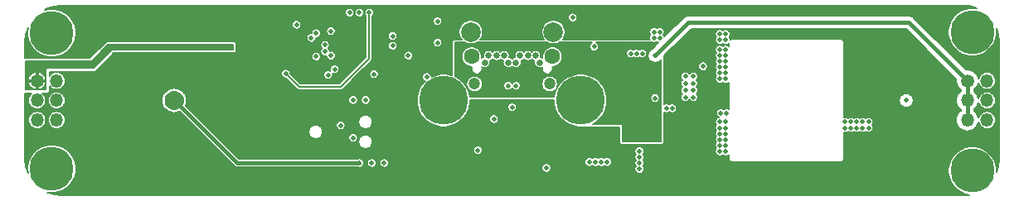
<source format=gbr>
G04 #@! TF.GenerationSoftware,KiCad,Pcbnew,(5.0.0)*
G04 #@! TF.CreationDate,2018-09-28T20:30:43-07:00*
G04 #@! TF.ProjectId,nixie_bottom_board,6E697869655F626F74746F6D5F626F61,rev?*
G04 #@! TF.SameCoordinates,Original*
G04 #@! TF.FileFunction,Copper,L2,Inr*
G04 #@! TF.FilePolarity,Positive*
%FSLAX46Y46*%
G04 Gerber Fmt 4.6, Leading zero omitted, Abs format (unit mm)*
G04 Created by KiCad (PCBNEW (5.0.0)) date 09/28/18 20:30:43*
%MOMM*%
%LPD*%
G01*
G04 APERTURE LIST*
G04 #@! TA.AperFunction,ViaPad*
%ADD10C,1.200000*%
G04 #@! TD*
G04 #@! TA.AperFunction,ViaPad*
%ADD11C,0.650000*%
G04 #@! TD*
G04 #@! TA.AperFunction,ViaPad*
%ADD12C,2.000000*%
G04 #@! TD*
G04 #@! TA.AperFunction,ViaPad*
%ADD13C,1.600000*%
G04 #@! TD*
G04 #@! TA.AperFunction,ViaPad*
%ADD14C,1.350000*%
G04 #@! TD*
G04 #@! TA.AperFunction,ViaPad*
%ADD15O,1.350000X1.350000*%
G04 #@! TD*
G04 #@! TA.AperFunction,ViaPad*
%ADD16C,0.800000*%
G04 #@! TD*
G04 #@! TA.AperFunction,ViaPad*
%ADD17C,4.500000*%
G04 #@! TD*
G04 #@! TA.AperFunction,ViaPad*
%ADD18C,5.000000*%
G04 #@! TD*
G04 #@! TA.AperFunction,ViaPad*
%ADD19C,0.508000*%
G04 #@! TD*
G04 #@! TA.AperFunction,Conductor*
%ADD20C,0.400000*%
G04 #@! TD*
G04 #@! TA.AperFunction,Conductor*
%ADD21C,0.200000*%
G04 #@! TD*
G04 #@! TA.AperFunction,Conductor*
%ADD22C,0.150000*%
G04 #@! TD*
G04 APERTURE END LIST*
D10*
G04 #@! TO.N,/GND*
G04 #@! TO.C,J1*
X146155000Y-98310000D03*
X153845000Y-98310000D03*
D11*
X152400000Y-95410000D03*
X151600000Y-95410000D03*
X150800000Y-95410000D03*
G04 #@! TO.N,/CC2*
X149200000Y-95410000D03*
G04 #@! TO.N,/GND*
X148400000Y-95410000D03*
X147600000Y-95410000D03*
X152800000Y-96110000D03*
G04 #@! TO.N,/VBUS*
X151200000Y-96110000D03*
G04 #@! TO.N,/USB_N*
X150400000Y-96110000D03*
G04 #@! TO.N,/USB_P*
X149600000Y-96110000D03*
G04 #@! TO.N,/VBUS*
X148800000Y-96110000D03*
G04 #@! TO.N,/GND*
X147200000Y-96110000D03*
D12*
X154220000Y-92995000D03*
X145780000Y-92995000D03*
D13*
X145870000Y-95510000D03*
X154130000Y-95510000D03*
G04 #@! TD*
D14*
G04 #@! TO.N,/VNIXIE*
G04 #@! TO.C,J4*
X101500000Y-98000000D03*
D15*
G04 #@! TO.N,/GND*
X103500000Y-98000000D03*
X101500000Y-100000000D03*
G04 #@! TO.N,/SCL*
X103500000Y-100000000D03*
G04 #@! TO.N,/NIXIE_EN*
X101500000Y-102000000D03*
G04 #@! TO.N,/SDA*
X103500000Y-102000000D03*
G04 #@! TD*
D14*
G04 #@! TO.N,/HV_OUT*
G04 #@! TO.C,J3*
X196500000Y-98000000D03*
D15*
G04 #@! TO.N,/GND*
X198500000Y-98000000D03*
G04 #@! TO.N,/HV_OUT*
X196500000Y-100000000D03*
G04 #@! TO.N,/GND*
X198500000Y-100000000D03*
G04 #@! TO.N,/HV_OUT*
X196500000Y-102000000D03*
G04 #@! TO.N,/GND*
X198500000Y-102000000D03*
G04 #@! TD*
D16*
G04 #@! TO.N,/GND*
G04 #@! TO.C,MH1*
X104237437Y-91862563D03*
X104750000Y-93100000D03*
X104237437Y-94337437D03*
X103000000Y-94850000D03*
X101762563Y-94337437D03*
X101250000Y-93100000D03*
X101762563Y-91862563D03*
X103000000Y-91350000D03*
D17*
X103000000Y-93100000D03*
G04 #@! TD*
G04 #@! TO.N,/GND*
G04 #@! TO.C,MH2*
X103000000Y-107000000D03*
D16*
X103000000Y-105250000D03*
X101762563Y-105762563D03*
X101250000Y-107000000D03*
X101762563Y-108237437D03*
X103000000Y-108750000D03*
X104237437Y-108237437D03*
X104750000Y-107000000D03*
X104237437Y-105762563D03*
G04 #@! TD*
G04 #@! TO.N,/GND*
G04 #@! TO.C,MH3*
X198237437Y-91762563D03*
X198750000Y-93000000D03*
X198237437Y-94237437D03*
X197000000Y-94750000D03*
X195762563Y-94237437D03*
X195250000Y-93000000D03*
X195762563Y-91762563D03*
X197000000Y-91250000D03*
D17*
X197000000Y-93000000D03*
G04 #@! TD*
G04 #@! TO.N,/GND*
G04 #@! TO.C,MH4*
X197000000Y-107200000D03*
D16*
X197000000Y-105450000D03*
X195762563Y-105962563D03*
X195250000Y-107200000D03*
X195762563Y-108437437D03*
X197000000Y-108950000D03*
X198237437Y-108437437D03*
X198750000Y-107200000D03*
X198237437Y-105962563D03*
G04 #@! TD*
D18*
G04 #@! TO.N,/GND*
G04 #@! TO.C,MH6*
X157000000Y-100000000D03*
D16*
X158875000Y-100000000D03*
X158325825Y-101325825D03*
X157000000Y-101875000D03*
X155674175Y-101325825D03*
X155125000Y-100000000D03*
X155674175Y-98674175D03*
X157000000Y-98125000D03*
X158325825Y-98674175D03*
G04 #@! TD*
G04 #@! TO.N,/GND*
G04 #@! TO.C,MH5*
X144325825Y-98674175D03*
X143000000Y-98125000D03*
X141674175Y-98674175D03*
X141125000Y-100000000D03*
X141674175Y-101325825D03*
X143000000Y-101875000D03*
X144325825Y-101325825D03*
X144875000Y-100000000D03*
D18*
X143000000Y-100000000D03*
G04 #@! TD*
D19*
G04 #@! TO.N,Net-(Q1-Pad1)*
X171200000Y-105200000D03*
X171800000Y-105200000D03*
X171200000Y-104600000D03*
X171800000Y-104600000D03*
X171200000Y-104000000D03*
X171800000Y-104000000D03*
X171200000Y-103400000D03*
X171800000Y-103400000D03*
X171200000Y-102800000D03*
X171800000Y-102800000D03*
X171200000Y-102200000D03*
X171800000Y-102200000D03*
G04 #@! TO.N,/HV_OUT*
X164600000Y-95400000D03*
X190250000Y-100000000D03*
G04 #@! TO.N,/VBUS*
X165000000Y-101400000D03*
X164400000Y-101400000D03*
X165000000Y-102000000D03*
X165000000Y-102600000D03*
X165000000Y-103200000D03*
X160200000Y-94900000D03*
X159300000Y-95400000D03*
X159900000Y-95400000D03*
X160500000Y-95400000D03*
X161100000Y-95400000D03*
X160800000Y-94900000D03*
X151600000Y-98200000D03*
X151600000Y-98800000D03*
X148400000Y-98200000D03*
X148400000Y-98800000D03*
X152000000Y-96100000D03*
X148000000Y-96100000D03*
X165000000Y-103800000D03*
X156700000Y-95600000D03*
G04 #@! TO.N,/VDD*
X159600000Y-103100000D03*
X159000000Y-103100000D03*
X158400000Y-103100000D03*
X157800000Y-103100000D03*
X130600000Y-92400000D03*
X139800000Y-106450000D03*
X145950000Y-100700000D03*
X139700000Y-108400000D03*
X138000000Y-102450000D03*
X138650000Y-92850000D03*
X139800000Y-99950000D03*
X138650000Y-97700000D03*
X131230000Y-102565000D03*
G04 #@! TO.N,/VNIXIE*
X121200000Y-94550000D03*
G04 #@! TO.N,/SCL*
X130000000Y-93100000D03*
X136950000Y-106400000D03*
G04 #@! TO.N,/SDA*
X129500000Y-93600000D03*
X135675000Y-106400000D03*
G04 #@! TO.N,/HV_EN*
X169500000Y-96500000D03*
X158400000Y-94500000D03*
X156200000Y-91500000D03*
G04 #@! TO.N,/SWO*
X133770000Y-103835000D03*
X131225000Y-97400000D03*
G04 #@! TO.N,/NRST*
X137800000Y-94400000D03*
X146500000Y-105100000D03*
X133770000Y-99950000D03*
G04 #@! TO.N,/DAC*
X135400000Y-91000000D03*
X126900000Y-97250000D03*
G04 #@! TO.N,/USB_N*
X149600000Y-98500000D03*
X130900000Y-94325000D03*
G04 #@! TO.N,/USB_P*
X130900000Y-94975000D03*
X150400000Y-98500000D03*
G04 #@! TO.N,Net-(D4-Pad2)*
X184000000Y-102800000D03*
X184600000Y-102800000D03*
X185800000Y-102800000D03*
X186400000Y-102800000D03*
X186400000Y-102200000D03*
X185800000Y-102200000D03*
X184600000Y-102200000D03*
X184000000Y-102200000D03*
X185200000Y-102200000D03*
X185200000Y-102800000D03*
G04 #@! TO.N,/SWDIO*
X131500000Y-95400000D03*
G04 #@! TO.N,/SWCLK*
X131875000Y-96800000D03*
G04 #@! TO.N,/GND*
X171800000Y-93200000D03*
X171200000Y-93200000D03*
X171200000Y-93800000D03*
X171800000Y-93800000D03*
X171900000Y-101300000D03*
X171300000Y-101300000D03*
X163000000Y-105200000D03*
X163000000Y-105800000D03*
X163000000Y-106400000D03*
X163000000Y-107000000D03*
X167687500Y-99668750D03*
X168512500Y-99668750D03*
X168512500Y-98956250D03*
X167687500Y-98956250D03*
X167687500Y-98243750D03*
X168512500Y-98243750D03*
X168512500Y-97531250D03*
X167687500Y-97531250D03*
X150000000Y-100700000D03*
X128000000Y-92250000D03*
X157900000Y-106300000D03*
X158500000Y-106300000D03*
X159100000Y-106300000D03*
X159700000Y-106300000D03*
X166350000Y-100800000D03*
X165750000Y-100800000D03*
X164600000Y-99750000D03*
X164500000Y-93600000D03*
X164500000Y-93000000D03*
X165100000Y-93000000D03*
X165100000Y-93600000D03*
X162100000Y-95200000D03*
X162700000Y-95200000D03*
X163300000Y-95200000D03*
X132500000Y-102565000D03*
G04 #@! TO.N,/HV_IN*
X171800000Y-94800000D03*
X171200000Y-94800000D03*
X171200000Y-95400000D03*
X171800000Y-95400000D03*
X171800000Y-97200000D03*
X171800000Y-97800000D03*
X171200000Y-97200000D03*
X171200000Y-97800000D03*
X171800000Y-96600000D03*
X171200000Y-96600000D03*
X171200000Y-96000000D03*
X171800000Y-96000000D03*
G04 #@! TO.N,/USB*
X135050000Y-99950000D03*
X148150000Y-101900000D03*
G04 #@! TO.N,/ILM*
X142400000Y-91900000D03*
G04 #@! TO.N,/32kHz*
X139400000Y-95400000D03*
G04 #@! TO.N,/AMP_EN*
X130000000Y-95500000D03*
X133400000Y-91000000D03*
G04 #@! TO.N,Net-(BT1-Pad1)*
X114900000Y-100000000D03*
X115500000Y-100600000D03*
X115500000Y-99400000D03*
X134400000Y-106400000D03*
X116100000Y-100000000D03*
X115500000Y-100000000D03*
G04 #@! TO.N,Net-(R2-Pad2)*
X135900000Y-97300000D03*
X153500000Y-106900000D03*
X141300000Y-97600000D03*
G04 #@! TO.N,/NIXIE_EN*
X134400000Y-91000000D03*
G04 #@! TO.N,/MCO*
X131500000Y-92900000D03*
G04 #@! TO.N,/LED*
X137800000Y-93400000D03*
X142400000Y-94100000D03*
G04 #@! TD*
D20*
G04 #@! TO.N,/HV_OUT*
X196500000Y-98000000D02*
X196500000Y-100000000D01*
X196500000Y-100000000D02*
X196500000Y-102000000D01*
X164600000Y-95400000D02*
X168000000Y-92000000D01*
X168000000Y-92000000D02*
X190500000Y-92000000D01*
X190500000Y-92000000D02*
X196500000Y-98000000D01*
D21*
G04 #@! TO.N,/DAC*
X135400000Y-95700000D02*
X135400000Y-91000000D01*
X132500000Y-98600000D02*
X135400000Y-95700000D01*
X128250000Y-98600000D02*
X132500000Y-98600000D01*
X126900000Y-97250000D02*
X128250000Y-98600000D01*
D20*
G04 #@! TO.N,Net-(BT1-Pad1)*
X121900000Y-106400000D02*
X115500000Y-100000000D01*
X134400000Y-106400000D02*
X121900000Y-106400000D01*
G04 #@! TD*
D22*
G04 #@! TO.N,/VDD*
G36*
X196723268Y-90347236D02*
X197418984Y-90557285D01*
X197426699Y-90561388D01*
X197243766Y-90525000D01*
X196756234Y-90525000D01*
X196278069Y-90620113D01*
X195827648Y-90806684D01*
X195422280Y-91077542D01*
X195077542Y-91422280D01*
X194806684Y-91827648D01*
X194620113Y-92278069D01*
X194525000Y-92756234D01*
X194525000Y-93243766D01*
X194620113Y-93721931D01*
X194806684Y-94172352D01*
X195077542Y-94577720D01*
X195422280Y-94922458D01*
X195827648Y-95193316D01*
X196278069Y-95379887D01*
X196756234Y-95475000D01*
X197243766Y-95475000D01*
X197721931Y-95379887D01*
X198172352Y-95193316D01*
X198577720Y-94922458D01*
X198922458Y-94577720D01*
X199193316Y-94172352D01*
X199379887Y-93721931D01*
X199475000Y-93243766D01*
X199475000Y-92756234D01*
X199440135Y-92580955D01*
X199647625Y-93251249D01*
X199724953Y-93986963D01*
X199725001Y-94000667D01*
X199725000Y-105986546D01*
X199652764Y-106723268D01*
X199475000Y-107312050D01*
X199475000Y-106956234D01*
X199379887Y-106478069D01*
X199193316Y-106027648D01*
X198922458Y-105622280D01*
X198577720Y-105277542D01*
X198172352Y-105006684D01*
X197721931Y-104820113D01*
X197243766Y-104725000D01*
X196756234Y-104725000D01*
X196278069Y-104820113D01*
X195827648Y-105006684D01*
X195422280Y-105277542D01*
X195077542Y-105622280D01*
X194806684Y-106027648D01*
X194620113Y-106478069D01*
X194525000Y-106956234D01*
X194525000Y-107443766D01*
X194620113Y-107921931D01*
X194806684Y-108372352D01*
X195077542Y-108777720D01*
X195422280Y-109122458D01*
X195827648Y-109393316D01*
X196278069Y-109579887D01*
X196663604Y-109656575D01*
X196013029Y-109724953D01*
X195999621Y-109725000D01*
X104013454Y-109725000D01*
X103276732Y-109652764D01*
X102581012Y-109442714D01*
X102573298Y-109438612D01*
X102756234Y-109475000D01*
X103243766Y-109475000D01*
X103721931Y-109379887D01*
X104172352Y-109193316D01*
X104577720Y-108922458D01*
X104922458Y-108577720D01*
X105193316Y-108172352D01*
X105379887Y-107721931D01*
X105475000Y-107243766D01*
X105475000Y-106756234D01*
X105379887Y-106278069D01*
X105193316Y-105827648D01*
X104922458Y-105422280D01*
X104577720Y-105077542D01*
X104172352Y-104806684D01*
X103721931Y-104620113D01*
X103243766Y-104525000D01*
X102756234Y-104525000D01*
X102278069Y-104620113D01*
X101827648Y-104806684D01*
X101422280Y-105077542D01*
X101077542Y-105422280D01*
X100806684Y-105827648D01*
X100620113Y-106278069D01*
X100525000Y-106756234D01*
X100525000Y-107243766D01*
X100559867Y-107419053D01*
X100352374Y-106748750D01*
X100275047Y-106013029D01*
X100275000Y-105999621D01*
X100275000Y-102000000D01*
X100595646Y-102000000D01*
X100613023Y-102176431D01*
X100664486Y-102346081D01*
X100748057Y-102502432D01*
X100860525Y-102639475D01*
X100997568Y-102751943D01*
X101153919Y-102835514D01*
X101323569Y-102886977D01*
X101455793Y-102900000D01*
X101544207Y-102900000D01*
X101676431Y-102886977D01*
X101846081Y-102835514D01*
X102002432Y-102751943D01*
X102139475Y-102639475D01*
X102251943Y-102502432D01*
X102335514Y-102346081D01*
X102386977Y-102176431D01*
X102404354Y-102000000D01*
X102595646Y-102000000D01*
X102613023Y-102176431D01*
X102664486Y-102346081D01*
X102748057Y-102502432D01*
X102860525Y-102639475D01*
X102997568Y-102751943D01*
X103153919Y-102835514D01*
X103323569Y-102886977D01*
X103455793Y-102900000D01*
X103544207Y-102900000D01*
X103676431Y-102886977D01*
X103846081Y-102835514D01*
X104002432Y-102751943D01*
X104139475Y-102639475D01*
X104251943Y-102502432D01*
X104335514Y-102346081D01*
X104386977Y-102176431D01*
X104404354Y-102000000D01*
X104386977Y-101823569D01*
X104335514Y-101653919D01*
X104251943Y-101497568D01*
X104139475Y-101360525D01*
X104002432Y-101248057D01*
X103846081Y-101164486D01*
X103676431Y-101113023D01*
X103544207Y-101100000D01*
X103455793Y-101100000D01*
X103323569Y-101113023D01*
X103153919Y-101164486D01*
X102997568Y-101248057D01*
X102860525Y-101360525D01*
X102748057Y-101497568D01*
X102664486Y-101653919D01*
X102613023Y-101823569D01*
X102595646Y-102000000D01*
X102404354Y-102000000D01*
X102386977Y-101823569D01*
X102335514Y-101653919D01*
X102251943Y-101497568D01*
X102139475Y-101360525D01*
X102002432Y-101248057D01*
X101846081Y-101164486D01*
X101676431Y-101113023D01*
X101544207Y-101100000D01*
X101455793Y-101100000D01*
X101323569Y-101113023D01*
X101153919Y-101164486D01*
X100997568Y-101248057D01*
X100860525Y-101360525D01*
X100748057Y-101497568D01*
X100664486Y-101653919D01*
X100613023Y-101823569D01*
X100595646Y-102000000D01*
X100275000Y-102000000D01*
X100275000Y-99275000D01*
X100964738Y-99275000D01*
X100860525Y-99360525D01*
X100748057Y-99497568D01*
X100664486Y-99653919D01*
X100613023Y-99823569D01*
X100595646Y-100000000D01*
X100613023Y-100176431D01*
X100664486Y-100346081D01*
X100748057Y-100502432D01*
X100860525Y-100639475D01*
X100997568Y-100751943D01*
X101153919Y-100835514D01*
X101323569Y-100886977D01*
X101455793Y-100900000D01*
X101544207Y-100900000D01*
X101676431Y-100886977D01*
X101846081Y-100835514D01*
X102002432Y-100751943D01*
X102139475Y-100639475D01*
X102251943Y-100502432D01*
X102335514Y-100346081D01*
X102386977Y-100176431D01*
X102404354Y-100000000D01*
X102595646Y-100000000D01*
X102613023Y-100176431D01*
X102664486Y-100346081D01*
X102748057Y-100502432D01*
X102860525Y-100639475D01*
X102997568Y-100751943D01*
X103153919Y-100835514D01*
X103323569Y-100886977D01*
X103455793Y-100900000D01*
X103544207Y-100900000D01*
X103676431Y-100886977D01*
X103846081Y-100835514D01*
X104002432Y-100751943D01*
X104139475Y-100639475D01*
X104251943Y-100502432D01*
X104335514Y-100346081D01*
X104386977Y-100176431D01*
X104404354Y-100000000D01*
X104401700Y-99973045D01*
X114226324Y-99973045D01*
X114226324Y-100026955D01*
X114245539Y-100222045D01*
X114256056Y-100274917D01*
X114312961Y-100462510D01*
X114333592Y-100512317D01*
X114426002Y-100685204D01*
X114455952Y-100730028D01*
X114580315Y-100881565D01*
X114618435Y-100919685D01*
X114769972Y-101044048D01*
X114814796Y-101073998D01*
X114987683Y-101166408D01*
X115037490Y-101187039D01*
X115225083Y-101243944D01*
X115277955Y-101254461D01*
X115473045Y-101273676D01*
X115526955Y-101273676D01*
X115722045Y-101254461D01*
X115774917Y-101243944D01*
X115962510Y-101187039D01*
X116012317Y-101166408D01*
X116046889Y-101147929D01*
X121584721Y-106685762D01*
X121598026Y-106701974D01*
X121662740Y-106755084D01*
X121701062Y-106775567D01*
X121736572Y-106794548D01*
X121816685Y-106818850D01*
X121824327Y-106819603D01*
X121879126Y-106825000D01*
X121879133Y-106825000D01*
X121900000Y-106827055D01*
X121920867Y-106825000D01*
X134174351Y-106825000D01*
X134260281Y-106860593D01*
X134352823Y-106879000D01*
X134447177Y-106879000D01*
X134539719Y-106860593D01*
X134626892Y-106824485D01*
X134705345Y-106772064D01*
X134772064Y-106705345D01*
X134824485Y-106626892D01*
X134860593Y-106539719D01*
X134879000Y-106447177D01*
X134879000Y-106352823D01*
X135196000Y-106352823D01*
X135196000Y-106447177D01*
X135214407Y-106539719D01*
X135250515Y-106626892D01*
X135302936Y-106705345D01*
X135369655Y-106772064D01*
X135448108Y-106824485D01*
X135535281Y-106860593D01*
X135627823Y-106879000D01*
X135722177Y-106879000D01*
X135814719Y-106860593D01*
X135901892Y-106824485D01*
X135980345Y-106772064D01*
X136047064Y-106705345D01*
X136099485Y-106626892D01*
X136135593Y-106539719D01*
X136154000Y-106447177D01*
X136154000Y-106352823D01*
X136471000Y-106352823D01*
X136471000Y-106447177D01*
X136489407Y-106539719D01*
X136525515Y-106626892D01*
X136577936Y-106705345D01*
X136644655Y-106772064D01*
X136723108Y-106824485D01*
X136810281Y-106860593D01*
X136902823Y-106879000D01*
X136997177Y-106879000D01*
X137089719Y-106860593D01*
X137108477Y-106852823D01*
X153021000Y-106852823D01*
X153021000Y-106947177D01*
X153039407Y-107039719D01*
X153075515Y-107126892D01*
X153127936Y-107205345D01*
X153194655Y-107272064D01*
X153273108Y-107324485D01*
X153360281Y-107360593D01*
X153452823Y-107379000D01*
X153547177Y-107379000D01*
X153639719Y-107360593D01*
X153726892Y-107324485D01*
X153805345Y-107272064D01*
X153872064Y-107205345D01*
X153924485Y-107126892D01*
X153960593Y-107039719D01*
X153979000Y-106947177D01*
X153979000Y-106852823D01*
X153960593Y-106760281D01*
X153924485Y-106673108D01*
X153872064Y-106594655D01*
X153805345Y-106527936D01*
X153726892Y-106475515D01*
X153639719Y-106439407D01*
X153547177Y-106421000D01*
X153452823Y-106421000D01*
X153360281Y-106439407D01*
X153273108Y-106475515D01*
X153194655Y-106527936D01*
X153127936Y-106594655D01*
X153075515Y-106673108D01*
X153039407Y-106760281D01*
X153021000Y-106852823D01*
X137108477Y-106852823D01*
X137176892Y-106824485D01*
X137255345Y-106772064D01*
X137322064Y-106705345D01*
X137374485Y-106626892D01*
X137410593Y-106539719D01*
X137429000Y-106447177D01*
X137429000Y-106352823D01*
X137410593Y-106260281D01*
X137407504Y-106252823D01*
X157421000Y-106252823D01*
X157421000Y-106347177D01*
X157439407Y-106439719D01*
X157475515Y-106526892D01*
X157527936Y-106605345D01*
X157594655Y-106672064D01*
X157673108Y-106724485D01*
X157760281Y-106760593D01*
X157852823Y-106779000D01*
X157947177Y-106779000D01*
X158039719Y-106760593D01*
X158126892Y-106724485D01*
X158200000Y-106675635D01*
X158273108Y-106724485D01*
X158360281Y-106760593D01*
X158452823Y-106779000D01*
X158547177Y-106779000D01*
X158639719Y-106760593D01*
X158726892Y-106724485D01*
X158800000Y-106675635D01*
X158873108Y-106724485D01*
X158960281Y-106760593D01*
X159052823Y-106779000D01*
X159147177Y-106779000D01*
X159239719Y-106760593D01*
X159326892Y-106724485D01*
X159400000Y-106675635D01*
X159473108Y-106724485D01*
X159560281Y-106760593D01*
X159652823Y-106779000D01*
X159747177Y-106779000D01*
X159839719Y-106760593D01*
X159926892Y-106724485D01*
X160005345Y-106672064D01*
X160072064Y-106605345D01*
X160124485Y-106526892D01*
X160160593Y-106439719D01*
X160179000Y-106347177D01*
X160179000Y-106252823D01*
X160160593Y-106160281D01*
X160124485Y-106073108D01*
X160072064Y-105994655D01*
X160005345Y-105927936D01*
X159926892Y-105875515D01*
X159839719Y-105839407D01*
X159747177Y-105821000D01*
X159652823Y-105821000D01*
X159560281Y-105839407D01*
X159473108Y-105875515D01*
X159400000Y-105924365D01*
X159326892Y-105875515D01*
X159239719Y-105839407D01*
X159147177Y-105821000D01*
X159052823Y-105821000D01*
X158960281Y-105839407D01*
X158873108Y-105875515D01*
X158800000Y-105924365D01*
X158726892Y-105875515D01*
X158639719Y-105839407D01*
X158547177Y-105821000D01*
X158452823Y-105821000D01*
X158360281Y-105839407D01*
X158273108Y-105875515D01*
X158200000Y-105924365D01*
X158126892Y-105875515D01*
X158039719Y-105839407D01*
X157947177Y-105821000D01*
X157852823Y-105821000D01*
X157760281Y-105839407D01*
X157673108Y-105875515D01*
X157594655Y-105927936D01*
X157527936Y-105994655D01*
X157475515Y-106073108D01*
X157439407Y-106160281D01*
X157421000Y-106252823D01*
X137407504Y-106252823D01*
X137374485Y-106173108D01*
X137322064Y-106094655D01*
X137255345Y-106027936D01*
X137176892Y-105975515D01*
X137089719Y-105939407D01*
X136997177Y-105921000D01*
X136902823Y-105921000D01*
X136810281Y-105939407D01*
X136723108Y-105975515D01*
X136644655Y-106027936D01*
X136577936Y-106094655D01*
X136525515Y-106173108D01*
X136489407Y-106260281D01*
X136471000Y-106352823D01*
X136154000Y-106352823D01*
X136135593Y-106260281D01*
X136099485Y-106173108D01*
X136047064Y-106094655D01*
X135980345Y-106027936D01*
X135901892Y-105975515D01*
X135814719Y-105939407D01*
X135722177Y-105921000D01*
X135627823Y-105921000D01*
X135535281Y-105939407D01*
X135448108Y-105975515D01*
X135369655Y-106027936D01*
X135302936Y-106094655D01*
X135250515Y-106173108D01*
X135214407Y-106260281D01*
X135196000Y-106352823D01*
X134879000Y-106352823D01*
X134860593Y-106260281D01*
X134824485Y-106173108D01*
X134772064Y-106094655D01*
X134705345Y-106027936D01*
X134626892Y-105975515D01*
X134539719Y-105939407D01*
X134447177Y-105921000D01*
X134352823Y-105921000D01*
X134260281Y-105939407D01*
X134174351Y-105975000D01*
X122076041Y-105975000D01*
X121153864Y-105052823D01*
X146021000Y-105052823D01*
X146021000Y-105147177D01*
X146039407Y-105239719D01*
X146075515Y-105326892D01*
X146127936Y-105405345D01*
X146194655Y-105472064D01*
X146273108Y-105524485D01*
X146360281Y-105560593D01*
X146452823Y-105579000D01*
X146547177Y-105579000D01*
X146639719Y-105560593D01*
X146726892Y-105524485D01*
X146805345Y-105472064D01*
X146872064Y-105405345D01*
X146924485Y-105326892D01*
X146960593Y-105239719D01*
X146977876Y-105152823D01*
X162521000Y-105152823D01*
X162521000Y-105247177D01*
X162539407Y-105339719D01*
X162575515Y-105426892D01*
X162624365Y-105500000D01*
X162575515Y-105573108D01*
X162539407Y-105660281D01*
X162521000Y-105752823D01*
X162521000Y-105847177D01*
X162539407Y-105939719D01*
X162575515Y-106026892D01*
X162624365Y-106100000D01*
X162575515Y-106173108D01*
X162539407Y-106260281D01*
X162521000Y-106352823D01*
X162521000Y-106447177D01*
X162539407Y-106539719D01*
X162575515Y-106626892D01*
X162624365Y-106700000D01*
X162575515Y-106773108D01*
X162539407Y-106860281D01*
X162521000Y-106952823D01*
X162521000Y-107047177D01*
X162539407Y-107139719D01*
X162575515Y-107226892D01*
X162627936Y-107305345D01*
X162694655Y-107372064D01*
X162773108Y-107424485D01*
X162860281Y-107460593D01*
X162952823Y-107479000D01*
X163047177Y-107479000D01*
X163139719Y-107460593D01*
X163226892Y-107424485D01*
X163305345Y-107372064D01*
X163372064Y-107305345D01*
X163424485Y-107226892D01*
X163460593Y-107139719D01*
X163479000Y-107047177D01*
X163479000Y-106952823D01*
X163460593Y-106860281D01*
X163424485Y-106773108D01*
X163375635Y-106700000D01*
X163424485Y-106626892D01*
X163460593Y-106539719D01*
X163479000Y-106447177D01*
X163479000Y-106352823D01*
X163460593Y-106260281D01*
X163424485Y-106173108D01*
X163375635Y-106100000D01*
X163424485Y-106026892D01*
X163460593Y-105939719D01*
X163479000Y-105847177D01*
X163479000Y-105752823D01*
X163460593Y-105660281D01*
X163424485Y-105573108D01*
X163375635Y-105500000D01*
X163424485Y-105426892D01*
X163460593Y-105339719D01*
X163479000Y-105247177D01*
X163479000Y-105152823D01*
X163460593Y-105060281D01*
X163424485Y-104973108D01*
X163372064Y-104894655D01*
X163305345Y-104827936D01*
X163226892Y-104775515D01*
X163139719Y-104739407D01*
X163047177Y-104721000D01*
X162952823Y-104721000D01*
X162860281Y-104739407D01*
X162773108Y-104775515D01*
X162694655Y-104827936D01*
X162627936Y-104894655D01*
X162575515Y-104973108D01*
X162539407Y-105060281D01*
X162521000Y-105152823D01*
X146977876Y-105152823D01*
X146979000Y-105147177D01*
X146979000Y-105052823D01*
X146960593Y-104960281D01*
X146924485Y-104873108D01*
X146872064Y-104794655D01*
X146805345Y-104727936D01*
X146726892Y-104675515D01*
X146639719Y-104639407D01*
X146547177Y-104621000D01*
X146452823Y-104621000D01*
X146360281Y-104639407D01*
X146273108Y-104675515D01*
X146194655Y-104727936D01*
X146127936Y-104794655D01*
X146075515Y-104873108D01*
X146039407Y-104960281D01*
X146021000Y-105052823D01*
X121153864Y-105052823D01*
X119230098Y-103129057D01*
X129239700Y-103129057D01*
X129239700Y-103270943D01*
X129267381Y-103410104D01*
X129321679Y-103541190D01*
X129400507Y-103659164D01*
X129500836Y-103759493D01*
X129618810Y-103838321D01*
X129749896Y-103892619D01*
X129889057Y-103920300D01*
X130030943Y-103920300D01*
X130170104Y-103892619D01*
X130301190Y-103838321D01*
X130376765Y-103787823D01*
X133291000Y-103787823D01*
X133291000Y-103882177D01*
X133309407Y-103974719D01*
X133345515Y-104061892D01*
X133397936Y-104140345D01*
X133464655Y-104207064D01*
X133543108Y-104259485D01*
X133630281Y-104295593D01*
X133722823Y-104314000D01*
X133817177Y-104314000D01*
X133909719Y-104295593D01*
X133996892Y-104259485D01*
X134075345Y-104207064D01*
X134137352Y-104145057D01*
X134319700Y-104145057D01*
X134319700Y-104286943D01*
X134347381Y-104426104D01*
X134401679Y-104557190D01*
X134480507Y-104675164D01*
X134580836Y-104775493D01*
X134698810Y-104854321D01*
X134829896Y-104908619D01*
X134969057Y-104936300D01*
X135110943Y-104936300D01*
X135250104Y-104908619D01*
X135381190Y-104854321D01*
X135499164Y-104775493D01*
X135599493Y-104675164D01*
X135678321Y-104557190D01*
X135732619Y-104426104D01*
X135760300Y-104286943D01*
X135760300Y-104145057D01*
X135732619Y-104005896D01*
X135678321Y-103874810D01*
X135599493Y-103756836D01*
X135499164Y-103656507D01*
X135381190Y-103577679D01*
X135250104Y-103523381D01*
X135110943Y-103495700D01*
X134969057Y-103495700D01*
X134829896Y-103523381D01*
X134698810Y-103577679D01*
X134580836Y-103656507D01*
X134480507Y-103756836D01*
X134401679Y-103874810D01*
X134347381Y-104005896D01*
X134319700Y-104145057D01*
X134137352Y-104145057D01*
X134142064Y-104140345D01*
X134194485Y-104061892D01*
X134230593Y-103974719D01*
X134249000Y-103882177D01*
X134249000Y-103787823D01*
X134230593Y-103695281D01*
X134194485Y-103608108D01*
X134142064Y-103529655D01*
X134075345Y-103462936D01*
X133996892Y-103410515D01*
X133909719Y-103374407D01*
X133817177Y-103356000D01*
X133722823Y-103356000D01*
X133630281Y-103374407D01*
X133543108Y-103410515D01*
X133464655Y-103462936D01*
X133397936Y-103529655D01*
X133345515Y-103608108D01*
X133309407Y-103695281D01*
X133291000Y-103787823D01*
X130376765Y-103787823D01*
X130419164Y-103759493D01*
X130519493Y-103659164D01*
X130598321Y-103541190D01*
X130652619Y-103410104D01*
X130680300Y-103270943D01*
X130680300Y-103129057D01*
X130652619Y-102989896D01*
X130598321Y-102858810D01*
X130519493Y-102740836D01*
X130419164Y-102640507D01*
X130301190Y-102561679D01*
X130195314Y-102517823D01*
X132021000Y-102517823D01*
X132021000Y-102612177D01*
X132039407Y-102704719D01*
X132075515Y-102791892D01*
X132127936Y-102870345D01*
X132194655Y-102937064D01*
X132273108Y-102989485D01*
X132360281Y-103025593D01*
X132452823Y-103044000D01*
X132547177Y-103044000D01*
X132639719Y-103025593D01*
X132726892Y-102989485D01*
X132805345Y-102937064D01*
X132872064Y-102870345D01*
X132924485Y-102791892D01*
X132960593Y-102704719D01*
X132979000Y-102612177D01*
X132979000Y-102517823D01*
X132960593Y-102425281D01*
X132924485Y-102338108D01*
X132872064Y-102259655D01*
X132805345Y-102192936D01*
X132726892Y-102140515D01*
X132660603Y-102113057D01*
X134319700Y-102113057D01*
X134319700Y-102254943D01*
X134347381Y-102394104D01*
X134401679Y-102525190D01*
X134480507Y-102643164D01*
X134580836Y-102743493D01*
X134698810Y-102822321D01*
X134829896Y-102876619D01*
X134969057Y-102904300D01*
X135110943Y-102904300D01*
X135250104Y-102876619D01*
X135381190Y-102822321D01*
X135499164Y-102743493D01*
X135599493Y-102643164D01*
X135678321Y-102525190D01*
X135732619Y-102394104D01*
X135760300Y-102254943D01*
X135760300Y-102113057D01*
X135732619Y-101973896D01*
X135678321Y-101842810D01*
X135599493Y-101724836D01*
X135499164Y-101624507D01*
X135381190Y-101545679D01*
X135250104Y-101491381D01*
X135110943Y-101463700D01*
X134969057Y-101463700D01*
X134829896Y-101491381D01*
X134698810Y-101545679D01*
X134580836Y-101624507D01*
X134480507Y-101724836D01*
X134401679Y-101842810D01*
X134347381Y-101973896D01*
X134319700Y-102113057D01*
X132660603Y-102113057D01*
X132639719Y-102104407D01*
X132547177Y-102086000D01*
X132452823Y-102086000D01*
X132360281Y-102104407D01*
X132273108Y-102140515D01*
X132194655Y-102192936D01*
X132127936Y-102259655D01*
X132075515Y-102338108D01*
X132039407Y-102425281D01*
X132021000Y-102517823D01*
X130195314Y-102517823D01*
X130170104Y-102507381D01*
X130030943Y-102479700D01*
X129889057Y-102479700D01*
X129749896Y-102507381D01*
X129618810Y-102561679D01*
X129500836Y-102640507D01*
X129400507Y-102740836D01*
X129321679Y-102858810D01*
X129267381Y-102989896D01*
X129239700Y-103129057D01*
X119230098Y-103129057D01*
X116647929Y-100546889D01*
X116666408Y-100512317D01*
X116687039Y-100462510D01*
X116743944Y-100274917D01*
X116754461Y-100222045D01*
X116773676Y-100026955D01*
X116773676Y-99973045D01*
X116766760Y-99902823D01*
X133291000Y-99902823D01*
X133291000Y-99997177D01*
X133309407Y-100089719D01*
X133345515Y-100176892D01*
X133397936Y-100255345D01*
X133464655Y-100322064D01*
X133543108Y-100374485D01*
X133630281Y-100410593D01*
X133722823Y-100429000D01*
X133817177Y-100429000D01*
X133909719Y-100410593D01*
X133996892Y-100374485D01*
X134075345Y-100322064D01*
X134142064Y-100255345D01*
X134194485Y-100176892D01*
X134230593Y-100089719D01*
X134249000Y-99997177D01*
X134249000Y-99902823D01*
X134571000Y-99902823D01*
X134571000Y-99997177D01*
X134589407Y-100089719D01*
X134625515Y-100176892D01*
X134677936Y-100255345D01*
X134744655Y-100322064D01*
X134823108Y-100374485D01*
X134910281Y-100410593D01*
X135002823Y-100429000D01*
X135097177Y-100429000D01*
X135189719Y-100410593D01*
X135276892Y-100374485D01*
X135355345Y-100322064D01*
X135422064Y-100255345D01*
X135474485Y-100176892D01*
X135510593Y-100089719D01*
X135529000Y-99997177D01*
X135529000Y-99902823D01*
X135510593Y-99810281D01*
X135478008Y-99731611D01*
X140275000Y-99731611D01*
X140275000Y-100268389D01*
X140379720Y-100794853D01*
X140585136Y-101290771D01*
X140883354Y-101737086D01*
X141262914Y-102116646D01*
X141709229Y-102414864D01*
X142205147Y-102620280D01*
X142731611Y-102725000D01*
X143268389Y-102725000D01*
X143794853Y-102620280D01*
X144290771Y-102414864D01*
X144737086Y-102116646D01*
X145000909Y-101852823D01*
X147671000Y-101852823D01*
X147671000Y-101947177D01*
X147689407Y-102039719D01*
X147725515Y-102126892D01*
X147777936Y-102205345D01*
X147844655Y-102272064D01*
X147923108Y-102324485D01*
X148010281Y-102360593D01*
X148102823Y-102379000D01*
X148197177Y-102379000D01*
X148289719Y-102360593D01*
X148376892Y-102324485D01*
X148455345Y-102272064D01*
X148522064Y-102205345D01*
X148574485Y-102126892D01*
X148610593Y-102039719D01*
X148629000Y-101947177D01*
X148629000Y-101852823D01*
X148610593Y-101760281D01*
X148574485Y-101673108D01*
X148522064Y-101594655D01*
X148455345Y-101527936D01*
X148376892Y-101475515D01*
X148289719Y-101439407D01*
X148197177Y-101421000D01*
X148102823Y-101421000D01*
X148010281Y-101439407D01*
X147923108Y-101475515D01*
X147844655Y-101527936D01*
X147777936Y-101594655D01*
X147725515Y-101673108D01*
X147689407Y-101760281D01*
X147671000Y-101852823D01*
X145000909Y-101852823D01*
X145116646Y-101737086D01*
X145414864Y-101290771D01*
X145620280Y-100794853D01*
X145648531Y-100652823D01*
X149521000Y-100652823D01*
X149521000Y-100747177D01*
X149539407Y-100839719D01*
X149575515Y-100926892D01*
X149627936Y-101005345D01*
X149694655Y-101072064D01*
X149773108Y-101124485D01*
X149860281Y-101160593D01*
X149952823Y-101179000D01*
X150047177Y-101179000D01*
X150139719Y-101160593D01*
X150226892Y-101124485D01*
X150305345Y-101072064D01*
X150372064Y-101005345D01*
X150424485Y-100926892D01*
X150460593Y-100839719D01*
X150479000Y-100747177D01*
X150479000Y-100652823D01*
X150460593Y-100560281D01*
X150424485Y-100473108D01*
X150372064Y-100394655D01*
X150305345Y-100327936D01*
X150226892Y-100275515D01*
X150139719Y-100239407D01*
X150047177Y-100221000D01*
X149952823Y-100221000D01*
X149860281Y-100239407D01*
X149773108Y-100275515D01*
X149694655Y-100327936D01*
X149627936Y-100394655D01*
X149575515Y-100473108D01*
X149539407Y-100560281D01*
X149521000Y-100652823D01*
X145648531Y-100652823D01*
X145725000Y-100268389D01*
X145725000Y-99925000D01*
X154275000Y-99925000D01*
X154275000Y-100268389D01*
X154379720Y-100794853D01*
X154585136Y-101290771D01*
X154883354Y-101737086D01*
X155262914Y-102116646D01*
X155709229Y-102414864D01*
X156205147Y-102620280D01*
X156731611Y-102725000D01*
X160975000Y-102725000D01*
X160975000Y-104300000D01*
X160992127Y-104386104D01*
X161040901Y-104459099D01*
X161113896Y-104507873D01*
X161200000Y-104525000D01*
X165300000Y-104525000D01*
X165386104Y-104507873D01*
X165459099Y-104459099D01*
X165507873Y-104386104D01*
X165525000Y-104300000D01*
X165525000Y-101225269D01*
X165610281Y-101260593D01*
X165702823Y-101279000D01*
X165797177Y-101279000D01*
X165889719Y-101260593D01*
X165976892Y-101224485D01*
X166050000Y-101175635D01*
X166123108Y-101224485D01*
X166210281Y-101260593D01*
X166302823Y-101279000D01*
X166397177Y-101279000D01*
X166489719Y-101260593D01*
X166576892Y-101224485D01*
X166655345Y-101172064D01*
X166722064Y-101105345D01*
X166774485Y-101026892D01*
X166810593Y-100939719D01*
X166829000Y-100847177D01*
X166829000Y-100752823D01*
X166810593Y-100660281D01*
X166774485Y-100573108D01*
X166722064Y-100494655D01*
X166655345Y-100427936D01*
X166576892Y-100375515D01*
X166489719Y-100339407D01*
X166397177Y-100321000D01*
X166302823Y-100321000D01*
X166210281Y-100339407D01*
X166123108Y-100375515D01*
X166050000Y-100424365D01*
X165976892Y-100375515D01*
X165889719Y-100339407D01*
X165797177Y-100321000D01*
X165702823Y-100321000D01*
X165610281Y-100339407D01*
X165525000Y-100374731D01*
X165525000Y-97484073D01*
X167208500Y-97484073D01*
X167208500Y-97578427D01*
X167226907Y-97670969D01*
X167263015Y-97758142D01*
X167315436Y-97836595D01*
X167366341Y-97887500D01*
X167315436Y-97938405D01*
X167263015Y-98016858D01*
X167226907Y-98104031D01*
X167208500Y-98196573D01*
X167208500Y-98290927D01*
X167226907Y-98383469D01*
X167263015Y-98470642D01*
X167315436Y-98549095D01*
X167366341Y-98600000D01*
X167315436Y-98650905D01*
X167263015Y-98729358D01*
X167226907Y-98816531D01*
X167208500Y-98909073D01*
X167208500Y-99003427D01*
X167226907Y-99095969D01*
X167263015Y-99183142D01*
X167315436Y-99261595D01*
X167366341Y-99312500D01*
X167315436Y-99363405D01*
X167263015Y-99441858D01*
X167226907Y-99529031D01*
X167208500Y-99621573D01*
X167208500Y-99715927D01*
X167226907Y-99808469D01*
X167263015Y-99895642D01*
X167315436Y-99974095D01*
X167382155Y-100040814D01*
X167460608Y-100093235D01*
X167547781Y-100129343D01*
X167640323Y-100147750D01*
X167734677Y-100147750D01*
X167827219Y-100129343D01*
X167914392Y-100093235D01*
X167992845Y-100040814D01*
X168059564Y-99974095D01*
X168100000Y-99913579D01*
X168140436Y-99974095D01*
X168207155Y-100040814D01*
X168285608Y-100093235D01*
X168372781Y-100129343D01*
X168465323Y-100147750D01*
X168559677Y-100147750D01*
X168652219Y-100129343D01*
X168739392Y-100093235D01*
X168817845Y-100040814D01*
X168884564Y-99974095D01*
X168936985Y-99895642D01*
X168973093Y-99808469D01*
X168991500Y-99715927D01*
X168991500Y-99621573D01*
X168973093Y-99529031D01*
X168936985Y-99441858D01*
X168884564Y-99363405D01*
X168833659Y-99312500D01*
X168884564Y-99261595D01*
X168936985Y-99183142D01*
X168973093Y-99095969D01*
X168991500Y-99003427D01*
X168991500Y-98909073D01*
X168973093Y-98816531D01*
X168936985Y-98729358D01*
X168884564Y-98650905D01*
X168833659Y-98600000D01*
X168884564Y-98549095D01*
X168936985Y-98470642D01*
X168973093Y-98383469D01*
X168991500Y-98290927D01*
X168991500Y-98196573D01*
X168973093Y-98104031D01*
X168936985Y-98016858D01*
X168884564Y-97938405D01*
X168833659Y-97887500D01*
X168884564Y-97836595D01*
X168936985Y-97758142D01*
X168973093Y-97670969D01*
X168991500Y-97578427D01*
X168991500Y-97484073D01*
X168973093Y-97391531D01*
X168936985Y-97304358D01*
X168884564Y-97225905D01*
X168817845Y-97159186D01*
X168739392Y-97106765D01*
X168652219Y-97070657D01*
X168559677Y-97052250D01*
X168465323Y-97052250D01*
X168372781Y-97070657D01*
X168285608Y-97106765D01*
X168207155Y-97159186D01*
X168140436Y-97225905D01*
X168100000Y-97286421D01*
X168059564Y-97225905D01*
X167992845Y-97159186D01*
X167914392Y-97106765D01*
X167827219Y-97070657D01*
X167734677Y-97052250D01*
X167640323Y-97052250D01*
X167547781Y-97070657D01*
X167460608Y-97106765D01*
X167382155Y-97159186D01*
X167315436Y-97225905D01*
X167263015Y-97304358D01*
X167226907Y-97391531D01*
X167208500Y-97484073D01*
X165525000Y-97484073D01*
X165525000Y-96452823D01*
X169021000Y-96452823D01*
X169021000Y-96547177D01*
X169039407Y-96639719D01*
X169075515Y-96726892D01*
X169127936Y-96805345D01*
X169194655Y-96872064D01*
X169273108Y-96924485D01*
X169360281Y-96960593D01*
X169452823Y-96979000D01*
X169547177Y-96979000D01*
X169639719Y-96960593D01*
X169726892Y-96924485D01*
X169805345Y-96872064D01*
X169872064Y-96805345D01*
X169924485Y-96726892D01*
X169960593Y-96639719D01*
X169979000Y-96547177D01*
X169979000Y-96452823D01*
X169960593Y-96360281D01*
X169924485Y-96273108D01*
X169872064Y-96194655D01*
X169805345Y-96127936D01*
X169726892Y-96075515D01*
X169639719Y-96039407D01*
X169547177Y-96021000D01*
X169452823Y-96021000D01*
X169360281Y-96039407D01*
X169273108Y-96075515D01*
X169194655Y-96127936D01*
X169127936Y-96194655D01*
X169075515Y-96273108D01*
X169039407Y-96360281D01*
X169021000Y-96452823D01*
X165525000Y-96452823D01*
X165525000Y-95429594D01*
X167801771Y-93152823D01*
X170721000Y-93152823D01*
X170721000Y-93247177D01*
X170739407Y-93339719D01*
X170775515Y-93426892D01*
X170824365Y-93500000D01*
X170775515Y-93573108D01*
X170739407Y-93660281D01*
X170721000Y-93752823D01*
X170721000Y-93847177D01*
X170739407Y-93939719D01*
X170775515Y-94026892D01*
X170827936Y-94105345D01*
X170894655Y-94172064D01*
X170973108Y-94224485D01*
X171060281Y-94260593D01*
X171152823Y-94279000D01*
X171247177Y-94279000D01*
X171339719Y-94260593D01*
X171426892Y-94224485D01*
X171500000Y-94175635D01*
X171573108Y-94224485D01*
X171660281Y-94260593D01*
X171752823Y-94279000D01*
X171847177Y-94279000D01*
X171939719Y-94260593D01*
X172026892Y-94224485D01*
X172105345Y-94172064D01*
X172125001Y-94152408D01*
X172125001Y-94447592D01*
X172105345Y-94427936D01*
X172026892Y-94375515D01*
X171939719Y-94339407D01*
X171847177Y-94321000D01*
X171752823Y-94321000D01*
X171660281Y-94339407D01*
X171573108Y-94375515D01*
X171500000Y-94424365D01*
X171426892Y-94375515D01*
X171339719Y-94339407D01*
X171247177Y-94321000D01*
X171152823Y-94321000D01*
X171060281Y-94339407D01*
X170973108Y-94375515D01*
X170894655Y-94427936D01*
X170827936Y-94494655D01*
X170775515Y-94573108D01*
X170739407Y-94660281D01*
X170721000Y-94752823D01*
X170721000Y-94847177D01*
X170739407Y-94939719D01*
X170775515Y-95026892D01*
X170824365Y-95100000D01*
X170775515Y-95173108D01*
X170739407Y-95260281D01*
X170721000Y-95352823D01*
X170721000Y-95447177D01*
X170739407Y-95539719D01*
X170775515Y-95626892D01*
X170824365Y-95700000D01*
X170775515Y-95773108D01*
X170739407Y-95860281D01*
X170721000Y-95952823D01*
X170721000Y-96047177D01*
X170739407Y-96139719D01*
X170775515Y-96226892D01*
X170824365Y-96300000D01*
X170775515Y-96373108D01*
X170739407Y-96460281D01*
X170721000Y-96552823D01*
X170721000Y-96647177D01*
X170739407Y-96739719D01*
X170775515Y-96826892D01*
X170824365Y-96900000D01*
X170775515Y-96973108D01*
X170739407Y-97060281D01*
X170721000Y-97152823D01*
X170721000Y-97247177D01*
X170739407Y-97339719D01*
X170775515Y-97426892D01*
X170824365Y-97500000D01*
X170775515Y-97573108D01*
X170739407Y-97660281D01*
X170721000Y-97752823D01*
X170721000Y-97847177D01*
X170739407Y-97939719D01*
X170775515Y-98026892D01*
X170827936Y-98105345D01*
X170894655Y-98172064D01*
X170973108Y-98224485D01*
X171060281Y-98260593D01*
X171152823Y-98279000D01*
X171247177Y-98279000D01*
X171339719Y-98260593D01*
X171426892Y-98224485D01*
X171500000Y-98175635D01*
X171573108Y-98224485D01*
X171660281Y-98260593D01*
X171752823Y-98279000D01*
X171847177Y-98279000D01*
X171939719Y-98260593D01*
X172026892Y-98224485D01*
X172105345Y-98172064D01*
X172125001Y-98152408D01*
X172125000Y-100874731D01*
X172039719Y-100839407D01*
X171947177Y-100821000D01*
X171852823Y-100821000D01*
X171760281Y-100839407D01*
X171673108Y-100875515D01*
X171600000Y-100924365D01*
X171526892Y-100875515D01*
X171439719Y-100839407D01*
X171347177Y-100821000D01*
X171252823Y-100821000D01*
X171160281Y-100839407D01*
X171073108Y-100875515D01*
X170994655Y-100927936D01*
X170927936Y-100994655D01*
X170875515Y-101073108D01*
X170839407Y-101160281D01*
X170821000Y-101252823D01*
X170821000Y-101347177D01*
X170839407Y-101439719D01*
X170875515Y-101526892D01*
X170927936Y-101605345D01*
X170994655Y-101672064D01*
X171073108Y-101724485D01*
X171093285Y-101732842D01*
X171060281Y-101739407D01*
X170973108Y-101775515D01*
X170894655Y-101827936D01*
X170827936Y-101894655D01*
X170775515Y-101973108D01*
X170739407Y-102060281D01*
X170721000Y-102152823D01*
X170721000Y-102247177D01*
X170739407Y-102339719D01*
X170775515Y-102426892D01*
X170824365Y-102500000D01*
X170775515Y-102573108D01*
X170739407Y-102660281D01*
X170721000Y-102752823D01*
X170721000Y-102847177D01*
X170739407Y-102939719D01*
X170775515Y-103026892D01*
X170824365Y-103100000D01*
X170775515Y-103173108D01*
X170739407Y-103260281D01*
X170721000Y-103352823D01*
X170721000Y-103447177D01*
X170739407Y-103539719D01*
X170775515Y-103626892D01*
X170824365Y-103700000D01*
X170775515Y-103773108D01*
X170739407Y-103860281D01*
X170721000Y-103952823D01*
X170721000Y-104047177D01*
X170739407Y-104139719D01*
X170775515Y-104226892D01*
X170824365Y-104300000D01*
X170775515Y-104373108D01*
X170739407Y-104460281D01*
X170721000Y-104552823D01*
X170721000Y-104647177D01*
X170739407Y-104739719D01*
X170775515Y-104826892D01*
X170824365Y-104900000D01*
X170775515Y-104973108D01*
X170739407Y-105060281D01*
X170721000Y-105152823D01*
X170721000Y-105247177D01*
X170739407Y-105339719D01*
X170775515Y-105426892D01*
X170827936Y-105505345D01*
X170894655Y-105572064D01*
X170973108Y-105624485D01*
X171060281Y-105660593D01*
X171152823Y-105679000D01*
X171247177Y-105679000D01*
X171339719Y-105660593D01*
X171426892Y-105624485D01*
X171500000Y-105575635D01*
X171573108Y-105624485D01*
X171660281Y-105660593D01*
X171752823Y-105679000D01*
X171847177Y-105679000D01*
X171939719Y-105660593D01*
X172026892Y-105624485D01*
X172105345Y-105572064D01*
X172125000Y-105552409D01*
X172125000Y-105986497D01*
X172123670Y-106000000D01*
X172128980Y-106053909D01*
X172144704Y-106105747D01*
X172165615Y-106144869D01*
X172170240Y-106153521D01*
X172204605Y-106195395D01*
X172246479Y-106229760D01*
X172294253Y-106255296D01*
X172346091Y-106271020D01*
X172400000Y-106276330D01*
X172413502Y-106275000D01*
X183586498Y-106275000D01*
X183600000Y-106276330D01*
X183653909Y-106271020D01*
X183705747Y-106255296D01*
X183753521Y-106229760D01*
X183795395Y-106195395D01*
X183829760Y-106153521D01*
X183855296Y-106105747D01*
X183871020Y-106053909D01*
X183875000Y-106013503D01*
X183875000Y-106013502D01*
X183876330Y-106000000D01*
X183875000Y-105986497D01*
X183875000Y-103263521D01*
X183952823Y-103279000D01*
X184047177Y-103279000D01*
X184139719Y-103260593D01*
X184226892Y-103224485D01*
X184300000Y-103175635D01*
X184373108Y-103224485D01*
X184460281Y-103260593D01*
X184552823Y-103279000D01*
X184647177Y-103279000D01*
X184739719Y-103260593D01*
X184826892Y-103224485D01*
X184900000Y-103175635D01*
X184973108Y-103224485D01*
X185060281Y-103260593D01*
X185152823Y-103279000D01*
X185247177Y-103279000D01*
X185339719Y-103260593D01*
X185426892Y-103224485D01*
X185500000Y-103175635D01*
X185573108Y-103224485D01*
X185660281Y-103260593D01*
X185752823Y-103279000D01*
X185847177Y-103279000D01*
X185939719Y-103260593D01*
X186026892Y-103224485D01*
X186100000Y-103175635D01*
X186173108Y-103224485D01*
X186260281Y-103260593D01*
X186352823Y-103279000D01*
X186447177Y-103279000D01*
X186539719Y-103260593D01*
X186626892Y-103224485D01*
X186705345Y-103172064D01*
X186772064Y-103105345D01*
X186824485Y-103026892D01*
X186860593Y-102939719D01*
X186879000Y-102847177D01*
X186879000Y-102752823D01*
X186860593Y-102660281D01*
X186824485Y-102573108D01*
X186775635Y-102500000D01*
X186824485Y-102426892D01*
X186860593Y-102339719D01*
X186879000Y-102247177D01*
X186879000Y-102152823D01*
X186860593Y-102060281D01*
X186824485Y-101973108D01*
X186772064Y-101894655D01*
X186705345Y-101827936D01*
X186626892Y-101775515D01*
X186539719Y-101739407D01*
X186447177Y-101721000D01*
X186352823Y-101721000D01*
X186260281Y-101739407D01*
X186173108Y-101775515D01*
X186100000Y-101824365D01*
X186026892Y-101775515D01*
X185939719Y-101739407D01*
X185847177Y-101721000D01*
X185752823Y-101721000D01*
X185660281Y-101739407D01*
X185573108Y-101775515D01*
X185500000Y-101824365D01*
X185426892Y-101775515D01*
X185339719Y-101739407D01*
X185247177Y-101721000D01*
X185152823Y-101721000D01*
X185060281Y-101739407D01*
X184973108Y-101775515D01*
X184900000Y-101824365D01*
X184826892Y-101775515D01*
X184739719Y-101739407D01*
X184647177Y-101721000D01*
X184552823Y-101721000D01*
X184460281Y-101739407D01*
X184373108Y-101775515D01*
X184300000Y-101824365D01*
X184226892Y-101775515D01*
X184139719Y-101739407D01*
X184047177Y-101721000D01*
X183952823Y-101721000D01*
X183875000Y-101736479D01*
X183875000Y-99928200D01*
X189521000Y-99928200D01*
X189521000Y-100071800D01*
X189549015Y-100212641D01*
X189603969Y-100345311D01*
X189683749Y-100464710D01*
X189785290Y-100566251D01*
X189904689Y-100646031D01*
X190037359Y-100700985D01*
X190178200Y-100729000D01*
X190321800Y-100729000D01*
X190462641Y-100700985D01*
X190595311Y-100646031D01*
X190714710Y-100566251D01*
X190816251Y-100464710D01*
X190896031Y-100345311D01*
X190950985Y-100212641D01*
X190979000Y-100071800D01*
X190979000Y-99928200D01*
X190950985Y-99787359D01*
X190896031Y-99654689D01*
X190816251Y-99535290D01*
X190714710Y-99433749D01*
X190595311Y-99353969D01*
X190462641Y-99299015D01*
X190321800Y-99271000D01*
X190178200Y-99271000D01*
X190037359Y-99299015D01*
X189904689Y-99353969D01*
X189785290Y-99433749D01*
X189683749Y-99535290D01*
X189603969Y-99654689D01*
X189549015Y-99787359D01*
X189521000Y-99928200D01*
X183875000Y-99928200D01*
X183875000Y-94013503D01*
X183876330Y-94000000D01*
X183871020Y-93946091D01*
X183855296Y-93894253D01*
X183829760Y-93846479D01*
X183795395Y-93804605D01*
X183753521Y-93770240D01*
X183705747Y-93744704D01*
X183653909Y-93728980D01*
X183613503Y-93725000D01*
X183613502Y-93725000D01*
X183600000Y-93723670D01*
X183586497Y-93725000D01*
X172413503Y-93725000D01*
X172400000Y-93723670D01*
X172386498Y-93725000D01*
X172386497Y-93725000D01*
X172346091Y-93728980D01*
X172294253Y-93744704D01*
X172279000Y-93752857D01*
X172279000Y-93752823D01*
X172260593Y-93660281D01*
X172224485Y-93573108D01*
X172175635Y-93500000D01*
X172224485Y-93426892D01*
X172260593Y-93339719D01*
X172279000Y-93247177D01*
X172279000Y-93152823D01*
X172260593Y-93060281D01*
X172224485Y-92973108D01*
X172172064Y-92894655D01*
X172105345Y-92827936D01*
X172026892Y-92775515D01*
X171939719Y-92739407D01*
X171847177Y-92721000D01*
X171752823Y-92721000D01*
X171660281Y-92739407D01*
X171573108Y-92775515D01*
X171500000Y-92824365D01*
X171426892Y-92775515D01*
X171339719Y-92739407D01*
X171247177Y-92721000D01*
X171152823Y-92721000D01*
X171060281Y-92739407D01*
X170973108Y-92775515D01*
X170894655Y-92827936D01*
X170827936Y-92894655D01*
X170775515Y-92973108D01*
X170739407Y-93060281D01*
X170721000Y-93152823D01*
X167801771Y-93152823D01*
X168279594Y-92675000D01*
X190220406Y-92675000D01*
X195363628Y-97818222D01*
X195350000Y-97886735D01*
X195350000Y-98113265D01*
X195394194Y-98335443D01*
X195480884Y-98544729D01*
X195606737Y-98733082D01*
X195766918Y-98893263D01*
X195825000Y-98932072D01*
X195825001Y-99066268D01*
X195682893Y-99182893D01*
X195539184Y-99358003D01*
X195432398Y-99557785D01*
X195366640Y-99774561D01*
X195344436Y-100000000D01*
X195366640Y-100225439D01*
X195432398Y-100442215D01*
X195539184Y-100641997D01*
X195682893Y-100817107D01*
X195825000Y-100933732D01*
X195825001Y-101066268D01*
X195682893Y-101182893D01*
X195539184Y-101358003D01*
X195432398Y-101557785D01*
X195366640Y-101774561D01*
X195344436Y-102000000D01*
X195366640Y-102225439D01*
X195432398Y-102442215D01*
X195539184Y-102641997D01*
X195682893Y-102817107D01*
X195858003Y-102960816D01*
X196057785Y-103067602D01*
X196274561Y-103133360D01*
X196443508Y-103150000D01*
X196556492Y-103150000D01*
X196725439Y-103133360D01*
X196942215Y-103067602D01*
X197141997Y-102960816D01*
X197317107Y-102817107D01*
X197460816Y-102641997D01*
X197567602Y-102442215D01*
X197630625Y-102234456D01*
X197664486Y-102346081D01*
X197748057Y-102502432D01*
X197860525Y-102639475D01*
X197997568Y-102751943D01*
X198153919Y-102835514D01*
X198323569Y-102886977D01*
X198455793Y-102900000D01*
X198544207Y-102900000D01*
X198676431Y-102886977D01*
X198846081Y-102835514D01*
X199002432Y-102751943D01*
X199139475Y-102639475D01*
X199251943Y-102502432D01*
X199335514Y-102346081D01*
X199386977Y-102176431D01*
X199404354Y-102000000D01*
X199386977Y-101823569D01*
X199335514Y-101653919D01*
X199251943Y-101497568D01*
X199139475Y-101360525D01*
X199002432Y-101248057D01*
X198846081Y-101164486D01*
X198676431Y-101113023D01*
X198544207Y-101100000D01*
X198455793Y-101100000D01*
X198323569Y-101113023D01*
X198153919Y-101164486D01*
X197997568Y-101248057D01*
X197860525Y-101360525D01*
X197748057Y-101497568D01*
X197664486Y-101653919D01*
X197630625Y-101765544D01*
X197567602Y-101557785D01*
X197460816Y-101358003D01*
X197317107Y-101182893D01*
X197175000Y-101066269D01*
X197175000Y-100933731D01*
X197317107Y-100817107D01*
X197460816Y-100641997D01*
X197567602Y-100442215D01*
X197630625Y-100234456D01*
X197664486Y-100346081D01*
X197748057Y-100502432D01*
X197860525Y-100639475D01*
X197997568Y-100751943D01*
X198153919Y-100835514D01*
X198323569Y-100886977D01*
X198455793Y-100900000D01*
X198544207Y-100900000D01*
X198676431Y-100886977D01*
X198846081Y-100835514D01*
X199002432Y-100751943D01*
X199139475Y-100639475D01*
X199251943Y-100502432D01*
X199335514Y-100346081D01*
X199386977Y-100176431D01*
X199404354Y-100000000D01*
X199386977Y-99823569D01*
X199335514Y-99653919D01*
X199251943Y-99497568D01*
X199139475Y-99360525D01*
X199002432Y-99248057D01*
X198846081Y-99164486D01*
X198676431Y-99113023D01*
X198544207Y-99100000D01*
X198455793Y-99100000D01*
X198323569Y-99113023D01*
X198153919Y-99164486D01*
X197997568Y-99248057D01*
X197860525Y-99360525D01*
X197748057Y-99497568D01*
X197664486Y-99653919D01*
X197630625Y-99765544D01*
X197567602Y-99557785D01*
X197460816Y-99358003D01*
X197317107Y-99182893D01*
X197175000Y-99066269D01*
X197175000Y-98932072D01*
X197233082Y-98893263D01*
X197393263Y-98733082D01*
X197519116Y-98544729D01*
X197605806Y-98335443D01*
X197627767Y-98225036D01*
X197664486Y-98346081D01*
X197748057Y-98502432D01*
X197860525Y-98639475D01*
X197997568Y-98751943D01*
X198153919Y-98835514D01*
X198323569Y-98886977D01*
X198455793Y-98900000D01*
X198544207Y-98900000D01*
X198676431Y-98886977D01*
X198846081Y-98835514D01*
X199002432Y-98751943D01*
X199139475Y-98639475D01*
X199251943Y-98502432D01*
X199335514Y-98346081D01*
X199386977Y-98176431D01*
X199404354Y-98000000D01*
X199386977Y-97823569D01*
X199335514Y-97653919D01*
X199251943Y-97497568D01*
X199139475Y-97360525D01*
X199002432Y-97248057D01*
X198846081Y-97164486D01*
X198676431Y-97113023D01*
X198544207Y-97100000D01*
X198455793Y-97100000D01*
X198323569Y-97113023D01*
X198153919Y-97164486D01*
X197997568Y-97248057D01*
X197860525Y-97360525D01*
X197748057Y-97497568D01*
X197664486Y-97653919D01*
X197627767Y-97774964D01*
X197605806Y-97664557D01*
X197519116Y-97455271D01*
X197393263Y-97266918D01*
X197233082Y-97106737D01*
X197044729Y-96980884D01*
X196835443Y-96894194D01*
X196613265Y-96850000D01*
X196386735Y-96850000D01*
X196318222Y-96863628D01*
X191000742Y-91546148D01*
X190979606Y-91520394D01*
X190876824Y-91436042D01*
X190759561Y-91373364D01*
X190632323Y-91334767D01*
X190533159Y-91325000D01*
X190533152Y-91325000D01*
X190500000Y-91321735D01*
X190466848Y-91325000D01*
X168033151Y-91325000D01*
X167999999Y-91321735D01*
X167966847Y-91325000D01*
X167966841Y-91325000D01*
X167881499Y-91333406D01*
X167867676Y-91334767D01*
X167829079Y-91346476D01*
X167740439Y-91373364D01*
X167623176Y-91436042D01*
X167520394Y-91520394D01*
X167499258Y-91546148D01*
X165564663Y-93480743D01*
X165560593Y-93460281D01*
X165524485Y-93373108D01*
X165475635Y-93300000D01*
X165524485Y-93226892D01*
X165560593Y-93139719D01*
X165579000Y-93047177D01*
X165579000Y-92952823D01*
X165560593Y-92860281D01*
X165524485Y-92773108D01*
X165472064Y-92694655D01*
X165405345Y-92627936D01*
X165326892Y-92575515D01*
X165239719Y-92539407D01*
X165147177Y-92521000D01*
X165052823Y-92521000D01*
X164960281Y-92539407D01*
X164873108Y-92575515D01*
X164800000Y-92624365D01*
X164726892Y-92575515D01*
X164639719Y-92539407D01*
X164547177Y-92521000D01*
X164452823Y-92521000D01*
X164360281Y-92539407D01*
X164273108Y-92575515D01*
X164194655Y-92627936D01*
X164127936Y-92694655D01*
X164075515Y-92773108D01*
X164039407Y-92860281D01*
X164021000Y-92952823D01*
X164021000Y-93047177D01*
X164039407Y-93139719D01*
X164075515Y-93226892D01*
X164124365Y-93300000D01*
X164075515Y-93373108D01*
X164039407Y-93460281D01*
X164021000Y-93552823D01*
X164021000Y-93647177D01*
X164039407Y-93739719D01*
X164054021Y-93775000D01*
X155172115Y-93775000D01*
X155305581Y-93575255D01*
X155397924Y-93352319D01*
X155445000Y-93115652D01*
X155445000Y-92874348D01*
X155397924Y-92637681D01*
X155305581Y-92414745D01*
X155171519Y-92214108D01*
X155000892Y-92043481D01*
X154800255Y-91909419D01*
X154577319Y-91817076D01*
X154340652Y-91770000D01*
X154099348Y-91770000D01*
X153862681Y-91817076D01*
X153639745Y-91909419D01*
X153439108Y-92043481D01*
X153268481Y-92214108D01*
X153134419Y-92414745D01*
X153042076Y-92637681D01*
X152995000Y-92874348D01*
X152995000Y-93115652D01*
X153042076Y-93352319D01*
X153134419Y-93575255D01*
X153267885Y-93775000D01*
X146732115Y-93775000D01*
X146865581Y-93575255D01*
X146957924Y-93352319D01*
X147005000Y-93115652D01*
X147005000Y-92874348D01*
X146957924Y-92637681D01*
X146865581Y-92414745D01*
X146731519Y-92214108D01*
X146560892Y-92043481D01*
X146360255Y-91909419D01*
X146137319Y-91817076D01*
X145900652Y-91770000D01*
X145659348Y-91770000D01*
X145422681Y-91817076D01*
X145199745Y-91909419D01*
X144999108Y-92043481D01*
X144828481Y-92214108D01*
X144694419Y-92414745D01*
X144602076Y-92637681D01*
X144555000Y-92874348D01*
X144555000Y-93115652D01*
X144602076Y-93352319D01*
X144694419Y-93575255D01*
X144827885Y-93775000D01*
X144100000Y-93775000D01*
X144013896Y-93792127D01*
X143940901Y-93840901D01*
X143892127Y-93913896D01*
X143875000Y-94000000D01*
X143875000Y-97412918D01*
X143794853Y-97379720D01*
X143268389Y-97275000D01*
X142731611Y-97275000D01*
X142205147Y-97379720D01*
X141779000Y-97556236D01*
X141779000Y-97552823D01*
X141760593Y-97460281D01*
X141724485Y-97373108D01*
X141672064Y-97294655D01*
X141605345Y-97227936D01*
X141526892Y-97175515D01*
X141439719Y-97139407D01*
X141347177Y-97121000D01*
X141252823Y-97121000D01*
X141160281Y-97139407D01*
X141073108Y-97175515D01*
X140994655Y-97227936D01*
X140927936Y-97294655D01*
X140875515Y-97373108D01*
X140839407Y-97460281D01*
X140821000Y-97552823D01*
X140821000Y-97647177D01*
X140839407Y-97739719D01*
X140875515Y-97826892D01*
X140927936Y-97905345D01*
X140994655Y-97972064D01*
X141073108Y-98024485D01*
X141107526Y-98038742D01*
X140883354Y-98262914D01*
X140585136Y-98709229D01*
X140379720Y-99205147D01*
X140275000Y-99731611D01*
X135478008Y-99731611D01*
X135474485Y-99723108D01*
X135422064Y-99644655D01*
X135355345Y-99577936D01*
X135276892Y-99525515D01*
X135189719Y-99489407D01*
X135097177Y-99471000D01*
X135002823Y-99471000D01*
X134910281Y-99489407D01*
X134823108Y-99525515D01*
X134744655Y-99577936D01*
X134677936Y-99644655D01*
X134625515Y-99723108D01*
X134589407Y-99810281D01*
X134571000Y-99902823D01*
X134249000Y-99902823D01*
X134230593Y-99810281D01*
X134194485Y-99723108D01*
X134142064Y-99644655D01*
X134075345Y-99577936D01*
X133996892Y-99525515D01*
X133909719Y-99489407D01*
X133817177Y-99471000D01*
X133722823Y-99471000D01*
X133630281Y-99489407D01*
X133543108Y-99525515D01*
X133464655Y-99577936D01*
X133397936Y-99644655D01*
X133345515Y-99723108D01*
X133309407Y-99810281D01*
X133291000Y-99902823D01*
X116766760Y-99902823D01*
X116754461Y-99777955D01*
X116743944Y-99725083D01*
X116687039Y-99537490D01*
X116666408Y-99487683D01*
X116573998Y-99314796D01*
X116544048Y-99269972D01*
X116419685Y-99118435D01*
X116381565Y-99080315D01*
X116230028Y-98955952D01*
X116185204Y-98926002D01*
X116012317Y-98833592D01*
X115962510Y-98812961D01*
X115774917Y-98756056D01*
X115722045Y-98745539D01*
X115526955Y-98726324D01*
X115473045Y-98726324D01*
X115277955Y-98745539D01*
X115225083Y-98756056D01*
X115037490Y-98812961D01*
X114987683Y-98833592D01*
X114814796Y-98926002D01*
X114769972Y-98955952D01*
X114618435Y-99080315D01*
X114580315Y-99118435D01*
X114455952Y-99269972D01*
X114426002Y-99314796D01*
X114333592Y-99487683D01*
X114312961Y-99537490D01*
X114256056Y-99725083D01*
X114245539Y-99777955D01*
X114226324Y-99973045D01*
X104401700Y-99973045D01*
X104386977Y-99823569D01*
X104335514Y-99653919D01*
X104251943Y-99497568D01*
X104139475Y-99360525D01*
X104002432Y-99248057D01*
X103846081Y-99164486D01*
X103676431Y-99113023D01*
X103544207Y-99100000D01*
X103455793Y-99100000D01*
X103323569Y-99113023D01*
X103153919Y-99164486D01*
X102997568Y-99248057D01*
X102860525Y-99360525D01*
X102748057Y-99497568D01*
X102664486Y-99653919D01*
X102613023Y-99823569D01*
X102595646Y-100000000D01*
X102404354Y-100000000D01*
X102386977Y-99823569D01*
X102335514Y-99653919D01*
X102251943Y-99497568D01*
X102139475Y-99360525D01*
X102035262Y-99275000D01*
X102500000Y-99275000D01*
X102605238Y-99254067D01*
X102694454Y-99194454D01*
X102754067Y-99105238D01*
X102775000Y-99000000D01*
X102775000Y-98535262D01*
X102860525Y-98639475D01*
X102997568Y-98751943D01*
X103153919Y-98835514D01*
X103323569Y-98886977D01*
X103455793Y-98900000D01*
X103544207Y-98900000D01*
X103676431Y-98886977D01*
X103846081Y-98835514D01*
X104002432Y-98751943D01*
X104139475Y-98639475D01*
X104251943Y-98502432D01*
X104335514Y-98346081D01*
X104386977Y-98176431D01*
X104404354Y-98000000D01*
X104386977Y-97823569D01*
X104335514Y-97653919D01*
X104251943Y-97497568D01*
X104139475Y-97360525D01*
X104002432Y-97248057D01*
X103917805Y-97202823D01*
X126421000Y-97202823D01*
X126421000Y-97297177D01*
X126439407Y-97389719D01*
X126475515Y-97476892D01*
X126527936Y-97555345D01*
X126594655Y-97622064D01*
X126673108Y-97674485D01*
X126760281Y-97710593D01*
X126852823Y-97729000D01*
X126919382Y-97729000D01*
X128008904Y-98818523D01*
X128019079Y-98830921D01*
X128068566Y-98871535D01*
X128109217Y-98893263D01*
X128125026Y-98901713D01*
X128186288Y-98920297D01*
X128192362Y-98920895D01*
X128234039Y-98925000D01*
X128234046Y-98925000D01*
X128249999Y-98926571D01*
X128265952Y-98925000D01*
X132484047Y-98925000D01*
X132500000Y-98926571D01*
X132515953Y-98925000D01*
X132515961Y-98925000D01*
X132563711Y-98920297D01*
X132624974Y-98901713D01*
X132681434Y-98871535D01*
X132730921Y-98830921D01*
X132741101Y-98818517D01*
X134306795Y-97252823D01*
X135421000Y-97252823D01*
X135421000Y-97347177D01*
X135439407Y-97439719D01*
X135475515Y-97526892D01*
X135527936Y-97605345D01*
X135594655Y-97672064D01*
X135673108Y-97724485D01*
X135760281Y-97760593D01*
X135852823Y-97779000D01*
X135947177Y-97779000D01*
X136039719Y-97760593D01*
X136126892Y-97724485D01*
X136205345Y-97672064D01*
X136272064Y-97605345D01*
X136324485Y-97526892D01*
X136360593Y-97439719D01*
X136379000Y-97347177D01*
X136379000Y-97252823D01*
X136360593Y-97160281D01*
X136324485Y-97073108D01*
X136272064Y-96994655D01*
X136205345Y-96927936D01*
X136126892Y-96875515D01*
X136039719Y-96839407D01*
X135947177Y-96821000D01*
X135852823Y-96821000D01*
X135760281Y-96839407D01*
X135673108Y-96875515D01*
X135594655Y-96927936D01*
X135527936Y-96994655D01*
X135475515Y-97073108D01*
X135439407Y-97160281D01*
X135421000Y-97252823D01*
X134306795Y-97252823D01*
X135618524Y-95941095D01*
X135630921Y-95930921D01*
X135671535Y-95881434D01*
X135701713Y-95824974D01*
X135706564Y-95808982D01*
X135720297Y-95763712D01*
X135722660Y-95739719D01*
X135725000Y-95715961D01*
X135725000Y-95715954D01*
X135726571Y-95700001D01*
X135725000Y-95684048D01*
X135725000Y-95352823D01*
X138921000Y-95352823D01*
X138921000Y-95447177D01*
X138939407Y-95539719D01*
X138975515Y-95626892D01*
X139027936Y-95705345D01*
X139094655Y-95772064D01*
X139173108Y-95824485D01*
X139260281Y-95860593D01*
X139352823Y-95879000D01*
X139447177Y-95879000D01*
X139539719Y-95860593D01*
X139626892Y-95824485D01*
X139705345Y-95772064D01*
X139772064Y-95705345D01*
X139824485Y-95626892D01*
X139860593Y-95539719D01*
X139879000Y-95447177D01*
X139879000Y-95352823D01*
X139860593Y-95260281D01*
X139824485Y-95173108D01*
X139772064Y-95094655D01*
X139705345Y-95027936D01*
X139626892Y-94975515D01*
X139539719Y-94939407D01*
X139447177Y-94921000D01*
X139352823Y-94921000D01*
X139260281Y-94939407D01*
X139173108Y-94975515D01*
X139094655Y-95027936D01*
X139027936Y-95094655D01*
X138975515Y-95173108D01*
X138939407Y-95260281D01*
X138921000Y-95352823D01*
X135725000Y-95352823D01*
X135725000Y-94352823D01*
X137321000Y-94352823D01*
X137321000Y-94447177D01*
X137339407Y-94539719D01*
X137375515Y-94626892D01*
X137427936Y-94705345D01*
X137494655Y-94772064D01*
X137573108Y-94824485D01*
X137660281Y-94860593D01*
X137752823Y-94879000D01*
X137847177Y-94879000D01*
X137939719Y-94860593D01*
X138026892Y-94824485D01*
X138105345Y-94772064D01*
X138172064Y-94705345D01*
X138224485Y-94626892D01*
X138260593Y-94539719D01*
X138279000Y-94447177D01*
X138279000Y-94352823D01*
X138260593Y-94260281D01*
X138224485Y-94173108D01*
X138172064Y-94094655D01*
X138130232Y-94052823D01*
X141921000Y-94052823D01*
X141921000Y-94147177D01*
X141939407Y-94239719D01*
X141975515Y-94326892D01*
X142027936Y-94405345D01*
X142094655Y-94472064D01*
X142173108Y-94524485D01*
X142260281Y-94560593D01*
X142352823Y-94579000D01*
X142447177Y-94579000D01*
X142539719Y-94560593D01*
X142626892Y-94524485D01*
X142705345Y-94472064D01*
X142772064Y-94405345D01*
X142824485Y-94326892D01*
X142860593Y-94239719D01*
X142879000Y-94147177D01*
X142879000Y-94052823D01*
X142860593Y-93960281D01*
X142824485Y-93873108D01*
X142772064Y-93794655D01*
X142705345Y-93727936D01*
X142626892Y-93675515D01*
X142539719Y-93639407D01*
X142447177Y-93621000D01*
X142352823Y-93621000D01*
X142260281Y-93639407D01*
X142173108Y-93675515D01*
X142094655Y-93727936D01*
X142027936Y-93794655D01*
X141975515Y-93873108D01*
X141939407Y-93960281D01*
X141921000Y-94052823D01*
X138130232Y-94052823D01*
X138105345Y-94027936D01*
X138026892Y-93975515D01*
X137939719Y-93939407D01*
X137847177Y-93921000D01*
X137752823Y-93921000D01*
X137660281Y-93939407D01*
X137573108Y-93975515D01*
X137494655Y-94027936D01*
X137427936Y-94094655D01*
X137375515Y-94173108D01*
X137339407Y-94260281D01*
X137321000Y-94352823D01*
X135725000Y-94352823D01*
X135725000Y-93352823D01*
X137321000Y-93352823D01*
X137321000Y-93447177D01*
X137339407Y-93539719D01*
X137375515Y-93626892D01*
X137427936Y-93705345D01*
X137494655Y-93772064D01*
X137573108Y-93824485D01*
X137660281Y-93860593D01*
X137752823Y-93879000D01*
X137847177Y-93879000D01*
X137939719Y-93860593D01*
X138026892Y-93824485D01*
X138105345Y-93772064D01*
X138172064Y-93705345D01*
X138224485Y-93626892D01*
X138260593Y-93539719D01*
X138279000Y-93447177D01*
X138279000Y-93352823D01*
X138260593Y-93260281D01*
X138224485Y-93173108D01*
X138172064Y-93094655D01*
X138105345Y-93027936D01*
X138026892Y-92975515D01*
X137939719Y-92939407D01*
X137847177Y-92921000D01*
X137752823Y-92921000D01*
X137660281Y-92939407D01*
X137573108Y-92975515D01*
X137494655Y-93027936D01*
X137427936Y-93094655D01*
X137375515Y-93173108D01*
X137339407Y-93260281D01*
X137321000Y-93352823D01*
X135725000Y-93352823D01*
X135725000Y-91852823D01*
X141921000Y-91852823D01*
X141921000Y-91947177D01*
X141939407Y-92039719D01*
X141975515Y-92126892D01*
X142027936Y-92205345D01*
X142094655Y-92272064D01*
X142173108Y-92324485D01*
X142260281Y-92360593D01*
X142352823Y-92379000D01*
X142447177Y-92379000D01*
X142539719Y-92360593D01*
X142626892Y-92324485D01*
X142705345Y-92272064D01*
X142772064Y-92205345D01*
X142824485Y-92126892D01*
X142860593Y-92039719D01*
X142879000Y-91947177D01*
X142879000Y-91852823D01*
X142860593Y-91760281D01*
X142824485Y-91673108D01*
X142772064Y-91594655D01*
X142705345Y-91527936D01*
X142626892Y-91475515D01*
X142572109Y-91452823D01*
X155721000Y-91452823D01*
X155721000Y-91547177D01*
X155739407Y-91639719D01*
X155775515Y-91726892D01*
X155827936Y-91805345D01*
X155894655Y-91872064D01*
X155973108Y-91924485D01*
X156060281Y-91960593D01*
X156152823Y-91979000D01*
X156247177Y-91979000D01*
X156339719Y-91960593D01*
X156426892Y-91924485D01*
X156505345Y-91872064D01*
X156572064Y-91805345D01*
X156624485Y-91726892D01*
X156660593Y-91639719D01*
X156679000Y-91547177D01*
X156679000Y-91452823D01*
X156660593Y-91360281D01*
X156624485Y-91273108D01*
X156572064Y-91194655D01*
X156505345Y-91127936D01*
X156426892Y-91075515D01*
X156339719Y-91039407D01*
X156247177Y-91021000D01*
X156152823Y-91021000D01*
X156060281Y-91039407D01*
X155973108Y-91075515D01*
X155894655Y-91127936D01*
X155827936Y-91194655D01*
X155775515Y-91273108D01*
X155739407Y-91360281D01*
X155721000Y-91452823D01*
X142572109Y-91452823D01*
X142539719Y-91439407D01*
X142447177Y-91421000D01*
X142352823Y-91421000D01*
X142260281Y-91439407D01*
X142173108Y-91475515D01*
X142094655Y-91527936D01*
X142027936Y-91594655D01*
X141975515Y-91673108D01*
X141939407Y-91760281D01*
X141921000Y-91852823D01*
X135725000Y-91852823D01*
X135725000Y-91352409D01*
X135772064Y-91305345D01*
X135824485Y-91226892D01*
X135860593Y-91139719D01*
X135879000Y-91047177D01*
X135879000Y-90952823D01*
X135860593Y-90860281D01*
X135824485Y-90773108D01*
X135772064Y-90694655D01*
X135705345Y-90627936D01*
X135626892Y-90575515D01*
X135539719Y-90539407D01*
X135447177Y-90521000D01*
X135352823Y-90521000D01*
X135260281Y-90539407D01*
X135173108Y-90575515D01*
X135094655Y-90627936D01*
X135027936Y-90694655D01*
X134975515Y-90773108D01*
X134939407Y-90860281D01*
X134921000Y-90952823D01*
X134921000Y-91047177D01*
X134939407Y-91139719D01*
X134975515Y-91226892D01*
X135027936Y-91305345D01*
X135075001Y-91352410D01*
X135075000Y-95565381D01*
X132365382Y-98275000D01*
X128384619Y-98275000D01*
X127462442Y-97352823D01*
X130746000Y-97352823D01*
X130746000Y-97447177D01*
X130764407Y-97539719D01*
X130800515Y-97626892D01*
X130852936Y-97705345D01*
X130919655Y-97772064D01*
X130998108Y-97824485D01*
X131085281Y-97860593D01*
X131177823Y-97879000D01*
X131272177Y-97879000D01*
X131364719Y-97860593D01*
X131451892Y-97824485D01*
X131530345Y-97772064D01*
X131597064Y-97705345D01*
X131649485Y-97626892D01*
X131685593Y-97539719D01*
X131704000Y-97447177D01*
X131704000Y-97352823D01*
X131685593Y-97260281D01*
X131675458Y-97235814D01*
X131735281Y-97260593D01*
X131827823Y-97279000D01*
X131922177Y-97279000D01*
X132014719Y-97260593D01*
X132101892Y-97224485D01*
X132180345Y-97172064D01*
X132247064Y-97105345D01*
X132299485Y-97026892D01*
X132335593Y-96939719D01*
X132354000Y-96847177D01*
X132354000Y-96752823D01*
X132335593Y-96660281D01*
X132299485Y-96573108D01*
X132247064Y-96494655D01*
X132180345Y-96427936D01*
X132101892Y-96375515D01*
X132014719Y-96339407D01*
X131922177Y-96321000D01*
X131827823Y-96321000D01*
X131735281Y-96339407D01*
X131648108Y-96375515D01*
X131569655Y-96427936D01*
X131502936Y-96494655D01*
X131450515Y-96573108D01*
X131414407Y-96660281D01*
X131396000Y-96752823D01*
X131396000Y-96847177D01*
X131414407Y-96939719D01*
X131424542Y-96964186D01*
X131364719Y-96939407D01*
X131272177Y-96921000D01*
X131177823Y-96921000D01*
X131085281Y-96939407D01*
X130998108Y-96975515D01*
X130919655Y-97027936D01*
X130852936Y-97094655D01*
X130800515Y-97173108D01*
X130764407Y-97260281D01*
X130746000Y-97352823D01*
X127462442Y-97352823D01*
X127379000Y-97269382D01*
X127379000Y-97202823D01*
X127360593Y-97110281D01*
X127324485Y-97023108D01*
X127272064Y-96944655D01*
X127205345Y-96877936D01*
X127126892Y-96825515D01*
X127039719Y-96789407D01*
X126947177Y-96771000D01*
X126852823Y-96771000D01*
X126760281Y-96789407D01*
X126673108Y-96825515D01*
X126594655Y-96877936D01*
X126527936Y-96944655D01*
X126475515Y-97023108D01*
X126439407Y-97110281D01*
X126421000Y-97202823D01*
X103917805Y-97202823D01*
X103846081Y-97164486D01*
X103676431Y-97113023D01*
X103544207Y-97100000D01*
X103455793Y-97100000D01*
X103323569Y-97113023D01*
X103153919Y-97164486D01*
X102997568Y-97248057D01*
X102860525Y-97360525D01*
X102775000Y-97464738D01*
X102775000Y-97075000D01*
X107300000Y-97075000D01*
X107405238Y-97054067D01*
X107494454Y-96994454D01*
X109036085Y-95452823D01*
X129521000Y-95452823D01*
X129521000Y-95547177D01*
X129539407Y-95639719D01*
X129575515Y-95726892D01*
X129627936Y-95805345D01*
X129694655Y-95872064D01*
X129773108Y-95924485D01*
X129860281Y-95960593D01*
X129952823Y-95979000D01*
X130047177Y-95979000D01*
X130139719Y-95960593D01*
X130226892Y-95924485D01*
X130305345Y-95872064D01*
X130372064Y-95805345D01*
X130424485Y-95726892D01*
X130460593Y-95639719D01*
X130479000Y-95547177D01*
X130479000Y-95452823D01*
X130460593Y-95360281D01*
X130424485Y-95273108D01*
X130372064Y-95194655D01*
X130305345Y-95127936D01*
X130226892Y-95075515D01*
X130139719Y-95039407D01*
X130047177Y-95021000D01*
X129952823Y-95021000D01*
X129860281Y-95039407D01*
X129773108Y-95075515D01*
X129694655Y-95127936D01*
X129627936Y-95194655D01*
X129575515Y-95273108D01*
X129539407Y-95360281D01*
X129521000Y-95452823D01*
X109036085Y-95452823D01*
X109313908Y-95175000D01*
X121600000Y-95175000D01*
X121705238Y-95154067D01*
X121794454Y-95094454D01*
X121854067Y-95005238D01*
X121875000Y-94900000D01*
X121875000Y-94277823D01*
X130421000Y-94277823D01*
X130421000Y-94372177D01*
X130439407Y-94464719D01*
X130475515Y-94551892D01*
X130527936Y-94630345D01*
X130547591Y-94650000D01*
X130527936Y-94669655D01*
X130475515Y-94748108D01*
X130439407Y-94835281D01*
X130421000Y-94927823D01*
X130421000Y-95022177D01*
X130439407Y-95114719D01*
X130475515Y-95201892D01*
X130527936Y-95280345D01*
X130594655Y-95347064D01*
X130673108Y-95399485D01*
X130760281Y-95435593D01*
X130852823Y-95454000D01*
X130947177Y-95454000D01*
X131021000Y-95439316D01*
X131021000Y-95447177D01*
X131039407Y-95539719D01*
X131075515Y-95626892D01*
X131127936Y-95705345D01*
X131194655Y-95772064D01*
X131273108Y-95824485D01*
X131360281Y-95860593D01*
X131452823Y-95879000D01*
X131547177Y-95879000D01*
X131639719Y-95860593D01*
X131726892Y-95824485D01*
X131805345Y-95772064D01*
X131872064Y-95705345D01*
X131924485Y-95626892D01*
X131960593Y-95539719D01*
X131979000Y-95447177D01*
X131979000Y-95352823D01*
X131960593Y-95260281D01*
X131924485Y-95173108D01*
X131872064Y-95094655D01*
X131805345Y-95027936D01*
X131726892Y-94975515D01*
X131639719Y-94939407D01*
X131547177Y-94921000D01*
X131452823Y-94921000D01*
X131379000Y-94935684D01*
X131379000Y-94927823D01*
X131360593Y-94835281D01*
X131324485Y-94748108D01*
X131272064Y-94669655D01*
X131252409Y-94650000D01*
X131272064Y-94630345D01*
X131324485Y-94551892D01*
X131360593Y-94464719D01*
X131379000Y-94372177D01*
X131379000Y-94277823D01*
X131360593Y-94185281D01*
X131324485Y-94098108D01*
X131272064Y-94019655D01*
X131205345Y-93952936D01*
X131126892Y-93900515D01*
X131039719Y-93864407D01*
X130947177Y-93846000D01*
X130852823Y-93846000D01*
X130760281Y-93864407D01*
X130673108Y-93900515D01*
X130594655Y-93952936D01*
X130527936Y-94019655D01*
X130475515Y-94098108D01*
X130439407Y-94185281D01*
X130421000Y-94277823D01*
X121875000Y-94277823D01*
X121875000Y-94200000D01*
X121854067Y-94094762D01*
X121794454Y-94005546D01*
X121705238Y-93945933D01*
X121600000Y-93925000D01*
X108700000Y-93925000D01*
X108594762Y-93945933D01*
X108505546Y-94005546D01*
X106886092Y-95625000D01*
X100275000Y-95625000D01*
X100275000Y-94013454D01*
X100347236Y-93276732D01*
X100557285Y-92581016D01*
X100593168Y-92513531D01*
X100525000Y-92856234D01*
X100525000Y-93343766D01*
X100620113Y-93821931D01*
X100806684Y-94272352D01*
X101077542Y-94677720D01*
X101422280Y-95022458D01*
X101827648Y-95293316D01*
X102278069Y-95479887D01*
X102756234Y-95575000D01*
X103243766Y-95575000D01*
X103721931Y-95479887D01*
X104172352Y-95293316D01*
X104577720Y-95022458D01*
X104922458Y-94677720D01*
X105193316Y-94272352D01*
X105379887Y-93821931D01*
X105433415Y-93552823D01*
X129021000Y-93552823D01*
X129021000Y-93647177D01*
X129039407Y-93739719D01*
X129075515Y-93826892D01*
X129127936Y-93905345D01*
X129194655Y-93972064D01*
X129273108Y-94024485D01*
X129360281Y-94060593D01*
X129452823Y-94079000D01*
X129547177Y-94079000D01*
X129639719Y-94060593D01*
X129726892Y-94024485D01*
X129805345Y-93972064D01*
X129872064Y-93905345D01*
X129924485Y-93826892D01*
X129960593Y-93739719D01*
X129979000Y-93647177D01*
X129979000Y-93579000D01*
X130047177Y-93579000D01*
X130139719Y-93560593D01*
X130226892Y-93524485D01*
X130305345Y-93472064D01*
X130372064Y-93405345D01*
X130424485Y-93326892D01*
X130460593Y-93239719D01*
X130479000Y-93147177D01*
X130479000Y-93052823D01*
X130460593Y-92960281D01*
X130424485Y-92873108D01*
X130410931Y-92852823D01*
X131021000Y-92852823D01*
X131021000Y-92947177D01*
X131039407Y-93039719D01*
X131075515Y-93126892D01*
X131127936Y-93205345D01*
X131194655Y-93272064D01*
X131273108Y-93324485D01*
X131360281Y-93360593D01*
X131452823Y-93379000D01*
X131547177Y-93379000D01*
X131639719Y-93360593D01*
X131726892Y-93324485D01*
X131805345Y-93272064D01*
X131872064Y-93205345D01*
X131924485Y-93126892D01*
X131960593Y-93039719D01*
X131979000Y-92947177D01*
X131979000Y-92852823D01*
X131960593Y-92760281D01*
X131924485Y-92673108D01*
X131872064Y-92594655D01*
X131805345Y-92527936D01*
X131726892Y-92475515D01*
X131639719Y-92439407D01*
X131547177Y-92421000D01*
X131452823Y-92421000D01*
X131360281Y-92439407D01*
X131273108Y-92475515D01*
X131194655Y-92527936D01*
X131127936Y-92594655D01*
X131075515Y-92673108D01*
X131039407Y-92760281D01*
X131021000Y-92852823D01*
X130410931Y-92852823D01*
X130372064Y-92794655D01*
X130305345Y-92727936D01*
X130226892Y-92675515D01*
X130139719Y-92639407D01*
X130047177Y-92621000D01*
X129952823Y-92621000D01*
X129860281Y-92639407D01*
X129773108Y-92675515D01*
X129694655Y-92727936D01*
X129627936Y-92794655D01*
X129575515Y-92873108D01*
X129539407Y-92960281D01*
X129521000Y-93052823D01*
X129521000Y-93121000D01*
X129452823Y-93121000D01*
X129360281Y-93139407D01*
X129273108Y-93175515D01*
X129194655Y-93227936D01*
X129127936Y-93294655D01*
X129075515Y-93373108D01*
X129039407Y-93460281D01*
X129021000Y-93552823D01*
X105433415Y-93552823D01*
X105475000Y-93343766D01*
X105475000Y-92856234D01*
X105379887Y-92378069D01*
X105307298Y-92202823D01*
X127521000Y-92202823D01*
X127521000Y-92297177D01*
X127539407Y-92389719D01*
X127575515Y-92476892D01*
X127627936Y-92555345D01*
X127694655Y-92622064D01*
X127773108Y-92674485D01*
X127860281Y-92710593D01*
X127952823Y-92729000D01*
X128047177Y-92729000D01*
X128139719Y-92710593D01*
X128226892Y-92674485D01*
X128305345Y-92622064D01*
X128372064Y-92555345D01*
X128424485Y-92476892D01*
X128460593Y-92389719D01*
X128479000Y-92297177D01*
X128479000Y-92202823D01*
X128460593Y-92110281D01*
X128424485Y-92023108D01*
X128372064Y-91944655D01*
X128305345Y-91877936D01*
X128226892Y-91825515D01*
X128139719Y-91789407D01*
X128047177Y-91771000D01*
X127952823Y-91771000D01*
X127860281Y-91789407D01*
X127773108Y-91825515D01*
X127694655Y-91877936D01*
X127627936Y-91944655D01*
X127575515Y-92023108D01*
X127539407Y-92110281D01*
X127521000Y-92202823D01*
X105307298Y-92202823D01*
X105193316Y-91927648D01*
X104922458Y-91522280D01*
X104577720Y-91177542D01*
X104241404Y-90952823D01*
X132921000Y-90952823D01*
X132921000Y-91047177D01*
X132939407Y-91139719D01*
X132975515Y-91226892D01*
X133027936Y-91305345D01*
X133094655Y-91372064D01*
X133173108Y-91424485D01*
X133260281Y-91460593D01*
X133352823Y-91479000D01*
X133447177Y-91479000D01*
X133539719Y-91460593D01*
X133626892Y-91424485D01*
X133705345Y-91372064D01*
X133772064Y-91305345D01*
X133824485Y-91226892D01*
X133860593Y-91139719D01*
X133879000Y-91047177D01*
X133879000Y-90952823D01*
X133921000Y-90952823D01*
X133921000Y-91047177D01*
X133939407Y-91139719D01*
X133975515Y-91226892D01*
X134027936Y-91305345D01*
X134094655Y-91372064D01*
X134173108Y-91424485D01*
X134260281Y-91460593D01*
X134352823Y-91479000D01*
X134447177Y-91479000D01*
X134539719Y-91460593D01*
X134626892Y-91424485D01*
X134705345Y-91372064D01*
X134772064Y-91305345D01*
X134824485Y-91226892D01*
X134860593Y-91139719D01*
X134879000Y-91047177D01*
X134879000Y-90952823D01*
X134860593Y-90860281D01*
X134824485Y-90773108D01*
X134772064Y-90694655D01*
X134705345Y-90627936D01*
X134626892Y-90575515D01*
X134539719Y-90539407D01*
X134447177Y-90521000D01*
X134352823Y-90521000D01*
X134260281Y-90539407D01*
X134173108Y-90575515D01*
X134094655Y-90627936D01*
X134027936Y-90694655D01*
X133975515Y-90773108D01*
X133939407Y-90860281D01*
X133921000Y-90952823D01*
X133879000Y-90952823D01*
X133860593Y-90860281D01*
X133824485Y-90773108D01*
X133772064Y-90694655D01*
X133705345Y-90627936D01*
X133626892Y-90575515D01*
X133539719Y-90539407D01*
X133447177Y-90521000D01*
X133352823Y-90521000D01*
X133260281Y-90539407D01*
X133173108Y-90575515D01*
X133094655Y-90627936D01*
X133027936Y-90694655D01*
X132975515Y-90773108D01*
X132939407Y-90860281D01*
X132921000Y-90952823D01*
X104241404Y-90952823D01*
X104172352Y-90906684D01*
X103721931Y-90720113D01*
X103243766Y-90625000D01*
X102756234Y-90625000D01*
X102278069Y-90720113D01*
X102262162Y-90726702D01*
X102557013Y-90567277D01*
X103251249Y-90352375D01*
X103986963Y-90275047D01*
X104000379Y-90275000D01*
X195986546Y-90275000D01*
X196723268Y-90347236D01*
X196723268Y-90347236D01*
G37*
X196723268Y-90347236D02*
X197418984Y-90557285D01*
X197426699Y-90561388D01*
X197243766Y-90525000D01*
X196756234Y-90525000D01*
X196278069Y-90620113D01*
X195827648Y-90806684D01*
X195422280Y-91077542D01*
X195077542Y-91422280D01*
X194806684Y-91827648D01*
X194620113Y-92278069D01*
X194525000Y-92756234D01*
X194525000Y-93243766D01*
X194620113Y-93721931D01*
X194806684Y-94172352D01*
X195077542Y-94577720D01*
X195422280Y-94922458D01*
X195827648Y-95193316D01*
X196278069Y-95379887D01*
X196756234Y-95475000D01*
X197243766Y-95475000D01*
X197721931Y-95379887D01*
X198172352Y-95193316D01*
X198577720Y-94922458D01*
X198922458Y-94577720D01*
X199193316Y-94172352D01*
X199379887Y-93721931D01*
X199475000Y-93243766D01*
X199475000Y-92756234D01*
X199440135Y-92580955D01*
X199647625Y-93251249D01*
X199724953Y-93986963D01*
X199725001Y-94000667D01*
X199725000Y-105986546D01*
X199652764Y-106723268D01*
X199475000Y-107312050D01*
X199475000Y-106956234D01*
X199379887Y-106478069D01*
X199193316Y-106027648D01*
X198922458Y-105622280D01*
X198577720Y-105277542D01*
X198172352Y-105006684D01*
X197721931Y-104820113D01*
X197243766Y-104725000D01*
X196756234Y-104725000D01*
X196278069Y-104820113D01*
X195827648Y-105006684D01*
X195422280Y-105277542D01*
X195077542Y-105622280D01*
X194806684Y-106027648D01*
X194620113Y-106478069D01*
X194525000Y-106956234D01*
X194525000Y-107443766D01*
X194620113Y-107921931D01*
X194806684Y-108372352D01*
X195077542Y-108777720D01*
X195422280Y-109122458D01*
X195827648Y-109393316D01*
X196278069Y-109579887D01*
X196663604Y-109656575D01*
X196013029Y-109724953D01*
X195999621Y-109725000D01*
X104013454Y-109725000D01*
X103276732Y-109652764D01*
X102581012Y-109442714D01*
X102573298Y-109438612D01*
X102756234Y-109475000D01*
X103243766Y-109475000D01*
X103721931Y-109379887D01*
X104172352Y-109193316D01*
X104577720Y-108922458D01*
X104922458Y-108577720D01*
X105193316Y-108172352D01*
X105379887Y-107721931D01*
X105475000Y-107243766D01*
X105475000Y-106756234D01*
X105379887Y-106278069D01*
X105193316Y-105827648D01*
X104922458Y-105422280D01*
X104577720Y-105077542D01*
X104172352Y-104806684D01*
X103721931Y-104620113D01*
X103243766Y-104525000D01*
X102756234Y-104525000D01*
X102278069Y-104620113D01*
X101827648Y-104806684D01*
X101422280Y-105077542D01*
X101077542Y-105422280D01*
X100806684Y-105827648D01*
X100620113Y-106278069D01*
X100525000Y-106756234D01*
X100525000Y-107243766D01*
X100559867Y-107419053D01*
X100352374Y-106748750D01*
X100275047Y-106013029D01*
X100275000Y-105999621D01*
X100275000Y-102000000D01*
X100595646Y-102000000D01*
X100613023Y-102176431D01*
X100664486Y-102346081D01*
X100748057Y-102502432D01*
X100860525Y-102639475D01*
X100997568Y-102751943D01*
X101153919Y-102835514D01*
X101323569Y-102886977D01*
X101455793Y-102900000D01*
X101544207Y-102900000D01*
X101676431Y-102886977D01*
X101846081Y-102835514D01*
X102002432Y-102751943D01*
X102139475Y-102639475D01*
X102251943Y-102502432D01*
X102335514Y-102346081D01*
X102386977Y-102176431D01*
X102404354Y-102000000D01*
X102595646Y-102000000D01*
X102613023Y-102176431D01*
X102664486Y-102346081D01*
X102748057Y-102502432D01*
X102860525Y-102639475D01*
X102997568Y-102751943D01*
X103153919Y-102835514D01*
X103323569Y-102886977D01*
X103455793Y-102900000D01*
X103544207Y-102900000D01*
X103676431Y-102886977D01*
X103846081Y-102835514D01*
X104002432Y-102751943D01*
X104139475Y-102639475D01*
X104251943Y-102502432D01*
X104335514Y-102346081D01*
X104386977Y-102176431D01*
X104404354Y-102000000D01*
X104386977Y-101823569D01*
X104335514Y-101653919D01*
X104251943Y-101497568D01*
X104139475Y-101360525D01*
X104002432Y-101248057D01*
X103846081Y-101164486D01*
X103676431Y-101113023D01*
X103544207Y-101100000D01*
X103455793Y-101100000D01*
X103323569Y-101113023D01*
X103153919Y-101164486D01*
X102997568Y-101248057D01*
X102860525Y-101360525D01*
X102748057Y-101497568D01*
X102664486Y-101653919D01*
X102613023Y-101823569D01*
X102595646Y-102000000D01*
X102404354Y-102000000D01*
X102386977Y-101823569D01*
X102335514Y-101653919D01*
X102251943Y-101497568D01*
X102139475Y-101360525D01*
X102002432Y-101248057D01*
X101846081Y-101164486D01*
X101676431Y-101113023D01*
X101544207Y-101100000D01*
X101455793Y-101100000D01*
X101323569Y-101113023D01*
X101153919Y-101164486D01*
X100997568Y-101248057D01*
X100860525Y-101360525D01*
X100748057Y-101497568D01*
X100664486Y-101653919D01*
X100613023Y-101823569D01*
X100595646Y-102000000D01*
X100275000Y-102000000D01*
X100275000Y-99275000D01*
X100964738Y-99275000D01*
X100860525Y-99360525D01*
X100748057Y-99497568D01*
X100664486Y-99653919D01*
X100613023Y-99823569D01*
X100595646Y-100000000D01*
X100613023Y-100176431D01*
X100664486Y-100346081D01*
X100748057Y-100502432D01*
X100860525Y-100639475D01*
X100997568Y-100751943D01*
X101153919Y-100835514D01*
X101323569Y-100886977D01*
X101455793Y-100900000D01*
X101544207Y-100900000D01*
X101676431Y-100886977D01*
X101846081Y-100835514D01*
X102002432Y-100751943D01*
X102139475Y-100639475D01*
X102251943Y-100502432D01*
X102335514Y-100346081D01*
X102386977Y-100176431D01*
X102404354Y-100000000D01*
X102595646Y-100000000D01*
X102613023Y-100176431D01*
X102664486Y-100346081D01*
X102748057Y-100502432D01*
X102860525Y-100639475D01*
X102997568Y-100751943D01*
X103153919Y-100835514D01*
X103323569Y-100886977D01*
X103455793Y-100900000D01*
X103544207Y-100900000D01*
X103676431Y-100886977D01*
X103846081Y-100835514D01*
X104002432Y-100751943D01*
X104139475Y-100639475D01*
X104251943Y-100502432D01*
X104335514Y-100346081D01*
X104386977Y-100176431D01*
X104404354Y-100000000D01*
X104401700Y-99973045D01*
X114226324Y-99973045D01*
X114226324Y-100026955D01*
X114245539Y-100222045D01*
X114256056Y-100274917D01*
X114312961Y-100462510D01*
X114333592Y-100512317D01*
X114426002Y-100685204D01*
X114455952Y-100730028D01*
X114580315Y-100881565D01*
X114618435Y-100919685D01*
X114769972Y-101044048D01*
X114814796Y-101073998D01*
X114987683Y-101166408D01*
X115037490Y-101187039D01*
X115225083Y-101243944D01*
X115277955Y-101254461D01*
X115473045Y-101273676D01*
X115526955Y-101273676D01*
X115722045Y-101254461D01*
X115774917Y-101243944D01*
X115962510Y-101187039D01*
X116012317Y-101166408D01*
X116046889Y-101147929D01*
X121584721Y-106685762D01*
X121598026Y-106701974D01*
X121662740Y-106755084D01*
X121701062Y-106775567D01*
X121736572Y-106794548D01*
X121816685Y-106818850D01*
X121824327Y-106819603D01*
X121879126Y-106825000D01*
X121879133Y-106825000D01*
X121900000Y-106827055D01*
X121920867Y-106825000D01*
X134174351Y-106825000D01*
X134260281Y-106860593D01*
X134352823Y-106879000D01*
X134447177Y-106879000D01*
X134539719Y-106860593D01*
X134626892Y-106824485D01*
X134705345Y-106772064D01*
X134772064Y-106705345D01*
X134824485Y-106626892D01*
X134860593Y-106539719D01*
X134879000Y-106447177D01*
X134879000Y-106352823D01*
X135196000Y-106352823D01*
X135196000Y-106447177D01*
X135214407Y-106539719D01*
X135250515Y-106626892D01*
X135302936Y-106705345D01*
X135369655Y-106772064D01*
X135448108Y-106824485D01*
X135535281Y-106860593D01*
X135627823Y-106879000D01*
X135722177Y-106879000D01*
X135814719Y-106860593D01*
X135901892Y-106824485D01*
X135980345Y-106772064D01*
X136047064Y-106705345D01*
X136099485Y-106626892D01*
X136135593Y-106539719D01*
X136154000Y-106447177D01*
X136154000Y-106352823D01*
X136471000Y-106352823D01*
X136471000Y-106447177D01*
X136489407Y-106539719D01*
X136525515Y-106626892D01*
X136577936Y-106705345D01*
X136644655Y-106772064D01*
X136723108Y-106824485D01*
X136810281Y-106860593D01*
X136902823Y-106879000D01*
X136997177Y-106879000D01*
X137089719Y-106860593D01*
X137108477Y-106852823D01*
X153021000Y-106852823D01*
X153021000Y-106947177D01*
X153039407Y-107039719D01*
X153075515Y-107126892D01*
X153127936Y-107205345D01*
X153194655Y-107272064D01*
X153273108Y-107324485D01*
X153360281Y-107360593D01*
X153452823Y-107379000D01*
X153547177Y-107379000D01*
X153639719Y-107360593D01*
X153726892Y-107324485D01*
X153805345Y-107272064D01*
X153872064Y-107205345D01*
X153924485Y-107126892D01*
X153960593Y-107039719D01*
X153979000Y-106947177D01*
X153979000Y-106852823D01*
X153960593Y-106760281D01*
X153924485Y-106673108D01*
X153872064Y-106594655D01*
X153805345Y-106527936D01*
X153726892Y-106475515D01*
X153639719Y-106439407D01*
X153547177Y-106421000D01*
X153452823Y-106421000D01*
X153360281Y-106439407D01*
X153273108Y-106475515D01*
X153194655Y-106527936D01*
X153127936Y-106594655D01*
X153075515Y-106673108D01*
X153039407Y-106760281D01*
X153021000Y-106852823D01*
X137108477Y-106852823D01*
X137176892Y-106824485D01*
X137255345Y-106772064D01*
X137322064Y-106705345D01*
X137374485Y-106626892D01*
X137410593Y-106539719D01*
X137429000Y-106447177D01*
X137429000Y-106352823D01*
X137410593Y-106260281D01*
X137407504Y-106252823D01*
X157421000Y-106252823D01*
X157421000Y-106347177D01*
X157439407Y-106439719D01*
X157475515Y-106526892D01*
X157527936Y-106605345D01*
X157594655Y-106672064D01*
X157673108Y-106724485D01*
X157760281Y-106760593D01*
X157852823Y-106779000D01*
X157947177Y-106779000D01*
X158039719Y-106760593D01*
X158126892Y-106724485D01*
X158200000Y-106675635D01*
X158273108Y-106724485D01*
X158360281Y-106760593D01*
X158452823Y-106779000D01*
X158547177Y-106779000D01*
X158639719Y-106760593D01*
X158726892Y-106724485D01*
X158800000Y-106675635D01*
X158873108Y-106724485D01*
X158960281Y-106760593D01*
X159052823Y-106779000D01*
X159147177Y-106779000D01*
X159239719Y-106760593D01*
X159326892Y-106724485D01*
X159400000Y-106675635D01*
X159473108Y-106724485D01*
X159560281Y-106760593D01*
X159652823Y-106779000D01*
X159747177Y-106779000D01*
X159839719Y-106760593D01*
X159926892Y-106724485D01*
X160005345Y-106672064D01*
X160072064Y-106605345D01*
X160124485Y-106526892D01*
X160160593Y-106439719D01*
X160179000Y-106347177D01*
X160179000Y-106252823D01*
X160160593Y-106160281D01*
X160124485Y-106073108D01*
X160072064Y-105994655D01*
X160005345Y-105927936D01*
X159926892Y-105875515D01*
X159839719Y-105839407D01*
X159747177Y-105821000D01*
X159652823Y-105821000D01*
X159560281Y-105839407D01*
X159473108Y-105875515D01*
X159400000Y-105924365D01*
X159326892Y-105875515D01*
X159239719Y-105839407D01*
X159147177Y-105821000D01*
X159052823Y-105821000D01*
X158960281Y-105839407D01*
X158873108Y-105875515D01*
X158800000Y-105924365D01*
X158726892Y-105875515D01*
X158639719Y-105839407D01*
X158547177Y-105821000D01*
X158452823Y-105821000D01*
X158360281Y-105839407D01*
X158273108Y-105875515D01*
X158200000Y-105924365D01*
X158126892Y-105875515D01*
X158039719Y-105839407D01*
X157947177Y-105821000D01*
X157852823Y-105821000D01*
X157760281Y-105839407D01*
X157673108Y-105875515D01*
X157594655Y-105927936D01*
X157527936Y-105994655D01*
X157475515Y-106073108D01*
X157439407Y-106160281D01*
X157421000Y-106252823D01*
X137407504Y-106252823D01*
X137374485Y-106173108D01*
X137322064Y-106094655D01*
X137255345Y-106027936D01*
X137176892Y-105975515D01*
X137089719Y-105939407D01*
X136997177Y-105921000D01*
X136902823Y-105921000D01*
X136810281Y-105939407D01*
X136723108Y-105975515D01*
X136644655Y-106027936D01*
X136577936Y-106094655D01*
X136525515Y-106173108D01*
X136489407Y-106260281D01*
X136471000Y-106352823D01*
X136154000Y-106352823D01*
X136135593Y-106260281D01*
X136099485Y-106173108D01*
X136047064Y-106094655D01*
X135980345Y-106027936D01*
X135901892Y-105975515D01*
X135814719Y-105939407D01*
X135722177Y-105921000D01*
X135627823Y-105921000D01*
X135535281Y-105939407D01*
X135448108Y-105975515D01*
X135369655Y-106027936D01*
X135302936Y-106094655D01*
X135250515Y-106173108D01*
X135214407Y-106260281D01*
X135196000Y-106352823D01*
X134879000Y-106352823D01*
X134860593Y-106260281D01*
X134824485Y-106173108D01*
X134772064Y-106094655D01*
X134705345Y-106027936D01*
X134626892Y-105975515D01*
X134539719Y-105939407D01*
X134447177Y-105921000D01*
X134352823Y-105921000D01*
X134260281Y-105939407D01*
X134174351Y-105975000D01*
X122076041Y-105975000D01*
X121153864Y-105052823D01*
X146021000Y-105052823D01*
X146021000Y-105147177D01*
X146039407Y-105239719D01*
X146075515Y-105326892D01*
X146127936Y-105405345D01*
X146194655Y-105472064D01*
X146273108Y-105524485D01*
X146360281Y-105560593D01*
X146452823Y-105579000D01*
X146547177Y-105579000D01*
X146639719Y-105560593D01*
X146726892Y-105524485D01*
X146805345Y-105472064D01*
X146872064Y-105405345D01*
X146924485Y-105326892D01*
X146960593Y-105239719D01*
X146977876Y-105152823D01*
X162521000Y-105152823D01*
X162521000Y-105247177D01*
X162539407Y-105339719D01*
X162575515Y-105426892D01*
X162624365Y-105500000D01*
X162575515Y-105573108D01*
X162539407Y-105660281D01*
X162521000Y-105752823D01*
X162521000Y-105847177D01*
X162539407Y-105939719D01*
X162575515Y-106026892D01*
X162624365Y-106100000D01*
X162575515Y-106173108D01*
X162539407Y-106260281D01*
X162521000Y-106352823D01*
X162521000Y-106447177D01*
X162539407Y-106539719D01*
X162575515Y-106626892D01*
X162624365Y-106700000D01*
X162575515Y-106773108D01*
X162539407Y-106860281D01*
X162521000Y-106952823D01*
X162521000Y-107047177D01*
X162539407Y-107139719D01*
X162575515Y-107226892D01*
X162627936Y-107305345D01*
X162694655Y-107372064D01*
X162773108Y-107424485D01*
X162860281Y-107460593D01*
X162952823Y-107479000D01*
X163047177Y-107479000D01*
X163139719Y-107460593D01*
X163226892Y-107424485D01*
X163305345Y-107372064D01*
X163372064Y-107305345D01*
X163424485Y-107226892D01*
X163460593Y-107139719D01*
X163479000Y-107047177D01*
X163479000Y-106952823D01*
X163460593Y-106860281D01*
X163424485Y-106773108D01*
X163375635Y-106700000D01*
X163424485Y-106626892D01*
X163460593Y-106539719D01*
X163479000Y-106447177D01*
X163479000Y-106352823D01*
X163460593Y-106260281D01*
X163424485Y-106173108D01*
X163375635Y-106100000D01*
X163424485Y-106026892D01*
X163460593Y-105939719D01*
X163479000Y-105847177D01*
X163479000Y-105752823D01*
X163460593Y-105660281D01*
X163424485Y-105573108D01*
X163375635Y-105500000D01*
X163424485Y-105426892D01*
X163460593Y-105339719D01*
X163479000Y-105247177D01*
X163479000Y-105152823D01*
X163460593Y-105060281D01*
X163424485Y-104973108D01*
X163372064Y-104894655D01*
X163305345Y-104827936D01*
X163226892Y-104775515D01*
X163139719Y-104739407D01*
X163047177Y-104721000D01*
X162952823Y-104721000D01*
X162860281Y-104739407D01*
X162773108Y-104775515D01*
X162694655Y-104827936D01*
X162627936Y-104894655D01*
X162575515Y-104973108D01*
X162539407Y-105060281D01*
X162521000Y-105152823D01*
X146977876Y-105152823D01*
X146979000Y-105147177D01*
X146979000Y-105052823D01*
X146960593Y-104960281D01*
X146924485Y-104873108D01*
X146872064Y-104794655D01*
X146805345Y-104727936D01*
X146726892Y-104675515D01*
X146639719Y-104639407D01*
X146547177Y-104621000D01*
X146452823Y-104621000D01*
X146360281Y-104639407D01*
X146273108Y-104675515D01*
X146194655Y-104727936D01*
X146127936Y-104794655D01*
X146075515Y-104873108D01*
X146039407Y-104960281D01*
X146021000Y-105052823D01*
X121153864Y-105052823D01*
X119230098Y-103129057D01*
X129239700Y-103129057D01*
X129239700Y-103270943D01*
X129267381Y-103410104D01*
X129321679Y-103541190D01*
X129400507Y-103659164D01*
X129500836Y-103759493D01*
X129618810Y-103838321D01*
X129749896Y-103892619D01*
X129889057Y-103920300D01*
X130030943Y-103920300D01*
X130170104Y-103892619D01*
X130301190Y-103838321D01*
X130376765Y-103787823D01*
X133291000Y-103787823D01*
X133291000Y-103882177D01*
X133309407Y-103974719D01*
X133345515Y-104061892D01*
X133397936Y-104140345D01*
X133464655Y-104207064D01*
X133543108Y-104259485D01*
X133630281Y-104295593D01*
X133722823Y-104314000D01*
X133817177Y-104314000D01*
X133909719Y-104295593D01*
X133996892Y-104259485D01*
X134075345Y-104207064D01*
X134137352Y-104145057D01*
X134319700Y-104145057D01*
X134319700Y-104286943D01*
X134347381Y-104426104D01*
X134401679Y-104557190D01*
X134480507Y-104675164D01*
X134580836Y-104775493D01*
X134698810Y-104854321D01*
X134829896Y-104908619D01*
X134969057Y-104936300D01*
X135110943Y-104936300D01*
X135250104Y-104908619D01*
X135381190Y-104854321D01*
X135499164Y-104775493D01*
X135599493Y-104675164D01*
X135678321Y-104557190D01*
X135732619Y-104426104D01*
X135760300Y-104286943D01*
X135760300Y-104145057D01*
X135732619Y-104005896D01*
X135678321Y-103874810D01*
X135599493Y-103756836D01*
X135499164Y-103656507D01*
X135381190Y-103577679D01*
X135250104Y-103523381D01*
X135110943Y-103495700D01*
X134969057Y-103495700D01*
X134829896Y-103523381D01*
X134698810Y-103577679D01*
X134580836Y-103656507D01*
X134480507Y-103756836D01*
X134401679Y-103874810D01*
X134347381Y-104005896D01*
X134319700Y-104145057D01*
X134137352Y-104145057D01*
X134142064Y-104140345D01*
X134194485Y-104061892D01*
X134230593Y-103974719D01*
X134249000Y-103882177D01*
X134249000Y-103787823D01*
X134230593Y-103695281D01*
X134194485Y-103608108D01*
X134142064Y-103529655D01*
X134075345Y-103462936D01*
X133996892Y-103410515D01*
X133909719Y-103374407D01*
X133817177Y-103356000D01*
X133722823Y-103356000D01*
X133630281Y-103374407D01*
X133543108Y-103410515D01*
X133464655Y-103462936D01*
X133397936Y-103529655D01*
X133345515Y-103608108D01*
X133309407Y-103695281D01*
X133291000Y-103787823D01*
X130376765Y-103787823D01*
X130419164Y-103759493D01*
X130519493Y-103659164D01*
X130598321Y-103541190D01*
X130652619Y-103410104D01*
X130680300Y-103270943D01*
X130680300Y-103129057D01*
X130652619Y-102989896D01*
X130598321Y-102858810D01*
X130519493Y-102740836D01*
X130419164Y-102640507D01*
X130301190Y-102561679D01*
X130195314Y-102517823D01*
X132021000Y-102517823D01*
X132021000Y-102612177D01*
X132039407Y-102704719D01*
X132075515Y-102791892D01*
X132127936Y-102870345D01*
X132194655Y-102937064D01*
X132273108Y-102989485D01*
X132360281Y-103025593D01*
X132452823Y-103044000D01*
X132547177Y-103044000D01*
X132639719Y-103025593D01*
X132726892Y-102989485D01*
X132805345Y-102937064D01*
X132872064Y-102870345D01*
X132924485Y-102791892D01*
X132960593Y-102704719D01*
X132979000Y-102612177D01*
X132979000Y-102517823D01*
X132960593Y-102425281D01*
X132924485Y-102338108D01*
X132872064Y-102259655D01*
X132805345Y-102192936D01*
X132726892Y-102140515D01*
X132660603Y-102113057D01*
X134319700Y-102113057D01*
X134319700Y-102254943D01*
X134347381Y-102394104D01*
X134401679Y-102525190D01*
X134480507Y-102643164D01*
X134580836Y-102743493D01*
X134698810Y-102822321D01*
X134829896Y-102876619D01*
X134969057Y-102904300D01*
X135110943Y-102904300D01*
X135250104Y-102876619D01*
X135381190Y-102822321D01*
X135499164Y-102743493D01*
X135599493Y-102643164D01*
X135678321Y-102525190D01*
X135732619Y-102394104D01*
X135760300Y-102254943D01*
X135760300Y-102113057D01*
X135732619Y-101973896D01*
X135678321Y-101842810D01*
X135599493Y-101724836D01*
X135499164Y-101624507D01*
X135381190Y-101545679D01*
X135250104Y-101491381D01*
X135110943Y-101463700D01*
X134969057Y-101463700D01*
X134829896Y-101491381D01*
X134698810Y-101545679D01*
X134580836Y-101624507D01*
X134480507Y-101724836D01*
X134401679Y-101842810D01*
X134347381Y-101973896D01*
X134319700Y-102113057D01*
X132660603Y-102113057D01*
X132639719Y-102104407D01*
X132547177Y-102086000D01*
X132452823Y-102086000D01*
X132360281Y-102104407D01*
X132273108Y-102140515D01*
X132194655Y-102192936D01*
X132127936Y-102259655D01*
X132075515Y-102338108D01*
X132039407Y-102425281D01*
X132021000Y-102517823D01*
X130195314Y-102517823D01*
X130170104Y-102507381D01*
X130030943Y-102479700D01*
X129889057Y-102479700D01*
X129749896Y-102507381D01*
X129618810Y-102561679D01*
X129500836Y-102640507D01*
X129400507Y-102740836D01*
X129321679Y-102858810D01*
X129267381Y-102989896D01*
X129239700Y-103129057D01*
X119230098Y-103129057D01*
X116647929Y-100546889D01*
X116666408Y-100512317D01*
X116687039Y-100462510D01*
X116743944Y-100274917D01*
X116754461Y-100222045D01*
X116773676Y-100026955D01*
X116773676Y-99973045D01*
X116766760Y-99902823D01*
X133291000Y-99902823D01*
X133291000Y-99997177D01*
X133309407Y-100089719D01*
X133345515Y-100176892D01*
X133397936Y-100255345D01*
X133464655Y-100322064D01*
X133543108Y-100374485D01*
X133630281Y-100410593D01*
X133722823Y-100429000D01*
X133817177Y-100429000D01*
X133909719Y-100410593D01*
X133996892Y-100374485D01*
X134075345Y-100322064D01*
X134142064Y-100255345D01*
X134194485Y-100176892D01*
X134230593Y-100089719D01*
X134249000Y-99997177D01*
X134249000Y-99902823D01*
X134571000Y-99902823D01*
X134571000Y-99997177D01*
X134589407Y-100089719D01*
X134625515Y-100176892D01*
X134677936Y-100255345D01*
X134744655Y-100322064D01*
X134823108Y-100374485D01*
X134910281Y-100410593D01*
X135002823Y-100429000D01*
X135097177Y-100429000D01*
X135189719Y-100410593D01*
X135276892Y-100374485D01*
X135355345Y-100322064D01*
X135422064Y-100255345D01*
X135474485Y-100176892D01*
X135510593Y-100089719D01*
X135529000Y-99997177D01*
X135529000Y-99902823D01*
X135510593Y-99810281D01*
X135478008Y-99731611D01*
X140275000Y-99731611D01*
X140275000Y-100268389D01*
X140379720Y-100794853D01*
X140585136Y-101290771D01*
X140883354Y-101737086D01*
X141262914Y-102116646D01*
X141709229Y-102414864D01*
X142205147Y-102620280D01*
X142731611Y-102725000D01*
X143268389Y-102725000D01*
X143794853Y-102620280D01*
X144290771Y-102414864D01*
X144737086Y-102116646D01*
X145000909Y-101852823D01*
X147671000Y-101852823D01*
X147671000Y-101947177D01*
X147689407Y-102039719D01*
X147725515Y-102126892D01*
X147777936Y-102205345D01*
X147844655Y-102272064D01*
X147923108Y-102324485D01*
X148010281Y-102360593D01*
X148102823Y-102379000D01*
X148197177Y-102379000D01*
X148289719Y-102360593D01*
X148376892Y-102324485D01*
X148455345Y-102272064D01*
X148522064Y-102205345D01*
X148574485Y-102126892D01*
X148610593Y-102039719D01*
X148629000Y-101947177D01*
X148629000Y-101852823D01*
X148610593Y-101760281D01*
X148574485Y-101673108D01*
X148522064Y-101594655D01*
X148455345Y-101527936D01*
X148376892Y-101475515D01*
X148289719Y-101439407D01*
X148197177Y-101421000D01*
X148102823Y-101421000D01*
X148010281Y-101439407D01*
X147923108Y-101475515D01*
X147844655Y-101527936D01*
X147777936Y-101594655D01*
X147725515Y-101673108D01*
X147689407Y-101760281D01*
X147671000Y-101852823D01*
X145000909Y-101852823D01*
X145116646Y-101737086D01*
X145414864Y-101290771D01*
X145620280Y-100794853D01*
X145648531Y-100652823D01*
X149521000Y-100652823D01*
X149521000Y-100747177D01*
X149539407Y-100839719D01*
X149575515Y-100926892D01*
X149627936Y-101005345D01*
X149694655Y-101072064D01*
X149773108Y-101124485D01*
X149860281Y-101160593D01*
X149952823Y-101179000D01*
X150047177Y-101179000D01*
X150139719Y-101160593D01*
X150226892Y-101124485D01*
X150305345Y-101072064D01*
X150372064Y-101005345D01*
X150424485Y-100926892D01*
X150460593Y-100839719D01*
X150479000Y-100747177D01*
X150479000Y-100652823D01*
X150460593Y-100560281D01*
X150424485Y-100473108D01*
X150372064Y-100394655D01*
X150305345Y-100327936D01*
X150226892Y-100275515D01*
X150139719Y-100239407D01*
X150047177Y-100221000D01*
X149952823Y-100221000D01*
X149860281Y-100239407D01*
X149773108Y-100275515D01*
X149694655Y-100327936D01*
X149627936Y-100394655D01*
X149575515Y-100473108D01*
X149539407Y-100560281D01*
X149521000Y-100652823D01*
X145648531Y-100652823D01*
X145725000Y-100268389D01*
X145725000Y-99925000D01*
X154275000Y-99925000D01*
X154275000Y-100268389D01*
X154379720Y-100794853D01*
X154585136Y-101290771D01*
X154883354Y-101737086D01*
X155262914Y-102116646D01*
X155709229Y-102414864D01*
X156205147Y-102620280D01*
X156731611Y-102725000D01*
X160975000Y-102725000D01*
X160975000Y-104300000D01*
X160992127Y-104386104D01*
X161040901Y-104459099D01*
X161113896Y-104507873D01*
X161200000Y-104525000D01*
X165300000Y-104525000D01*
X165386104Y-104507873D01*
X165459099Y-104459099D01*
X165507873Y-104386104D01*
X165525000Y-104300000D01*
X165525000Y-101225269D01*
X165610281Y-101260593D01*
X165702823Y-101279000D01*
X165797177Y-101279000D01*
X165889719Y-101260593D01*
X165976892Y-101224485D01*
X166050000Y-101175635D01*
X166123108Y-101224485D01*
X166210281Y-101260593D01*
X166302823Y-101279000D01*
X166397177Y-101279000D01*
X166489719Y-101260593D01*
X166576892Y-101224485D01*
X166655345Y-101172064D01*
X166722064Y-101105345D01*
X166774485Y-101026892D01*
X166810593Y-100939719D01*
X166829000Y-100847177D01*
X166829000Y-100752823D01*
X166810593Y-100660281D01*
X166774485Y-100573108D01*
X166722064Y-100494655D01*
X166655345Y-100427936D01*
X166576892Y-100375515D01*
X166489719Y-100339407D01*
X166397177Y-100321000D01*
X166302823Y-100321000D01*
X166210281Y-100339407D01*
X166123108Y-100375515D01*
X166050000Y-100424365D01*
X165976892Y-100375515D01*
X165889719Y-100339407D01*
X165797177Y-100321000D01*
X165702823Y-100321000D01*
X165610281Y-100339407D01*
X165525000Y-100374731D01*
X165525000Y-97484073D01*
X167208500Y-97484073D01*
X167208500Y-97578427D01*
X167226907Y-97670969D01*
X167263015Y-97758142D01*
X167315436Y-97836595D01*
X167366341Y-97887500D01*
X167315436Y-97938405D01*
X167263015Y-98016858D01*
X167226907Y-98104031D01*
X167208500Y-98196573D01*
X167208500Y-98290927D01*
X167226907Y-98383469D01*
X167263015Y-98470642D01*
X167315436Y-98549095D01*
X167366341Y-98600000D01*
X167315436Y-98650905D01*
X167263015Y-98729358D01*
X167226907Y-98816531D01*
X167208500Y-98909073D01*
X167208500Y-99003427D01*
X167226907Y-99095969D01*
X167263015Y-99183142D01*
X167315436Y-99261595D01*
X167366341Y-99312500D01*
X167315436Y-99363405D01*
X167263015Y-99441858D01*
X167226907Y-99529031D01*
X167208500Y-99621573D01*
X167208500Y-99715927D01*
X167226907Y-99808469D01*
X167263015Y-99895642D01*
X167315436Y-99974095D01*
X167382155Y-100040814D01*
X167460608Y-100093235D01*
X167547781Y-100129343D01*
X167640323Y-100147750D01*
X167734677Y-100147750D01*
X167827219Y-100129343D01*
X167914392Y-100093235D01*
X167992845Y-100040814D01*
X168059564Y-99974095D01*
X168100000Y-99913579D01*
X168140436Y-99974095D01*
X168207155Y-100040814D01*
X168285608Y-100093235D01*
X168372781Y-100129343D01*
X168465323Y-100147750D01*
X168559677Y-100147750D01*
X168652219Y-100129343D01*
X168739392Y-100093235D01*
X168817845Y-100040814D01*
X168884564Y-99974095D01*
X168936985Y-99895642D01*
X168973093Y-99808469D01*
X168991500Y-99715927D01*
X168991500Y-99621573D01*
X168973093Y-99529031D01*
X168936985Y-99441858D01*
X168884564Y-99363405D01*
X168833659Y-99312500D01*
X168884564Y-99261595D01*
X168936985Y-99183142D01*
X168973093Y-99095969D01*
X168991500Y-99003427D01*
X168991500Y-98909073D01*
X168973093Y-98816531D01*
X168936985Y-98729358D01*
X168884564Y-98650905D01*
X168833659Y-98600000D01*
X168884564Y-98549095D01*
X168936985Y-98470642D01*
X168973093Y-98383469D01*
X168991500Y-98290927D01*
X168991500Y-98196573D01*
X168973093Y-98104031D01*
X168936985Y-98016858D01*
X168884564Y-97938405D01*
X168833659Y-97887500D01*
X168884564Y-97836595D01*
X168936985Y-97758142D01*
X168973093Y-97670969D01*
X168991500Y-97578427D01*
X168991500Y-97484073D01*
X168973093Y-97391531D01*
X168936985Y-97304358D01*
X168884564Y-97225905D01*
X168817845Y-97159186D01*
X168739392Y-97106765D01*
X168652219Y-97070657D01*
X168559677Y-97052250D01*
X168465323Y-97052250D01*
X168372781Y-97070657D01*
X168285608Y-97106765D01*
X168207155Y-97159186D01*
X168140436Y-97225905D01*
X168100000Y-97286421D01*
X168059564Y-97225905D01*
X167992845Y-97159186D01*
X167914392Y-97106765D01*
X167827219Y-97070657D01*
X167734677Y-97052250D01*
X167640323Y-97052250D01*
X167547781Y-97070657D01*
X167460608Y-97106765D01*
X167382155Y-97159186D01*
X167315436Y-97225905D01*
X167263015Y-97304358D01*
X167226907Y-97391531D01*
X167208500Y-97484073D01*
X165525000Y-97484073D01*
X165525000Y-96452823D01*
X169021000Y-96452823D01*
X169021000Y-96547177D01*
X169039407Y-96639719D01*
X169075515Y-96726892D01*
X169127936Y-96805345D01*
X169194655Y-96872064D01*
X169273108Y-96924485D01*
X169360281Y-96960593D01*
X169452823Y-96979000D01*
X169547177Y-96979000D01*
X169639719Y-96960593D01*
X169726892Y-96924485D01*
X169805345Y-96872064D01*
X169872064Y-96805345D01*
X169924485Y-96726892D01*
X169960593Y-96639719D01*
X169979000Y-96547177D01*
X169979000Y-96452823D01*
X169960593Y-96360281D01*
X169924485Y-96273108D01*
X169872064Y-96194655D01*
X169805345Y-96127936D01*
X169726892Y-96075515D01*
X169639719Y-96039407D01*
X169547177Y-96021000D01*
X169452823Y-96021000D01*
X169360281Y-96039407D01*
X169273108Y-96075515D01*
X169194655Y-96127936D01*
X169127936Y-96194655D01*
X169075515Y-96273108D01*
X169039407Y-96360281D01*
X169021000Y-96452823D01*
X165525000Y-96452823D01*
X165525000Y-95429594D01*
X167801771Y-93152823D01*
X170721000Y-93152823D01*
X170721000Y-93247177D01*
X170739407Y-93339719D01*
X170775515Y-93426892D01*
X170824365Y-93500000D01*
X170775515Y-93573108D01*
X170739407Y-93660281D01*
X170721000Y-93752823D01*
X170721000Y-93847177D01*
X170739407Y-93939719D01*
X170775515Y-94026892D01*
X170827936Y-94105345D01*
X170894655Y-94172064D01*
X170973108Y-94224485D01*
X171060281Y-94260593D01*
X171152823Y-94279000D01*
X171247177Y-94279000D01*
X171339719Y-94260593D01*
X171426892Y-94224485D01*
X171500000Y-94175635D01*
X171573108Y-94224485D01*
X171660281Y-94260593D01*
X171752823Y-94279000D01*
X171847177Y-94279000D01*
X171939719Y-94260593D01*
X172026892Y-94224485D01*
X172105345Y-94172064D01*
X172125001Y-94152408D01*
X172125001Y-94447592D01*
X172105345Y-94427936D01*
X172026892Y-94375515D01*
X171939719Y-94339407D01*
X171847177Y-94321000D01*
X171752823Y-94321000D01*
X171660281Y-94339407D01*
X171573108Y-94375515D01*
X171500000Y-94424365D01*
X171426892Y-94375515D01*
X171339719Y-94339407D01*
X171247177Y-94321000D01*
X171152823Y-94321000D01*
X171060281Y-94339407D01*
X170973108Y-94375515D01*
X170894655Y-94427936D01*
X170827936Y-94494655D01*
X170775515Y-94573108D01*
X170739407Y-94660281D01*
X170721000Y-94752823D01*
X170721000Y-94847177D01*
X170739407Y-94939719D01*
X170775515Y-95026892D01*
X170824365Y-95100000D01*
X170775515Y-95173108D01*
X170739407Y-95260281D01*
X170721000Y-95352823D01*
X170721000Y-95447177D01*
X170739407Y-95539719D01*
X170775515Y-95626892D01*
X170824365Y-95700000D01*
X170775515Y-95773108D01*
X170739407Y-95860281D01*
X170721000Y-95952823D01*
X170721000Y-96047177D01*
X170739407Y-96139719D01*
X170775515Y-96226892D01*
X170824365Y-96300000D01*
X170775515Y-96373108D01*
X170739407Y-96460281D01*
X170721000Y-96552823D01*
X170721000Y-96647177D01*
X170739407Y-96739719D01*
X170775515Y-96826892D01*
X170824365Y-96900000D01*
X170775515Y-96973108D01*
X170739407Y-97060281D01*
X170721000Y-97152823D01*
X170721000Y-97247177D01*
X170739407Y-97339719D01*
X170775515Y-97426892D01*
X170824365Y-97500000D01*
X170775515Y-97573108D01*
X170739407Y-97660281D01*
X170721000Y-97752823D01*
X170721000Y-97847177D01*
X170739407Y-97939719D01*
X170775515Y-98026892D01*
X170827936Y-98105345D01*
X170894655Y-98172064D01*
X170973108Y-98224485D01*
X171060281Y-98260593D01*
X171152823Y-98279000D01*
X171247177Y-98279000D01*
X171339719Y-98260593D01*
X171426892Y-98224485D01*
X171500000Y-98175635D01*
X171573108Y-98224485D01*
X171660281Y-98260593D01*
X171752823Y-98279000D01*
X171847177Y-98279000D01*
X171939719Y-98260593D01*
X172026892Y-98224485D01*
X172105345Y-98172064D01*
X172125001Y-98152408D01*
X172125000Y-100874731D01*
X172039719Y-100839407D01*
X171947177Y-100821000D01*
X171852823Y-100821000D01*
X171760281Y-100839407D01*
X171673108Y-100875515D01*
X171600000Y-100924365D01*
X171526892Y-100875515D01*
X171439719Y-100839407D01*
X171347177Y-100821000D01*
X171252823Y-100821000D01*
X171160281Y-100839407D01*
X171073108Y-100875515D01*
X170994655Y-100927936D01*
X170927936Y-100994655D01*
X170875515Y-101073108D01*
X170839407Y-101160281D01*
X170821000Y-101252823D01*
X170821000Y-101347177D01*
X170839407Y-101439719D01*
X170875515Y-101526892D01*
X170927936Y-101605345D01*
X170994655Y-101672064D01*
X171073108Y-101724485D01*
X171093285Y-101732842D01*
X171060281Y-101739407D01*
X170973108Y-101775515D01*
X170894655Y-101827936D01*
X170827936Y-101894655D01*
X170775515Y-101973108D01*
X170739407Y-102060281D01*
X170721000Y-102152823D01*
X170721000Y-102247177D01*
X170739407Y-102339719D01*
X170775515Y-102426892D01*
X170824365Y-102500000D01*
X170775515Y-102573108D01*
X170739407Y-102660281D01*
X170721000Y-102752823D01*
X170721000Y-102847177D01*
X170739407Y-102939719D01*
X170775515Y-103026892D01*
X170824365Y-103100000D01*
X170775515Y-103173108D01*
X170739407Y-103260281D01*
X170721000Y-103352823D01*
X170721000Y-103447177D01*
X170739407Y-103539719D01*
X170775515Y-103626892D01*
X170824365Y-103700000D01*
X170775515Y-103773108D01*
X170739407Y-103860281D01*
X170721000Y-103952823D01*
X170721000Y-104047177D01*
X170739407Y-104139719D01*
X170775515Y-104226892D01*
X170824365Y-104300000D01*
X170775515Y-104373108D01*
X170739407Y-104460281D01*
X170721000Y-104552823D01*
X170721000Y-104647177D01*
X170739407Y-104739719D01*
X170775515Y-104826892D01*
X170824365Y-104900000D01*
X170775515Y-104973108D01*
X170739407Y-105060281D01*
X170721000Y-105152823D01*
X170721000Y-105247177D01*
X170739407Y-105339719D01*
X170775515Y-105426892D01*
X170827936Y-105505345D01*
X170894655Y-105572064D01*
X170973108Y-105624485D01*
X171060281Y-105660593D01*
X171152823Y-105679000D01*
X171247177Y-105679000D01*
X171339719Y-105660593D01*
X171426892Y-105624485D01*
X171500000Y-105575635D01*
X171573108Y-105624485D01*
X171660281Y-105660593D01*
X171752823Y-105679000D01*
X171847177Y-105679000D01*
X171939719Y-105660593D01*
X172026892Y-105624485D01*
X172105345Y-105572064D01*
X172125000Y-105552409D01*
X172125000Y-105986497D01*
X172123670Y-106000000D01*
X172128980Y-106053909D01*
X172144704Y-106105747D01*
X172165615Y-106144869D01*
X172170240Y-106153521D01*
X172204605Y-106195395D01*
X172246479Y-106229760D01*
X172294253Y-106255296D01*
X172346091Y-106271020D01*
X172400000Y-106276330D01*
X172413502Y-106275000D01*
X183586498Y-106275000D01*
X183600000Y-106276330D01*
X183653909Y-106271020D01*
X183705747Y-106255296D01*
X183753521Y-106229760D01*
X183795395Y-106195395D01*
X183829760Y-106153521D01*
X183855296Y-106105747D01*
X183871020Y-106053909D01*
X183875000Y-106013503D01*
X183875000Y-106013502D01*
X183876330Y-106000000D01*
X183875000Y-105986497D01*
X183875000Y-103263521D01*
X183952823Y-103279000D01*
X184047177Y-103279000D01*
X184139719Y-103260593D01*
X184226892Y-103224485D01*
X184300000Y-103175635D01*
X184373108Y-103224485D01*
X184460281Y-103260593D01*
X184552823Y-103279000D01*
X184647177Y-103279000D01*
X184739719Y-103260593D01*
X184826892Y-103224485D01*
X184900000Y-103175635D01*
X184973108Y-103224485D01*
X185060281Y-103260593D01*
X185152823Y-103279000D01*
X185247177Y-103279000D01*
X185339719Y-103260593D01*
X185426892Y-103224485D01*
X185500000Y-103175635D01*
X185573108Y-103224485D01*
X185660281Y-103260593D01*
X185752823Y-103279000D01*
X185847177Y-103279000D01*
X185939719Y-103260593D01*
X186026892Y-103224485D01*
X186100000Y-103175635D01*
X186173108Y-103224485D01*
X186260281Y-103260593D01*
X186352823Y-103279000D01*
X186447177Y-103279000D01*
X186539719Y-103260593D01*
X186626892Y-103224485D01*
X186705345Y-103172064D01*
X186772064Y-103105345D01*
X186824485Y-103026892D01*
X186860593Y-102939719D01*
X186879000Y-102847177D01*
X186879000Y-102752823D01*
X186860593Y-102660281D01*
X186824485Y-102573108D01*
X186775635Y-102500000D01*
X186824485Y-102426892D01*
X186860593Y-102339719D01*
X186879000Y-102247177D01*
X186879000Y-102152823D01*
X186860593Y-102060281D01*
X186824485Y-101973108D01*
X186772064Y-101894655D01*
X186705345Y-101827936D01*
X186626892Y-101775515D01*
X186539719Y-101739407D01*
X186447177Y-101721000D01*
X186352823Y-101721000D01*
X186260281Y-101739407D01*
X186173108Y-101775515D01*
X186100000Y-101824365D01*
X186026892Y-101775515D01*
X185939719Y-101739407D01*
X185847177Y-101721000D01*
X185752823Y-101721000D01*
X185660281Y-101739407D01*
X185573108Y-101775515D01*
X185500000Y-101824365D01*
X185426892Y-101775515D01*
X185339719Y-101739407D01*
X185247177Y-101721000D01*
X185152823Y-101721000D01*
X185060281Y-101739407D01*
X184973108Y-101775515D01*
X184900000Y-101824365D01*
X184826892Y-101775515D01*
X184739719Y-101739407D01*
X184647177Y-101721000D01*
X184552823Y-101721000D01*
X184460281Y-101739407D01*
X184373108Y-101775515D01*
X184300000Y-101824365D01*
X184226892Y-101775515D01*
X184139719Y-101739407D01*
X184047177Y-101721000D01*
X183952823Y-101721000D01*
X183875000Y-101736479D01*
X183875000Y-99928200D01*
X189521000Y-99928200D01*
X189521000Y-100071800D01*
X189549015Y-100212641D01*
X189603969Y-100345311D01*
X189683749Y-100464710D01*
X189785290Y-100566251D01*
X189904689Y-100646031D01*
X190037359Y-100700985D01*
X190178200Y-100729000D01*
X190321800Y-100729000D01*
X190462641Y-100700985D01*
X190595311Y-100646031D01*
X190714710Y-100566251D01*
X190816251Y-100464710D01*
X190896031Y-100345311D01*
X190950985Y-100212641D01*
X190979000Y-100071800D01*
X190979000Y-99928200D01*
X190950985Y-99787359D01*
X190896031Y-99654689D01*
X190816251Y-99535290D01*
X190714710Y-99433749D01*
X190595311Y-99353969D01*
X190462641Y-99299015D01*
X190321800Y-99271000D01*
X190178200Y-99271000D01*
X190037359Y-99299015D01*
X189904689Y-99353969D01*
X189785290Y-99433749D01*
X189683749Y-99535290D01*
X189603969Y-99654689D01*
X189549015Y-99787359D01*
X189521000Y-99928200D01*
X183875000Y-99928200D01*
X183875000Y-94013503D01*
X183876330Y-94000000D01*
X183871020Y-93946091D01*
X183855296Y-93894253D01*
X183829760Y-93846479D01*
X183795395Y-93804605D01*
X183753521Y-93770240D01*
X183705747Y-93744704D01*
X183653909Y-93728980D01*
X183613503Y-93725000D01*
X183613502Y-93725000D01*
X183600000Y-93723670D01*
X183586497Y-93725000D01*
X172413503Y-93725000D01*
X172400000Y-93723670D01*
X172386498Y-93725000D01*
X172386497Y-93725000D01*
X172346091Y-93728980D01*
X172294253Y-93744704D01*
X172279000Y-93752857D01*
X172279000Y-93752823D01*
X172260593Y-93660281D01*
X172224485Y-93573108D01*
X172175635Y-93500000D01*
X172224485Y-93426892D01*
X172260593Y-93339719D01*
X172279000Y-93247177D01*
X172279000Y-93152823D01*
X172260593Y-93060281D01*
X172224485Y-92973108D01*
X172172064Y-92894655D01*
X172105345Y-92827936D01*
X172026892Y-92775515D01*
X171939719Y-92739407D01*
X171847177Y-92721000D01*
X171752823Y-92721000D01*
X171660281Y-92739407D01*
X171573108Y-92775515D01*
X171500000Y-92824365D01*
X171426892Y-92775515D01*
X171339719Y-92739407D01*
X171247177Y-92721000D01*
X171152823Y-92721000D01*
X171060281Y-92739407D01*
X170973108Y-92775515D01*
X170894655Y-92827936D01*
X170827936Y-92894655D01*
X170775515Y-92973108D01*
X170739407Y-93060281D01*
X170721000Y-93152823D01*
X167801771Y-93152823D01*
X168279594Y-92675000D01*
X190220406Y-92675000D01*
X195363628Y-97818222D01*
X195350000Y-97886735D01*
X195350000Y-98113265D01*
X195394194Y-98335443D01*
X195480884Y-98544729D01*
X195606737Y-98733082D01*
X195766918Y-98893263D01*
X195825000Y-98932072D01*
X195825001Y-99066268D01*
X195682893Y-99182893D01*
X195539184Y-99358003D01*
X195432398Y-99557785D01*
X195366640Y-99774561D01*
X195344436Y-100000000D01*
X195366640Y-100225439D01*
X195432398Y-100442215D01*
X195539184Y-100641997D01*
X195682893Y-100817107D01*
X195825000Y-100933732D01*
X195825001Y-101066268D01*
X195682893Y-101182893D01*
X195539184Y-101358003D01*
X195432398Y-101557785D01*
X195366640Y-101774561D01*
X195344436Y-102000000D01*
X195366640Y-102225439D01*
X195432398Y-102442215D01*
X195539184Y-102641997D01*
X195682893Y-102817107D01*
X195858003Y-102960816D01*
X196057785Y-103067602D01*
X196274561Y-103133360D01*
X196443508Y-103150000D01*
X196556492Y-103150000D01*
X196725439Y-103133360D01*
X196942215Y-103067602D01*
X197141997Y-102960816D01*
X197317107Y-102817107D01*
X197460816Y-102641997D01*
X197567602Y-102442215D01*
X197630625Y-102234456D01*
X197664486Y-102346081D01*
X197748057Y-102502432D01*
X197860525Y-102639475D01*
X197997568Y-102751943D01*
X198153919Y-102835514D01*
X198323569Y-102886977D01*
X198455793Y-102900000D01*
X198544207Y-102900000D01*
X198676431Y-102886977D01*
X198846081Y-102835514D01*
X199002432Y-102751943D01*
X199139475Y-102639475D01*
X199251943Y-102502432D01*
X199335514Y-102346081D01*
X199386977Y-102176431D01*
X199404354Y-102000000D01*
X199386977Y-101823569D01*
X199335514Y-101653919D01*
X199251943Y-101497568D01*
X199139475Y-101360525D01*
X199002432Y-101248057D01*
X198846081Y-101164486D01*
X198676431Y-101113023D01*
X198544207Y-101100000D01*
X198455793Y-101100000D01*
X198323569Y-101113023D01*
X198153919Y-101164486D01*
X197997568Y-101248057D01*
X197860525Y-101360525D01*
X197748057Y-101497568D01*
X197664486Y-101653919D01*
X197630625Y-101765544D01*
X197567602Y-101557785D01*
X197460816Y-101358003D01*
X197317107Y-101182893D01*
X197175000Y-101066269D01*
X197175000Y-100933731D01*
X197317107Y-100817107D01*
X197460816Y-100641997D01*
X197567602Y-100442215D01*
X197630625Y-100234456D01*
X197664486Y-100346081D01*
X197748057Y-100502432D01*
X197860525Y-100639475D01*
X197997568Y-100751943D01*
X198153919Y-100835514D01*
X198323569Y-100886977D01*
X198455793Y-100900000D01*
X198544207Y-100900000D01*
X198676431Y-100886977D01*
X198846081Y-100835514D01*
X199002432Y-100751943D01*
X199139475Y-100639475D01*
X199251943Y-100502432D01*
X199335514Y-100346081D01*
X199386977Y-100176431D01*
X199404354Y-100000000D01*
X199386977Y-99823569D01*
X199335514Y-99653919D01*
X199251943Y-99497568D01*
X199139475Y-99360525D01*
X199002432Y-99248057D01*
X198846081Y-99164486D01*
X198676431Y-99113023D01*
X198544207Y-99100000D01*
X198455793Y-99100000D01*
X198323569Y-99113023D01*
X198153919Y-99164486D01*
X197997568Y-99248057D01*
X197860525Y-99360525D01*
X197748057Y-99497568D01*
X197664486Y-99653919D01*
X197630625Y-99765544D01*
X197567602Y-99557785D01*
X197460816Y-99358003D01*
X197317107Y-99182893D01*
X197175000Y-99066269D01*
X197175000Y-98932072D01*
X197233082Y-98893263D01*
X197393263Y-98733082D01*
X197519116Y-98544729D01*
X197605806Y-98335443D01*
X197627767Y-98225036D01*
X197664486Y-98346081D01*
X197748057Y-98502432D01*
X197860525Y-98639475D01*
X197997568Y-98751943D01*
X198153919Y-98835514D01*
X198323569Y-98886977D01*
X198455793Y-98900000D01*
X198544207Y-98900000D01*
X198676431Y-98886977D01*
X198846081Y-98835514D01*
X199002432Y-98751943D01*
X199139475Y-98639475D01*
X199251943Y-98502432D01*
X199335514Y-98346081D01*
X199386977Y-98176431D01*
X199404354Y-98000000D01*
X199386977Y-97823569D01*
X199335514Y-97653919D01*
X199251943Y-97497568D01*
X199139475Y-97360525D01*
X199002432Y-97248057D01*
X198846081Y-97164486D01*
X198676431Y-97113023D01*
X198544207Y-97100000D01*
X198455793Y-97100000D01*
X198323569Y-97113023D01*
X198153919Y-97164486D01*
X197997568Y-97248057D01*
X197860525Y-97360525D01*
X197748057Y-97497568D01*
X197664486Y-97653919D01*
X197627767Y-97774964D01*
X197605806Y-97664557D01*
X197519116Y-97455271D01*
X197393263Y-97266918D01*
X197233082Y-97106737D01*
X197044729Y-96980884D01*
X196835443Y-96894194D01*
X196613265Y-96850000D01*
X196386735Y-96850000D01*
X196318222Y-96863628D01*
X191000742Y-91546148D01*
X190979606Y-91520394D01*
X190876824Y-91436042D01*
X190759561Y-91373364D01*
X190632323Y-91334767D01*
X190533159Y-91325000D01*
X190533152Y-91325000D01*
X190500000Y-91321735D01*
X190466848Y-91325000D01*
X168033151Y-91325000D01*
X167999999Y-91321735D01*
X167966847Y-91325000D01*
X167966841Y-91325000D01*
X167881499Y-91333406D01*
X167867676Y-91334767D01*
X167829079Y-91346476D01*
X167740439Y-91373364D01*
X167623176Y-91436042D01*
X167520394Y-91520394D01*
X167499258Y-91546148D01*
X165564663Y-93480743D01*
X165560593Y-93460281D01*
X165524485Y-93373108D01*
X165475635Y-93300000D01*
X165524485Y-93226892D01*
X165560593Y-93139719D01*
X165579000Y-93047177D01*
X165579000Y-92952823D01*
X165560593Y-92860281D01*
X165524485Y-92773108D01*
X165472064Y-92694655D01*
X165405345Y-92627936D01*
X165326892Y-92575515D01*
X165239719Y-92539407D01*
X165147177Y-92521000D01*
X165052823Y-92521000D01*
X164960281Y-92539407D01*
X164873108Y-92575515D01*
X164800000Y-92624365D01*
X164726892Y-92575515D01*
X164639719Y-92539407D01*
X164547177Y-92521000D01*
X164452823Y-92521000D01*
X164360281Y-92539407D01*
X164273108Y-92575515D01*
X164194655Y-92627936D01*
X164127936Y-92694655D01*
X164075515Y-92773108D01*
X164039407Y-92860281D01*
X164021000Y-92952823D01*
X164021000Y-93047177D01*
X164039407Y-93139719D01*
X164075515Y-93226892D01*
X164124365Y-93300000D01*
X164075515Y-93373108D01*
X164039407Y-93460281D01*
X164021000Y-93552823D01*
X164021000Y-93647177D01*
X164039407Y-93739719D01*
X164054021Y-93775000D01*
X155172115Y-93775000D01*
X155305581Y-93575255D01*
X155397924Y-93352319D01*
X155445000Y-93115652D01*
X155445000Y-92874348D01*
X155397924Y-92637681D01*
X155305581Y-92414745D01*
X155171519Y-92214108D01*
X155000892Y-92043481D01*
X154800255Y-91909419D01*
X154577319Y-91817076D01*
X154340652Y-91770000D01*
X154099348Y-91770000D01*
X153862681Y-91817076D01*
X153639745Y-91909419D01*
X153439108Y-92043481D01*
X153268481Y-92214108D01*
X153134419Y-92414745D01*
X153042076Y-92637681D01*
X152995000Y-92874348D01*
X152995000Y-93115652D01*
X153042076Y-93352319D01*
X153134419Y-93575255D01*
X153267885Y-93775000D01*
X146732115Y-93775000D01*
X146865581Y-93575255D01*
X146957924Y-93352319D01*
X147005000Y-93115652D01*
X147005000Y-92874348D01*
X146957924Y-92637681D01*
X146865581Y-92414745D01*
X146731519Y-92214108D01*
X146560892Y-92043481D01*
X146360255Y-91909419D01*
X146137319Y-91817076D01*
X145900652Y-91770000D01*
X145659348Y-91770000D01*
X145422681Y-91817076D01*
X145199745Y-91909419D01*
X144999108Y-92043481D01*
X144828481Y-92214108D01*
X144694419Y-92414745D01*
X144602076Y-92637681D01*
X144555000Y-92874348D01*
X144555000Y-93115652D01*
X144602076Y-93352319D01*
X144694419Y-93575255D01*
X144827885Y-93775000D01*
X144100000Y-93775000D01*
X144013896Y-93792127D01*
X143940901Y-93840901D01*
X143892127Y-93913896D01*
X143875000Y-94000000D01*
X143875000Y-97412918D01*
X143794853Y-97379720D01*
X143268389Y-97275000D01*
X142731611Y-97275000D01*
X142205147Y-97379720D01*
X141779000Y-97556236D01*
X141779000Y-97552823D01*
X141760593Y-97460281D01*
X141724485Y-97373108D01*
X141672064Y-97294655D01*
X141605345Y-97227936D01*
X141526892Y-97175515D01*
X141439719Y-97139407D01*
X141347177Y-97121000D01*
X141252823Y-97121000D01*
X141160281Y-97139407D01*
X141073108Y-97175515D01*
X140994655Y-97227936D01*
X140927936Y-97294655D01*
X140875515Y-97373108D01*
X140839407Y-97460281D01*
X140821000Y-97552823D01*
X140821000Y-97647177D01*
X140839407Y-97739719D01*
X140875515Y-97826892D01*
X140927936Y-97905345D01*
X140994655Y-97972064D01*
X141073108Y-98024485D01*
X141107526Y-98038742D01*
X140883354Y-98262914D01*
X140585136Y-98709229D01*
X140379720Y-99205147D01*
X140275000Y-99731611D01*
X135478008Y-99731611D01*
X135474485Y-99723108D01*
X135422064Y-99644655D01*
X135355345Y-99577936D01*
X135276892Y-99525515D01*
X135189719Y-99489407D01*
X135097177Y-99471000D01*
X135002823Y-99471000D01*
X134910281Y-99489407D01*
X134823108Y-99525515D01*
X134744655Y-99577936D01*
X134677936Y-99644655D01*
X134625515Y-99723108D01*
X134589407Y-99810281D01*
X134571000Y-99902823D01*
X134249000Y-99902823D01*
X134230593Y-99810281D01*
X134194485Y-99723108D01*
X134142064Y-99644655D01*
X134075345Y-99577936D01*
X133996892Y-99525515D01*
X133909719Y-99489407D01*
X133817177Y-99471000D01*
X133722823Y-99471000D01*
X133630281Y-99489407D01*
X133543108Y-99525515D01*
X133464655Y-99577936D01*
X133397936Y-99644655D01*
X133345515Y-99723108D01*
X133309407Y-99810281D01*
X133291000Y-99902823D01*
X116766760Y-99902823D01*
X116754461Y-99777955D01*
X116743944Y-99725083D01*
X116687039Y-99537490D01*
X116666408Y-99487683D01*
X116573998Y-99314796D01*
X116544048Y-99269972D01*
X116419685Y-99118435D01*
X116381565Y-99080315D01*
X116230028Y-98955952D01*
X116185204Y-98926002D01*
X116012317Y-98833592D01*
X115962510Y-98812961D01*
X115774917Y-98756056D01*
X115722045Y-98745539D01*
X115526955Y-98726324D01*
X115473045Y-98726324D01*
X115277955Y-98745539D01*
X115225083Y-98756056D01*
X115037490Y-98812961D01*
X114987683Y-98833592D01*
X114814796Y-98926002D01*
X114769972Y-98955952D01*
X114618435Y-99080315D01*
X114580315Y-99118435D01*
X114455952Y-99269972D01*
X114426002Y-99314796D01*
X114333592Y-99487683D01*
X114312961Y-99537490D01*
X114256056Y-99725083D01*
X114245539Y-99777955D01*
X114226324Y-99973045D01*
X104401700Y-99973045D01*
X104386977Y-99823569D01*
X104335514Y-99653919D01*
X104251943Y-99497568D01*
X104139475Y-99360525D01*
X104002432Y-99248057D01*
X103846081Y-99164486D01*
X103676431Y-99113023D01*
X103544207Y-99100000D01*
X103455793Y-99100000D01*
X103323569Y-99113023D01*
X103153919Y-99164486D01*
X102997568Y-99248057D01*
X102860525Y-99360525D01*
X102748057Y-99497568D01*
X102664486Y-99653919D01*
X102613023Y-99823569D01*
X102595646Y-100000000D01*
X102404354Y-100000000D01*
X102386977Y-99823569D01*
X102335514Y-99653919D01*
X102251943Y-99497568D01*
X102139475Y-99360525D01*
X102035262Y-99275000D01*
X102500000Y-99275000D01*
X102605238Y-99254067D01*
X102694454Y-99194454D01*
X102754067Y-99105238D01*
X102775000Y-99000000D01*
X102775000Y-98535262D01*
X102860525Y-98639475D01*
X102997568Y-98751943D01*
X103153919Y-98835514D01*
X103323569Y-98886977D01*
X103455793Y-98900000D01*
X103544207Y-98900000D01*
X103676431Y-98886977D01*
X103846081Y-98835514D01*
X104002432Y-98751943D01*
X104139475Y-98639475D01*
X104251943Y-98502432D01*
X104335514Y-98346081D01*
X104386977Y-98176431D01*
X104404354Y-98000000D01*
X104386977Y-97823569D01*
X104335514Y-97653919D01*
X104251943Y-97497568D01*
X104139475Y-97360525D01*
X104002432Y-97248057D01*
X103917805Y-97202823D01*
X126421000Y-97202823D01*
X126421000Y-97297177D01*
X126439407Y-97389719D01*
X126475515Y-97476892D01*
X126527936Y-97555345D01*
X126594655Y-97622064D01*
X126673108Y-97674485D01*
X126760281Y-97710593D01*
X126852823Y-97729000D01*
X126919382Y-97729000D01*
X128008904Y-98818523D01*
X128019079Y-98830921D01*
X128068566Y-98871535D01*
X128109217Y-98893263D01*
X128125026Y-98901713D01*
X128186288Y-98920297D01*
X128192362Y-98920895D01*
X128234039Y-98925000D01*
X128234046Y-98925000D01*
X128249999Y-98926571D01*
X128265952Y-98925000D01*
X132484047Y-98925000D01*
X132500000Y-98926571D01*
X132515953Y-98925000D01*
X132515961Y-98925000D01*
X132563711Y-98920297D01*
X132624974Y-98901713D01*
X132681434Y-98871535D01*
X132730921Y-98830921D01*
X132741101Y-98818517D01*
X134306795Y-97252823D01*
X135421000Y-97252823D01*
X135421000Y-97347177D01*
X135439407Y-97439719D01*
X135475515Y-97526892D01*
X135527936Y-97605345D01*
X135594655Y-97672064D01*
X135673108Y-97724485D01*
X135760281Y-97760593D01*
X135852823Y-97779000D01*
X135947177Y-97779000D01*
X136039719Y-97760593D01*
X136126892Y-97724485D01*
X136205345Y-97672064D01*
X136272064Y-97605345D01*
X136324485Y-97526892D01*
X136360593Y-97439719D01*
X136379000Y-97347177D01*
X136379000Y-97252823D01*
X136360593Y-97160281D01*
X136324485Y-97073108D01*
X136272064Y-96994655D01*
X136205345Y-96927936D01*
X136126892Y-96875515D01*
X136039719Y-96839407D01*
X135947177Y-96821000D01*
X135852823Y-96821000D01*
X135760281Y-96839407D01*
X135673108Y-96875515D01*
X135594655Y-96927936D01*
X135527936Y-96994655D01*
X135475515Y-97073108D01*
X135439407Y-97160281D01*
X135421000Y-97252823D01*
X134306795Y-97252823D01*
X135618524Y-95941095D01*
X135630921Y-95930921D01*
X135671535Y-95881434D01*
X135701713Y-95824974D01*
X135706564Y-95808982D01*
X135720297Y-95763712D01*
X135722660Y-95739719D01*
X135725000Y-95715961D01*
X135725000Y-95715954D01*
X135726571Y-95700001D01*
X135725000Y-95684048D01*
X135725000Y-95352823D01*
X138921000Y-95352823D01*
X138921000Y-95447177D01*
X138939407Y-95539719D01*
X138975515Y-95626892D01*
X139027936Y-95705345D01*
X139094655Y-95772064D01*
X139173108Y-95824485D01*
X139260281Y-95860593D01*
X139352823Y-95879000D01*
X139447177Y-95879000D01*
X139539719Y-95860593D01*
X139626892Y-95824485D01*
X139705345Y-95772064D01*
X139772064Y-95705345D01*
X139824485Y-95626892D01*
X139860593Y-95539719D01*
X139879000Y-95447177D01*
X139879000Y-95352823D01*
X139860593Y-95260281D01*
X139824485Y-95173108D01*
X139772064Y-95094655D01*
X139705345Y-95027936D01*
X139626892Y-94975515D01*
X139539719Y-94939407D01*
X139447177Y-94921000D01*
X139352823Y-94921000D01*
X139260281Y-94939407D01*
X139173108Y-94975515D01*
X139094655Y-95027936D01*
X139027936Y-95094655D01*
X138975515Y-95173108D01*
X138939407Y-95260281D01*
X138921000Y-95352823D01*
X135725000Y-95352823D01*
X135725000Y-94352823D01*
X137321000Y-94352823D01*
X137321000Y-94447177D01*
X137339407Y-94539719D01*
X137375515Y-94626892D01*
X137427936Y-94705345D01*
X137494655Y-94772064D01*
X137573108Y-94824485D01*
X137660281Y-94860593D01*
X137752823Y-94879000D01*
X137847177Y-94879000D01*
X137939719Y-94860593D01*
X138026892Y-94824485D01*
X138105345Y-94772064D01*
X138172064Y-94705345D01*
X138224485Y-94626892D01*
X138260593Y-94539719D01*
X138279000Y-94447177D01*
X138279000Y-94352823D01*
X138260593Y-94260281D01*
X138224485Y-94173108D01*
X138172064Y-94094655D01*
X138130232Y-94052823D01*
X141921000Y-94052823D01*
X141921000Y-94147177D01*
X141939407Y-94239719D01*
X141975515Y-94326892D01*
X142027936Y-94405345D01*
X142094655Y-94472064D01*
X142173108Y-94524485D01*
X142260281Y-94560593D01*
X142352823Y-94579000D01*
X142447177Y-94579000D01*
X142539719Y-94560593D01*
X142626892Y-94524485D01*
X142705345Y-94472064D01*
X142772064Y-94405345D01*
X142824485Y-94326892D01*
X142860593Y-94239719D01*
X142879000Y-94147177D01*
X142879000Y-94052823D01*
X142860593Y-93960281D01*
X142824485Y-93873108D01*
X142772064Y-93794655D01*
X142705345Y-93727936D01*
X142626892Y-93675515D01*
X142539719Y-93639407D01*
X142447177Y-93621000D01*
X142352823Y-93621000D01*
X142260281Y-93639407D01*
X142173108Y-93675515D01*
X142094655Y-93727936D01*
X142027936Y-93794655D01*
X141975515Y-93873108D01*
X141939407Y-93960281D01*
X141921000Y-94052823D01*
X138130232Y-94052823D01*
X138105345Y-94027936D01*
X138026892Y-93975515D01*
X137939719Y-93939407D01*
X137847177Y-93921000D01*
X137752823Y-93921000D01*
X137660281Y-93939407D01*
X137573108Y-93975515D01*
X137494655Y-94027936D01*
X137427936Y-94094655D01*
X137375515Y-94173108D01*
X137339407Y-94260281D01*
X137321000Y-94352823D01*
X135725000Y-94352823D01*
X135725000Y-93352823D01*
X137321000Y-93352823D01*
X137321000Y-93447177D01*
X137339407Y-93539719D01*
X137375515Y-93626892D01*
X137427936Y-93705345D01*
X137494655Y-93772064D01*
X137573108Y-93824485D01*
X137660281Y-93860593D01*
X137752823Y-93879000D01*
X137847177Y-93879000D01*
X137939719Y-93860593D01*
X138026892Y-93824485D01*
X138105345Y-93772064D01*
X138172064Y-93705345D01*
X138224485Y-93626892D01*
X138260593Y-93539719D01*
X138279000Y-93447177D01*
X138279000Y-93352823D01*
X138260593Y-93260281D01*
X138224485Y-93173108D01*
X138172064Y-93094655D01*
X138105345Y-93027936D01*
X138026892Y-92975515D01*
X137939719Y-92939407D01*
X137847177Y-92921000D01*
X137752823Y-92921000D01*
X137660281Y-92939407D01*
X137573108Y-92975515D01*
X137494655Y-93027936D01*
X137427936Y-93094655D01*
X137375515Y-93173108D01*
X137339407Y-93260281D01*
X137321000Y-93352823D01*
X135725000Y-93352823D01*
X135725000Y-91852823D01*
X141921000Y-91852823D01*
X141921000Y-91947177D01*
X141939407Y-92039719D01*
X141975515Y-92126892D01*
X142027936Y-92205345D01*
X142094655Y-92272064D01*
X142173108Y-92324485D01*
X142260281Y-92360593D01*
X142352823Y-92379000D01*
X142447177Y-92379000D01*
X142539719Y-92360593D01*
X142626892Y-92324485D01*
X142705345Y-92272064D01*
X142772064Y-92205345D01*
X142824485Y-92126892D01*
X142860593Y-92039719D01*
X142879000Y-91947177D01*
X142879000Y-91852823D01*
X142860593Y-91760281D01*
X142824485Y-91673108D01*
X142772064Y-91594655D01*
X142705345Y-91527936D01*
X142626892Y-91475515D01*
X142572109Y-91452823D01*
X155721000Y-91452823D01*
X155721000Y-91547177D01*
X155739407Y-91639719D01*
X155775515Y-91726892D01*
X155827936Y-91805345D01*
X155894655Y-91872064D01*
X155973108Y-91924485D01*
X156060281Y-91960593D01*
X156152823Y-91979000D01*
X156247177Y-91979000D01*
X156339719Y-91960593D01*
X156426892Y-91924485D01*
X156505345Y-91872064D01*
X156572064Y-91805345D01*
X156624485Y-91726892D01*
X156660593Y-91639719D01*
X156679000Y-91547177D01*
X156679000Y-91452823D01*
X156660593Y-91360281D01*
X156624485Y-91273108D01*
X156572064Y-91194655D01*
X156505345Y-91127936D01*
X156426892Y-91075515D01*
X156339719Y-91039407D01*
X156247177Y-91021000D01*
X156152823Y-91021000D01*
X156060281Y-91039407D01*
X155973108Y-91075515D01*
X155894655Y-91127936D01*
X155827936Y-91194655D01*
X155775515Y-91273108D01*
X155739407Y-91360281D01*
X155721000Y-91452823D01*
X142572109Y-91452823D01*
X142539719Y-91439407D01*
X142447177Y-91421000D01*
X142352823Y-91421000D01*
X142260281Y-91439407D01*
X142173108Y-91475515D01*
X142094655Y-91527936D01*
X142027936Y-91594655D01*
X141975515Y-91673108D01*
X141939407Y-91760281D01*
X141921000Y-91852823D01*
X135725000Y-91852823D01*
X135725000Y-91352409D01*
X135772064Y-91305345D01*
X135824485Y-91226892D01*
X135860593Y-91139719D01*
X135879000Y-91047177D01*
X135879000Y-90952823D01*
X135860593Y-90860281D01*
X135824485Y-90773108D01*
X135772064Y-90694655D01*
X135705345Y-90627936D01*
X135626892Y-90575515D01*
X135539719Y-90539407D01*
X135447177Y-90521000D01*
X135352823Y-90521000D01*
X135260281Y-90539407D01*
X135173108Y-90575515D01*
X135094655Y-90627936D01*
X135027936Y-90694655D01*
X134975515Y-90773108D01*
X134939407Y-90860281D01*
X134921000Y-90952823D01*
X134921000Y-91047177D01*
X134939407Y-91139719D01*
X134975515Y-91226892D01*
X135027936Y-91305345D01*
X135075001Y-91352410D01*
X135075000Y-95565381D01*
X132365382Y-98275000D01*
X128384619Y-98275000D01*
X127462442Y-97352823D01*
X130746000Y-97352823D01*
X130746000Y-97447177D01*
X130764407Y-97539719D01*
X130800515Y-97626892D01*
X130852936Y-97705345D01*
X130919655Y-97772064D01*
X130998108Y-97824485D01*
X131085281Y-97860593D01*
X131177823Y-97879000D01*
X131272177Y-97879000D01*
X131364719Y-97860593D01*
X131451892Y-97824485D01*
X131530345Y-97772064D01*
X131597064Y-97705345D01*
X131649485Y-97626892D01*
X131685593Y-97539719D01*
X131704000Y-97447177D01*
X131704000Y-97352823D01*
X131685593Y-97260281D01*
X131675458Y-97235814D01*
X131735281Y-97260593D01*
X131827823Y-97279000D01*
X131922177Y-97279000D01*
X132014719Y-97260593D01*
X132101892Y-97224485D01*
X132180345Y-97172064D01*
X132247064Y-97105345D01*
X132299485Y-97026892D01*
X132335593Y-96939719D01*
X132354000Y-96847177D01*
X132354000Y-96752823D01*
X132335593Y-96660281D01*
X132299485Y-96573108D01*
X132247064Y-96494655D01*
X132180345Y-96427936D01*
X132101892Y-96375515D01*
X132014719Y-96339407D01*
X131922177Y-96321000D01*
X131827823Y-96321000D01*
X131735281Y-96339407D01*
X131648108Y-96375515D01*
X131569655Y-96427936D01*
X131502936Y-96494655D01*
X131450515Y-96573108D01*
X131414407Y-96660281D01*
X131396000Y-96752823D01*
X131396000Y-96847177D01*
X131414407Y-96939719D01*
X131424542Y-96964186D01*
X131364719Y-96939407D01*
X131272177Y-96921000D01*
X131177823Y-96921000D01*
X131085281Y-96939407D01*
X130998108Y-96975515D01*
X130919655Y-97027936D01*
X130852936Y-97094655D01*
X130800515Y-97173108D01*
X130764407Y-97260281D01*
X130746000Y-97352823D01*
X127462442Y-97352823D01*
X127379000Y-97269382D01*
X127379000Y-97202823D01*
X127360593Y-97110281D01*
X127324485Y-97023108D01*
X127272064Y-96944655D01*
X127205345Y-96877936D01*
X127126892Y-96825515D01*
X127039719Y-96789407D01*
X126947177Y-96771000D01*
X126852823Y-96771000D01*
X126760281Y-96789407D01*
X126673108Y-96825515D01*
X126594655Y-96877936D01*
X126527936Y-96944655D01*
X126475515Y-97023108D01*
X126439407Y-97110281D01*
X126421000Y-97202823D01*
X103917805Y-97202823D01*
X103846081Y-97164486D01*
X103676431Y-97113023D01*
X103544207Y-97100000D01*
X103455793Y-97100000D01*
X103323569Y-97113023D01*
X103153919Y-97164486D01*
X102997568Y-97248057D01*
X102860525Y-97360525D01*
X102775000Y-97464738D01*
X102775000Y-97075000D01*
X107300000Y-97075000D01*
X107405238Y-97054067D01*
X107494454Y-96994454D01*
X109036085Y-95452823D01*
X129521000Y-95452823D01*
X129521000Y-95547177D01*
X129539407Y-95639719D01*
X129575515Y-95726892D01*
X129627936Y-95805345D01*
X129694655Y-95872064D01*
X129773108Y-95924485D01*
X129860281Y-95960593D01*
X129952823Y-95979000D01*
X130047177Y-95979000D01*
X130139719Y-95960593D01*
X130226892Y-95924485D01*
X130305345Y-95872064D01*
X130372064Y-95805345D01*
X130424485Y-95726892D01*
X130460593Y-95639719D01*
X130479000Y-95547177D01*
X130479000Y-95452823D01*
X130460593Y-95360281D01*
X130424485Y-95273108D01*
X130372064Y-95194655D01*
X130305345Y-95127936D01*
X130226892Y-95075515D01*
X130139719Y-95039407D01*
X130047177Y-95021000D01*
X129952823Y-95021000D01*
X129860281Y-95039407D01*
X129773108Y-95075515D01*
X129694655Y-95127936D01*
X129627936Y-95194655D01*
X129575515Y-95273108D01*
X129539407Y-95360281D01*
X129521000Y-95452823D01*
X109036085Y-95452823D01*
X109313908Y-95175000D01*
X121600000Y-95175000D01*
X121705238Y-95154067D01*
X121794454Y-95094454D01*
X121854067Y-95005238D01*
X121875000Y-94900000D01*
X121875000Y-94277823D01*
X130421000Y-94277823D01*
X130421000Y-94372177D01*
X130439407Y-94464719D01*
X130475515Y-94551892D01*
X130527936Y-94630345D01*
X130547591Y-94650000D01*
X130527936Y-94669655D01*
X130475515Y-94748108D01*
X130439407Y-94835281D01*
X130421000Y-94927823D01*
X130421000Y-95022177D01*
X130439407Y-95114719D01*
X130475515Y-95201892D01*
X130527936Y-95280345D01*
X130594655Y-95347064D01*
X130673108Y-95399485D01*
X130760281Y-95435593D01*
X130852823Y-95454000D01*
X130947177Y-95454000D01*
X131021000Y-95439316D01*
X131021000Y-95447177D01*
X131039407Y-95539719D01*
X131075515Y-95626892D01*
X131127936Y-95705345D01*
X131194655Y-95772064D01*
X131273108Y-95824485D01*
X131360281Y-95860593D01*
X131452823Y-95879000D01*
X131547177Y-95879000D01*
X131639719Y-95860593D01*
X131726892Y-95824485D01*
X131805345Y-95772064D01*
X131872064Y-95705345D01*
X131924485Y-95626892D01*
X131960593Y-95539719D01*
X131979000Y-95447177D01*
X131979000Y-95352823D01*
X131960593Y-95260281D01*
X131924485Y-95173108D01*
X131872064Y-95094655D01*
X131805345Y-95027936D01*
X131726892Y-94975515D01*
X131639719Y-94939407D01*
X131547177Y-94921000D01*
X131452823Y-94921000D01*
X131379000Y-94935684D01*
X131379000Y-94927823D01*
X131360593Y-94835281D01*
X131324485Y-94748108D01*
X131272064Y-94669655D01*
X131252409Y-94650000D01*
X131272064Y-94630345D01*
X131324485Y-94551892D01*
X131360593Y-94464719D01*
X131379000Y-94372177D01*
X131379000Y-94277823D01*
X131360593Y-94185281D01*
X131324485Y-94098108D01*
X131272064Y-94019655D01*
X131205345Y-93952936D01*
X131126892Y-93900515D01*
X131039719Y-93864407D01*
X130947177Y-93846000D01*
X130852823Y-93846000D01*
X130760281Y-93864407D01*
X130673108Y-93900515D01*
X130594655Y-93952936D01*
X130527936Y-94019655D01*
X130475515Y-94098108D01*
X130439407Y-94185281D01*
X130421000Y-94277823D01*
X121875000Y-94277823D01*
X121875000Y-94200000D01*
X121854067Y-94094762D01*
X121794454Y-94005546D01*
X121705238Y-93945933D01*
X121600000Y-93925000D01*
X108700000Y-93925000D01*
X108594762Y-93945933D01*
X108505546Y-94005546D01*
X106886092Y-95625000D01*
X100275000Y-95625000D01*
X100275000Y-94013454D01*
X100347236Y-93276732D01*
X100557285Y-92581016D01*
X100593168Y-92513531D01*
X100525000Y-92856234D01*
X100525000Y-93343766D01*
X100620113Y-93821931D01*
X100806684Y-94272352D01*
X101077542Y-94677720D01*
X101422280Y-95022458D01*
X101827648Y-95293316D01*
X102278069Y-95479887D01*
X102756234Y-95575000D01*
X103243766Y-95575000D01*
X103721931Y-95479887D01*
X104172352Y-95293316D01*
X104577720Y-95022458D01*
X104922458Y-94677720D01*
X105193316Y-94272352D01*
X105379887Y-93821931D01*
X105433415Y-93552823D01*
X129021000Y-93552823D01*
X129021000Y-93647177D01*
X129039407Y-93739719D01*
X129075515Y-93826892D01*
X129127936Y-93905345D01*
X129194655Y-93972064D01*
X129273108Y-94024485D01*
X129360281Y-94060593D01*
X129452823Y-94079000D01*
X129547177Y-94079000D01*
X129639719Y-94060593D01*
X129726892Y-94024485D01*
X129805345Y-93972064D01*
X129872064Y-93905345D01*
X129924485Y-93826892D01*
X129960593Y-93739719D01*
X129979000Y-93647177D01*
X129979000Y-93579000D01*
X130047177Y-93579000D01*
X130139719Y-93560593D01*
X130226892Y-93524485D01*
X130305345Y-93472064D01*
X130372064Y-93405345D01*
X130424485Y-93326892D01*
X130460593Y-93239719D01*
X130479000Y-93147177D01*
X130479000Y-93052823D01*
X130460593Y-92960281D01*
X130424485Y-92873108D01*
X130410931Y-92852823D01*
X131021000Y-92852823D01*
X131021000Y-92947177D01*
X131039407Y-93039719D01*
X131075515Y-93126892D01*
X131127936Y-93205345D01*
X131194655Y-93272064D01*
X131273108Y-93324485D01*
X131360281Y-93360593D01*
X131452823Y-93379000D01*
X131547177Y-93379000D01*
X131639719Y-93360593D01*
X131726892Y-93324485D01*
X131805345Y-93272064D01*
X131872064Y-93205345D01*
X131924485Y-93126892D01*
X131960593Y-93039719D01*
X131979000Y-92947177D01*
X131979000Y-92852823D01*
X131960593Y-92760281D01*
X131924485Y-92673108D01*
X131872064Y-92594655D01*
X131805345Y-92527936D01*
X131726892Y-92475515D01*
X131639719Y-92439407D01*
X131547177Y-92421000D01*
X131452823Y-92421000D01*
X131360281Y-92439407D01*
X131273108Y-92475515D01*
X131194655Y-92527936D01*
X131127936Y-92594655D01*
X131075515Y-92673108D01*
X131039407Y-92760281D01*
X131021000Y-92852823D01*
X130410931Y-92852823D01*
X130372064Y-92794655D01*
X130305345Y-92727936D01*
X130226892Y-92675515D01*
X130139719Y-92639407D01*
X130047177Y-92621000D01*
X129952823Y-92621000D01*
X129860281Y-92639407D01*
X129773108Y-92675515D01*
X129694655Y-92727936D01*
X129627936Y-92794655D01*
X129575515Y-92873108D01*
X129539407Y-92960281D01*
X129521000Y-93052823D01*
X129521000Y-93121000D01*
X129452823Y-93121000D01*
X129360281Y-93139407D01*
X129273108Y-93175515D01*
X129194655Y-93227936D01*
X129127936Y-93294655D01*
X129075515Y-93373108D01*
X129039407Y-93460281D01*
X129021000Y-93552823D01*
X105433415Y-93552823D01*
X105475000Y-93343766D01*
X105475000Y-92856234D01*
X105379887Y-92378069D01*
X105307298Y-92202823D01*
X127521000Y-92202823D01*
X127521000Y-92297177D01*
X127539407Y-92389719D01*
X127575515Y-92476892D01*
X127627936Y-92555345D01*
X127694655Y-92622064D01*
X127773108Y-92674485D01*
X127860281Y-92710593D01*
X127952823Y-92729000D01*
X128047177Y-92729000D01*
X128139719Y-92710593D01*
X128226892Y-92674485D01*
X128305345Y-92622064D01*
X128372064Y-92555345D01*
X128424485Y-92476892D01*
X128460593Y-92389719D01*
X128479000Y-92297177D01*
X128479000Y-92202823D01*
X128460593Y-92110281D01*
X128424485Y-92023108D01*
X128372064Y-91944655D01*
X128305345Y-91877936D01*
X128226892Y-91825515D01*
X128139719Y-91789407D01*
X128047177Y-91771000D01*
X127952823Y-91771000D01*
X127860281Y-91789407D01*
X127773108Y-91825515D01*
X127694655Y-91877936D01*
X127627936Y-91944655D01*
X127575515Y-92023108D01*
X127539407Y-92110281D01*
X127521000Y-92202823D01*
X105307298Y-92202823D01*
X105193316Y-91927648D01*
X104922458Y-91522280D01*
X104577720Y-91177542D01*
X104241404Y-90952823D01*
X132921000Y-90952823D01*
X132921000Y-91047177D01*
X132939407Y-91139719D01*
X132975515Y-91226892D01*
X133027936Y-91305345D01*
X133094655Y-91372064D01*
X133173108Y-91424485D01*
X133260281Y-91460593D01*
X133352823Y-91479000D01*
X133447177Y-91479000D01*
X133539719Y-91460593D01*
X133626892Y-91424485D01*
X133705345Y-91372064D01*
X133772064Y-91305345D01*
X133824485Y-91226892D01*
X133860593Y-91139719D01*
X133879000Y-91047177D01*
X133879000Y-90952823D01*
X133921000Y-90952823D01*
X133921000Y-91047177D01*
X133939407Y-91139719D01*
X133975515Y-91226892D01*
X134027936Y-91305345D01*
X134094655Y-91372064D01*
X134173108Y-91424485D01*
X134260281Y-91460593D01*
X134352823Y-91479000D01*
X134447177Y-91479000D01*
X134539719Y-91460593D01*
X134626892Y-91424485D01*
X134705345Y-91372064D01*
X134772064Y-91305345D01*
X134824485Y-91226892D01*
X134860593Y-91139719D01*
X134879000Y-91047177D01*
X134879000Y-90952823D01*
X134860593Y-90860281D01*
X134824485Y-90773108D01*
X134772064Y-90694655D01*
X134705345Y-90627936D01*
X134626892Y-90575515D01*
X134539719Y-90539407D01*
X134447177Y-90521000D01*
X134352823Y-90521000D01*
X134260281Y-90539407D01*
X134173108Y-90575515D01*
X134094655Y-90627936D01*
X134027936Y-90694655D01*
X133975515Y-90773108D01*
X133939407Y-90860281D01*
X133921000Y-90952823D01*
X133879000Y-90952823D01*
X133860593Y-90860281D01*
X133824485Y-90773108D01*
X133772064Y-90694655D01*
X133705345Y-90627936D01*
X133626892Y-90575515D01*
X133539719Y-90539407D01*
X133447177Y-90521000D01*
X133352823Y-90521000D01*
X133260281Y-90539407D01*
X133173108Y-90575515D01*
X133094655Y-90627936D01*
X133027936Y-90694655D01*
X132975515Y-90773108D01*
X132939407Y-90860281D01*
X132921000Y-90952823D01*
X104241404Y-90952823D01*
X104172352Y-90906684D01*
X103721931Y-90720113D01*
X103243766Y-90625000D01*
X102756234Y-90625000D01*
X102278069Y-90720113D01*
X102262162Y-90726702D01*
X102557013Y-90567277D01*
X103251249Y-90352375D01*
X103986963Y-90275047D01*
X104000379Y-90275000D01*
X195986546Y-90275000D01*
X196723268Y-90347236D01*
G04 #@! TO.N,/VBUS*
G36*
X145199745Y-94080581D02*
X145422681Y-94172924D01*
X145659348Y-94220000D01*
X145900652Y-94220000D01*
X146137319Y-94172924D01*
X146360255Y-94080581D01*
X146368608Y-94075000D01*
X153631392Y-94075000D01*
X153639745Y-94080581D01*
X153862681Y-94172924D01*
X154099348Y-94220000D01*
X154340652Y-94220000D01*
X154577319Y-94172924D01*
X154800255Y-94080581D01*
X154808608Y-94075000D01*
X158174351Y-94075000D01*
X158173108Y-94075515D01*
X158094655Y-94127936D01*
X158027936Y-94194655D01*
X157975515Y-94273108D01*
X157939407Y-94360281D01*
X157921000Y-94452823D01*
X157921000Y-94547177D01*
X157939407Y-94639719D01*
X157975515Y-94726892D01*
X158027936Y-94805345D01*
X158094655Y-94872064D01*
X158173108Y-94924485D01*
X158260281Y-94960593D01*
X158352823Y-94979000D01*
X158447177Y-94979000D01*
X158539719Y-94960593D01*
X158626892Y-94924485D01*
X158705345Y-94872064D01*
X158772064Y-94805345D01*
X158824485Y-94726892D01*
X158860593Y-94639719D01*
X158879000Y-94547177D01*
X158879000Y-94452823D01*
X158860593Y-94360281D01*
X158824485Y-94273108D01*
X158772064Y-94194655D01*
X158705345Y-94127936D01*
X158626892Y-94075515D01*
X158625649Y-94075000D01*
X164432713Y-94075000D01*
X164452823Y-94079000D01*
X164547177Y-94079000D01*
X164567287Y-94075000D01*
X164970406Y-94075000D01*
X164317422Y-94727984D01*
X164254689Y-94753969D01*
X164135290Y-94833749D01*
X164033749Y-94935290D01*
X163953969Y-95054689D01*
X163899015Y-95187359D01*
X163871000Y-95328200D01*
X163871000Y-95471800D01*
X163899015Y-95612641D01*
X163953969Y-95745311D01*
X164033749Y-95864710D01*
X164135290Y-95966251D01*
X164254689Y-96046031D01*
X164387359Y-96100985D01*
X164528200Y-96129000D01*
X164671800Y-96129000D01*
X164812641Y-96100985D01*
X164945311Y-96046031D01*
X165064710Y-95966251D01*
X165166251Y-95864710D01*
X165225000Y-95776786D01*
X165225000Y-104225000D01*
X161275000Y-104225000D01*
X161275000Y-102500000D01*
X161273559Y-102485368D01*
X161269291Y-102471299D01*
X161262360Y-102458332D01*
X161253033Y-102446967D01*
X161241668Y-102437640D01*
X161228701Y-102430709D01*
X161214632Y-102426441D01*
X161200000Y-102425000D01*
X158266301Y-102425000D01*
X158290771Y-102414864D01*
X158737086Y-102116646D01*
X159116646Y-101737086D01*
X159414864Y-101290771D01*
X159620280Y-100794853D01*
X159725000Y-100268389D01*
X159725000Y-99731611D01*
X159719274Y-99702823D01*
X164121000Y-99702823D01*
X164121000Y-99797177D01*
X164139407Y-99889719D01*
X164175515Y-99976892D01*
X164227936Y-100055345D01*
X164294655Y-100122064D01*
X164373108Y-100174485D01*
X164460281Y-100210593D01*
X164552823Y-100229000D01*
X164647177Y-100229000D01*
X164739719Y-100210593D01*
X164826892Y-100174485D01*
X164905345Y-100122064D01*
X164972064Y-100055345D01*
X165024485Y-99976892D01*
X165060593Y-99889719D01*
X165079000Y-99797177D01*
X165079000Y-99702823D01*
X165060593Y-99610281D01*
X165024485Y-99523108D01*
X164972064Y-99444655D01*
X164905345Y-99377936D01*
X164826892Y-99325515D01*
X164739719Y-99289407D01*
X164647177Y-99271000D01*
X164552823Y-99271000D01*
X164460281Y-99289407D01*
X164373108Y-99325515D01*
X164294655Y-99377936D01*
X164227936Y-99444655D01*
X164175515Y-99523108D01*
X164139407Y-99610281D01*
X164121000Y-99702823D01*
X159719274Y-99702823D01*
X159620280Y-99205147D01*
X159414864Y-98709229D01*
X159116646Y-98262914D01*
X158737086Y-97883354D01*
X158290771Y-97585136D01*
X157794853Y-97379720D01*
X157268389Y-97275000D01*
X156731611Y-97275000D01*
X156205147Y-97379720D01*
X155709229Y-97585136D01*
X155262914Y-97883354D01*
X154883354Y-98262914D01*
X154585136Y-98709229D01*
X154379720Y-99205147D01*
X154296206Y-99625000D01*
X145703794Y-99625000D01*
X145620280Y-99205147D01*
X145414864Y-98709229D01*
X145116646Y-98262914D01*
X145082477Y-98228745D01*
X145330000Y-98228745D01*
X145330000Y-98391255D01*
X145361704Y-98550644D01*
X145423894Y-98700784D01*
X145514181Y-98835907D01*
X145629093Y-98950819D01*
X145764216Y-99041106D01*
X145914356Y-99103296D01*
X146073745Y-99135000D01*
X146236255Y-99135000D01*
X146395644Y-99103296D01*
X146545784Y-99041106D01*
X146680907Y-98950819D01*
X146795819Y-98835907D01*
X146886106Y-98700784D01*
X146948296Y-98550644D01*
X146967753Y-98452823D01*
X149121000Y-98452823D01*
X149121000Y-98547177D01*
X149139407Y-98639719D01*
X149175515Y-98726892D01*
X149227936Y-98805345D01*
X149294655Y-98872064D01*
X149373108Y-98924485D01*
X149460281Y-98960593D01*
X149552823Y-98979000D01*
X149647177Y-98979000D01*
X149739719Y-98960593D01*
X149826892Y-98924485D01*
X149905345Y-98872064D01*
X149972064Y-98805345D01*
X150000000Y-98763536D01*
X150027936Y-98805345D01*
X150094655Y-98872064D01*
X150173108Y-98924485D01*
X150260281Y-98960593D01*
X150352823Y-98979000D01*
X150447177Y-98979000D01*
X150539719Y-98960593D01*
X150626892Y-98924485D01*
X150705345Y-98872064D01*
X150772064Y-98805345D01*
X150824485Y-98726892D01*
X150860593Y-98639719D01*
X150879000Y-98547177D01*
X150879000Y-98452823D01*
X150860593Y-98360281D01*
X150824485Y-98273108D01*
X150794843Y-98228745D01*
X153020000Y-98228745D01*
X153020000Y-98391255D01*
X153051704Y-98550644D01*
X153113894Y-98700784D01*
X153204181Y-98835907D01*
X153319093Y-98950819D01*
X153454216Y-99041106D01*
X153604356Y-99103296D01*
X153763745Y-99135000D01*
X153926255Y-99135000D01*
X154085644Y-99103296D01*
X154235784Y-99041106D01*
X154370907Y-98950819D01*
X154485819Y-98835907D01*
X154576106Y-98700784D01*
X154638296Y-98550644D01*
X154670000Y-98391255D01*
X154670000Y-98228745D01*
X154638296Y-98069356D01*
X154576106Y-97919216D01*
X154485819Y-97784093D01*
X154370907Y-97669181D01*
X154235784Y-97578894D01*
X154085644Y-97516704D01*
X153926255Y-97485000D01*
X153763745Y-97485000D01*
X153604356Y-97516704D01*
X153454216Y-97578894D01*
X153319093Y-97669181D01*
X153204181Y-97784093D01*
X153113894Y-97919216D01*
X153051704Y-98069356D01*
X153020000Y-98228745D01*
X150794843Y-98228745D01*
X150772064Y-98194655D01*
X150705345Y-98127936D01*
X150626892Y-98075515D01*
X150539719Y-98039407D01*
X150447177Y-98021000D01*
X150352823Y-98021000D01*
X150260281Y-98039407D01*
X150173108Y-98075515D01*
X150094655Y-98127936D01*
X150027936Y-98194655D01*
X150000000Y-98236464D01*
X149972064Y-98194655D01*
X149905345Y-98127936D01*
X149826892Y-98075515D01*
X149739719Y-98039407D01*
X149647177Y-98021000D01*
X149552823Y-98021000D01*
X149460281Y-98039407D01*
X149373108Y-98075515D01*
X149294655Y-98127936D01*
X149227936Y-98194655D01*
X149175515Y-98273108D01*
X149139407Y-98360281D01*
X149121000Y-98452823D01*
X146967753Y-98452823D01*
X146980000Y-98391255D01*
X146980000Y-98228745D01*
X146948296Y-98069356D01*
X146886106Y-97919216D01*
X146795819Y-97784093D01*
X146680907Y-97669181D01*
X146545784Y-97578894D01*
X146395644Y-97516704D01*
X146236255Y-97485000D01*
X146073745Y-97485000D01*
X145914356Y-97516704D01*
X145764216Y-97578894D01*
X145629093Y-97669181D01*
X145514181Y-97784093D01*
X145423894Y-97919216D01*
X145361704Y-98069356D01*
X145330000Y-98228745D01*
X145082477Y-98228745D01*
X144737086Y-97883354D01*
X144290771Y-97585136D01*
X144175000Y-97537182D01*
X144175000Y-95409046D01*
X144845000Y-95409046D01*
X144845000Y-95610954D01*
X144884390Y-95808982D01*
X144961656Y-95995520D01*
X145073830Y-96163400D01*
X145216600Y-96306170D01*
X145384480Y-96418344D01*
X145571018Y-96495610D01*
X145769046Y-96535000D01*
X145897883Y-96535000D01*
X145871136Y-96599571D01*
X145850000Y-96705830D01*
X145850000Y-96814170D01*
X145871136Y-96920429D01*
X145912597Y-97020523D01*
X145972787Y-97110604D01*
X146049396Y-97187213D01*
X146139477Y-97247403D01*
X146239571Y-97288864D01*
X146345830Y-97310000D01*
X146454170Y-97310000D01*
X146560429Y-97288864D01*
X146660523Y-97247403D01*
X146750604Y-97187213D01*
X146827213Y-97110604D01*
X146887403Y-97020523D01*
X146928864Y-96920429D01*
X146950000Y-96814170D01*
X146950000Y-96705830D01*
X146928864Y-96599571D01*
X146923561Y-96586768D01*
X146939477Y-96597403D01*
X147039571Y-96638864D01*
X147145830Y-96660000D01*
X147254170Y-96660000D01*
X147360429Y-96638864D01*
X147460523Y-96597403D01*
X147550604Y-96537213D01*
X147627213Y-96460604D01*
X147687403Y-96370523D01*
X147728864Y-96270429D01*
X147750000Y-96164170D01*
X147750000Y-96055830D01*
X147728864Y-95949571D01*
X147727169Y-95945480D01*
X147760429Y-95938864D01*
X147860523Y-95897403D01*
X147950604Y-95837213D01*
X148000000Y-95787817D01*
X148049396Y-95837213D01*
X148139477Y-95897403D01*
X148239571Y-95938864D01*
X148345830Y-95960000D01*
X148454170Y-95960000D01*
X148560429Y-95938864D01*
X148660523Y-95897403D01*
X148750604Y-95837213D01*
X148800000Y-95787817D01*
X148849396Y-95837213D01*
X148939477Y-95897403D01*
X149039571Y-95938864D01*
X149072831Y-95945480D01*
X149071136Y-95949571D01*
X149050000Y-96055830D01*
X149050000Y-96164170D01*
X149071136Y-96270429D01*
X149112597Y-96370523D01*
X149172787Y-96460604D01*
X149249396Y-96537213D01*
X149339477Y-96597403D01*
X149439571Y-96638864D01*
X149545830Y-96660000D01*
X149654170Y-96660000D01*
X149760429Y-96638864D01*
X149860523Y-96597403D01*
X149950604Y-96537213D01*
X150000000Y-96487817D01*
X150049396Y-96537213D01*
X150139477Y-96597403D01*
X150239571Y-96638864D01*
X150345830Y-96660000D01*
X150454170Y-96660000D01*
X150560429Y-96638864D01*
X150660523Y-96597403D01*
X150750604Y-96537213D01*
X150827213Y-96460604D01*
X150887403Y-96370523D01*
X150928864Y-96270429D01*
X150950000Y-96164170D01*
X150950000Y-96055830D01*
X150928864Y-95949571D01*
X150927169Y-95945480D01*
X150960429Y-95938864D01*
X151060523Y-95897403D01*
X151150604Y-95837213D01*
X151200000Y-95787817D01*
X151249396Y-95837213D01*
X151339477Y-95897403D01*
X151439571Y-95938864D01*
X151545830Y-95960000D01*
X151654170Y-95960000D01*
X151760429Y-95938864D01*
X151860523Y-95897403D01*
X151950604Y-95837213D01*
X152000000Y-95787817D01*
X152049396Y-95837213D01*
X152139477Y-95897403D01*
X152239571Y-95938864D01*
X152272831Y-95945480D01*
X152271136Y-95949571D01*
X152250000Y-96055830D01*
X152250000Y-96164170D01*
X152271136Y-96270429D01*
X152312597Y-96370523D01*
X152372787Y-96460604D01*
X152449396Y-96537213D01*
X152539477Y-96597403D01*
X152639571Y-96638864D01*
X152745830Y-96660000D01*
X152854170Y-96660000D01*
X152960429Y-96638864D01*
X153060523Y-96597403D01*
X153076439Y-96586768D01*
X153071136Y-96599571D01*
X153050000Y-96705830D01*
X153050000Y-96814170D01*
X153071136Y-96920429D01*
X153112597Y-97020523D01*
X153172787Y-97110604D01*
X153249396Y-97187213D01*
X153339477Y-97247403D01*
X153439571Y-97288864D01*
X153545830Y-97310000D01*
X153654170Y-97310000D01*
X153760429Y-97288864D01*
X153860523Y-97247403D01*
X153950604Y-97187213D01*
X154027213Y-97110604D01*
X154087403Y-97020523D01*
X154128864Y-96920429D01*
X154150000Y-96814170D01*
X154150000Y-96705830D01*
X154128864Y-96599571D01*
X154102117Y-96535000D01*
X154230954Y-96535000D01*
X154428982Y-96495610D01*
X154615520Y-96418344D01*
X154783400Y-96306170D01*
X154926170Y-96163400D01*
X155038344Y-95995520D01*
X155115610Y-95808982D01*
X155155000Y-95610954D01*
X155155000Y-95409046D01*
X155115610Y-95211018D01*
X155091506Y-95152823D01*
X161621000Y-95152823D01*
X161621000Y-95247177D01*
X161639407Y-95339719D01*
X161675515Y-95426892D01*
X161727936Y-95505345D01*
X161794655Y-95572064D01*
X161873108Y-95624485D01*
X161960281Y-95660593D01*
X162052823Y-95679000D01*
X162147177Y-95679000D01*
X162239719Y-95660593D01*
X162326892Y-95624485D01*
X162400000Y-95575635D01*
X162473108Y-95624485D01*
X162560281Y-95660593D01*
X162652823Y-95679000D01*
X162747177Y-95679000D01*
X162839719Y-95660593D01*
X162926892Y-95624485D01*
X163000000Y-95575635D01*
X163073108Y-95624485D01*
X163160281Y-95660593D01*
X163252823Y-95679000D01*
X163347177Y-95679000D01*
X163439719Y-95660593D01*
X163526892Y-95624485D01*
X163605345Y-95572064D01*
X163672064Y-95505345D01*
X163724485Y-95426892D01*
X163760593Y-95339719D01*
X163779000Y-95247177D01*
X163779000Y-95152823D01*
X163760593Y-95060281D01*
X163724485Y-94973108D01*
X163672064Y-94894655D01*
X163605345Y-94827936D01*
X163526892Y-94775515D01*
X163439719Y-94739407D01*
X163347177Y-94721000D01*
X163252823Y-94721000D01*
X163160281Y-94739407D01*
X163073108Y-94775515D01*
X163000000Y-94824365D01*
X162926892Y-94775515D01*
X162839719Y-94739407D01*
X162747177Y-94721000D01*
X162652823Y-94721000D01*
X162560281Y-94739407D01*
X162473108Y-94775515D01*
X162400000Y-94824365D01*
X162326892Y-94775515D01*
X162239719Y-94739407D01*
X162147177Y-94721000D01*
X162052823Y-94721000D01*
X161960281Y-94739407D01*
X161873108Y-94775515D01*
X161794655Y-94827936D01*
X161727936Y-94894655D01*
X161675515Y-94973108D01*
X161639407Y-95060281D01*
X161621000Y-95152823D01*
X155091506Y-95152823D01*
X155038344Y-95024480D01*
X154926170Y-94856600D01*
X154783400Y-94713830D01*
X154615520Y-94601656D01*
X154428982Y-94524390D01*
X154230954Y-94485000D01*
X154029046Y-94485000D01*
X153831018Y-94524390D01*
X153644480Y-94601656D01*
X153476600Y-94713830D01*
X153333830Y-94856600D01*
X153221656Y-95024480D01*
X153144390Y-95211018D01*
X153105000Y-95409046D01*
X153105000Y-95610954D01*
X153114488Y-95658655D01*
X153060523Y-95622597D01*
X152960429Y-95581136D01*
X152927169Y-95574520D01*
X152928864Y-95570429D01*
X152950000Y-95464170D01*
X152950000Y-95355830D01*
X152928864Y-95249571D01*
X152887403Y-95149477D01*
X152827213Y-95059396D01*
X152750604Y-94982787D01*
X152660523Y-94922597D01*
X152560429Y-94881136D01*
X152454170Y-94860000D01*
X152345830Y-94860000D01*
X152239571Y-94881136D01*
X152139477Y-94922597D01*
X152049396Y-94982787D01*
X152000000Y-95032183D01*
X151950604Y-94982787D01*
X151860523Y-94922597D01*
X151760429Y-94881136D01*
X151654170Y-94860000D01*
X151545830Y-94860000D01*
X151439571Y-94881136D01*
X151339477Y-94922597D01*
X151249396Y-94982787D01*
X151200000Y-95032183D01*
X151150604Y-94982787D01*
X151060523Y-94922597D01*
X150960429Y-94881136D01*
X150854170Y-94860000D01*
X150745830Y-94860000D01*
X150639571Y-94881136D01*
X150539477Y-94922597D01*
X150449396Y-94982787D01*
X150372787Y-95059396D01*
X150312597Y-95149477D01*
X150271136Y-95249571D01*
X150250000Y-95355830D01*
X150250000Y-95464170D01*
X150271136Y-95570429D01*
X150272831Y-95574520D01*
X150239571Y-95581136D01*
X150139477Y-95622597D01*
X150049396Y-95682787D01*
X150000000Y-95732183D01*
X149950604Y-95682787D01*
X149860523Y-95622597D01*
X149760429Y-95581136D01*
X149727169Y-95574520D01*
X149728864Y-95570429D01*
X149750000Y-95464170D01*
X149750000Y-95355830D01*
X149728864Y-95249571D01*
X149687403Y-95149477D01*
X149627213Y-95059396D01*
X149550604Y-94982787D01*
X149460523Y-94922597D01*
X149360429Y-94881136D01*
X149254170Y-94860000D01*
X149145830Y-94860000D01*
X149039571Y-94881136D01*
X148939477Y-94922597D01*
X148849396Y-94982787D01*
X148800000Y-95032183D01*
X148750604Y-94982787D01*
X148660523Y-94922597D01*
X148560429Y-94881136D01*
X148454170Y-94860000D01*
X148345830Y-94860000D01*
X148239571Y-94881136D01*
X148139477Y-94922597D01*
X148049396Y-94982787D01*
X148000000Y-95032183D01*
X147950604Y-94982787D01*
X147860523Y-94922597D01*
X147760429Y-94881136D01*
X147654170Y-94860000D01*
X147545830Y-94860000D01*
X147439571Y-94881136D01*
X147339477Y-94922597D01*
X147249396Y-94982787D01*
X147172787Y-95059396D01*
X147112597Y-95149477D01*
X147071136Y-95249571D01*
X147050000Y-95355830D01*
X147050000Y-95464170D01*
X147071136Y-95570429D01*
X147072831Y-95574520D01*
X147039571Y-95581136D01*
X146939477Y-95622597D01*
X146885512Y-95658655D01*
X146895000Y-95610954D01*
X146895000Y-95409046D01*
X146855610Y-95211018D01*
X146778344Y-95024480D01*
X146666170Y-94856600D01*
X146523400Y-94713830D01*
X146355520Y-94601656D01*
X146168982Y-94524390D01*
X145970954Y-94485000D01*
X145769046Y-94485000D01*
X145571018Y-94524390D01*
X145384480Y-94601656D01*
X145216600Y-94713830D01*
X145073830Y-94856600D01*
X144961656Y-95024480D01*
X144884390Y-95211018D01*
X144845000Y-95409046D01*
X144175000Y-95409046D01*
X144175000Y-94075000D01*
X145191392Y-94075000D01*
X145199745Y-94080581D01*
X145199745Y-94080581D01*
G37*
X145199745Y-94080581D02*
X145422681Y-94172924D01*
X145659348Y-94220000D01*
X145900652Y-94220000D01*
X146137319Y-94172924D01*
X146360255Y-94080581D01*
X146368608Y-94075000D01*
X153631392Y-94075000D01*
X153639745Y-94080581D01*
X153862681Y-94172924D01*
X154099348Y-94220000D01*
X154340652Y-94220000D01*
X154577319Y-94172924D01*
X154800255Y-94080581D01*
X154808608Y-94075000D01*
X158174351Y-94075000D01*
X158173108Y-94075515D01*
X158094655Y-94127936D01*
X158027936Y-94194655D01*
X157975515Y-94273108D01*
X157939407Y-94360281D01*
X157921000Y-94452823D01*
X157921000Y-94547177D01*
X157939407Y-94639719D01*
X157975515Y-94726892D01*
X158027936Y-94805345D01*
X158094655Y-94872064D01*
X158173108Y-94924485D01*
X158260281Y-94960593D01*
X158352823Y-94979000D01*
X158447177Y-94979000D01*
X158539719Y-94960593D01*
X158626892Y-94924485D01*
X158705345Y-94872064D01*
X158772064Y-94805345D01*
X158824485Y-94726892D01*
X158860593Y-94639719D01*
X158879000Y-94547177D01*
X158879000Y-94452823D01*
X158860593Y-94360281D01*
X158824485Y-94273108D01*
X158772064Y-94194655D01*
X158705345Y-94127936D01*
X158626892Y-94075515D01*
X158625649Y-94075000D01*
X164432713Y-94075000D01*
X164452823Y-94079000D01*
X164547177Y-94079000D01*
X164567287Y-94075000D01*
X164970406Y-94075000D01*
X164317422Y-94727984D01*
X164254689Y-94753969D01*
X164135290Y-94833749D01*
X164033749Y-94935290D01*
X163953969Y-95054689D01*
X163899015Y-95187359D01*
X163871000Y-95328200D01*
X163871000Y-95471800D01*
X163899015Y-95612641D01*
X163953969Y-95745311D01*
X164033749Y-95864710D01*
X164135290Y-95966251D01*
X164254689Y-96046031D01*
X164387359Y-96100985D01*
X164528200Y-96129000D01*
X164671800Y-96129000D01*
X164812641Y-96100985D01*
X164945311Y-96046031D01*
X165064710Y-95966251D01*
X165166251Y-95864710D01*
X165225000Y-95776786D01*
X165225000Y-104225000D01*
X161275000Y-104225000D01*
X161275000Y-102500000D01*
X161273559Y-102485368D01*
X161269291Y-102471299D01*
X161262360Y-102458332D01*
X161253033Y-102446967D01*
X161241668Y-102437640D01*
X161228701Y-102430709D01*
X161214632Y-102426441D01*
X161200000Y-102425000D01*
X158266301Y-102425000D01*
X158290771Y-102414864D01*
X158737086Y-102116646D01*
X159116646Y-101737086D01*
X159414864Y-101290771D01*
X159620280Y-100794853D01*
X159725000Y-100268389D01*
X159725000Y-99731611D01*
X159719274Y-99702823D01*
X164121000Y-99702823D01*
X164121000Y-99797177D01*
X164139407Y-99889719D01*
X164175515Y-99976892D01*
X164227936Y-100055345D01*
X164294655Y-100122064D01*
X164373108Y-100174485D01*
X164460281Y-100210593D01*
X164552823Y-100229000D01*
X164647177Y-100229000D01*
X164739719Y-100210593D01*
X164826892Y-100174485D01*
X164905345Y-100122064D01*
X164972064Y-100055345D01*
X165024485Y-99976892D01*
X165060593Y-99889719D01*
X165079000Y-99797177D01*
X165079000Y-99702823D01*
X165060593Y-99610281D01*
X165024485Y-99523108D01*
X164972064Y-99444655D01*
X164905345Y-99377936D01*
X164826892Y-99325515D01*
X164739719Y-99289407D01*
X164647177Y-99271000D01*
X164552823Y-99271000D01*
X164460281Y-99289407D01*
X164373108Y-99325515D01*
X164294655Y-99377936D01*
X164227936Y-99444655D01*
X164175515Y-99523108D01*
X164139407Y-99610281D01*
X164121000Y-99702823D01*
X159719274Y-99702823D01*
X159620280Y-99205147D01*
X159414864Y-98709229D01*
X159116646Y-98262914D01*
X158737086Y-97883354D01*
X158290771Y-97585136D01*
X157794853Y-97379720D01*
X157268389Y-97275000D01*
X156731611Y-97275000D01*
X156205147Y-97379720D01*
X155709229Y-97585136D01*
X155262914Y-97883354D01*
X154883354Y-98262914D01*
X154585136Y-98709229D01*
X154379720Y-99205147D01*
X154296206Y-99625000D01*
X145703794Y-99625000D01*
X145620280Y-99205147D01*
X145414864Y-98709229D01*
X145116646Y-98262914D01*
X145082477Y-98228745D01*
X145330000Y-98228745D01*
X145330000Y-98391255D01*
X145361704Y-98550644D01*
X145423894Y-98700784D01*
X145514181Y-98835907D01*
X145629093Y-98950819D01*
X145764216Y-99041106D01*
X145914356Y-99103296D01*
X146073745Y-99135000D01*
X146236255Y-99135000D01*
X146395644Y-99103296D01*
X146545784Y-99041106D01*
X146680907Y-98950819D01*
X146795819Y-98835907D01*
X146886106Y-98700784D01*
X146948296Y-98550644D01*
X146967753Y-98452823D01*
X149121000Y-98452823D01*
X149121000Y-98547177D01*
X149139407Y-98639719D01*
X149175515Y-98726892D01*
X149227936Y-98805345D01*
X149294655Y-98872064D01*
X149373108Y-98924485D01*
X149460281Y-98960593D01*
X149552823Y-98979000D01*
X149647177Y-98979000D01*
X149739719Y-98960593D01*
X149826892Y-98924485D01*
X149905345Y-98872064D01*
X149972064Y-98805345D01*
X150000000Y-98763536D01*
X150027936Y-98805345D01*
X150094655Y-98872064D01*
X150173108Y-98924485D01*
X150260281Y-98960593D01*
X150352823Y-98979000D01*
X150447177Y-98979000D01*
X150539719Y-98960593D01*
X150626892Y-98924485D01*
X150705345Y-98872064D01*
X150772064Y-98805345D01*
X150824485Y-98726892D01*
X150860593Y-98639719D01*
X150879000Y-98547177D01*
X150879000Y-98452823D01*
X150860593Y-98360281D01*
X150824485Y-98273108D01*
X150794843Y-98228745D01*
X153020000Y-98228745D01*
X153020000Y-98391255D01*
X153051704Y-98550644D01*
X153113894Y-98700784D01*
X153204181Y-98835907D01*
X153319093Y-98950819D01*
X153454216Y-99041106D01*
X153604356Y-99103296D01*
X153763745Y-99135000D01*
X153926255Y-99135000D01*
X154085644Y-99103296D01*
X154235784Y-99041106D01*
X154370907Y-98950819D01*
X154485819Y-98835907D01*
X154576106Y-98700784D01*
X154638296Y-98550644D01*
X154670000Y-98391255D01*
X154670000Y-98228745D01*
X154638296Y-98069356D01*
X154576106Y-97919216D01*
X154485819Y-97784093D01*
X154370907Y-97669181D01*
X154235784Y-97578894D01*
X154085644Y-97516704D01*
X153926255Y-97485000D01*
X153763745Y-97485000D01*
X153604356Y-97516704D01*
X153454216Y-97578894D01*
X153319093Y-97669181D01*
X153204181Y-97784093D01*
X153113894Y-97919216D01*
X153051704Y-98069356D01*
X153020000Y-98228745D01*
X150794843Y-98228745D01*
X150772064Y-98194655D01*
X150705345Y-98127936D01*
X150626892Y-98075515D01*
X150539719Y-98039407D01*
X150447177Y-98021000D01*
X150352823Y-98021000D01*
X150260281Y-98039407D01*
X150173108Y-98075515D01*
X150094655Y-98127936D01*
X150027936Y-98194655D01*
X150000000Y-98236464D01*
X149972064Y-98194655D01*
X149905345Y-98127936D01*
X149826892Y-98075515D01*
X149739719Y-98039407D01*
X149647177Y-98021000D01*
X149552823Y-98021000D01*
X149460281Y-98039407D01*
X149373108Y-98075515D01*
X149294655Y-98127936D01*
X149227936Y-98194655D01*
X149175515Y-98273108D01*
X149139407Y-98360281D01*
X149121000Y-98452823D01*
X146967753Y-98452823D01*
X146980000Y-98391255D01*
X146980000Y-98228745D01*
X146948296Y-98069356D01*
X146886106Y-97919216D01*
X146795819Y-97784093D01*
X146680907Y-97669181D01*
X146545784Y-97578894D01*
X146395644Y-97516704D01*
X146236255Y-97485000D01*
X146073745Y-97485000D01*
X145914356Y-97516704D01*
X145764216Y-97578894D01*
X145629093Y-97669181D01*
X145514181Y-97784093D01*
X145423894Y-97919216D01*
X145361704Y-98069356D01*
X145330000Y-98228745D01*
X145082477Y-98228745D01*
X144737086Y-97883354D01*
X144290771Y-97585136D01*
X144175000Y-97537182D01*
X144175000Y-95409046D01*
X144845000Y-95409046D01*
X144845000Y-95610954D01*
X144884390Y-95808982D01*
X144961656Y-95995520D01*
X145073830Y-96163400D01*
X145216600Y-96306170D01*
X145384480Y-96418344D01*
X145571018Y-96495610D01*
X145769046Y-96535000D01*
X145897883Y-96535000D01*
X145871136Y-96599571D01*
X145850000Y-96705830D01*
X145850000Y-96814170D01*
X145871136Y-96920429D01*
X145912597Y-97020523D01*
X145972787Y-97110604D01*
X146049396Y-97187213D01*
X146139477Y-97247403D01*
X146239571Y-97288864D01*
X146345830Y-97310000D01*
X146454170Y-97310000D01*
X146560429Y-97288864D01*
X146660523Y-97247403D01*
X146750604Y-97187213D01*
X146827213Y-97110604D01*
X146887403Y-97020523D01*
X146928864Y-96920429D01*
X146950000Y-96814170D01*
X146950000Y-96705830D01*
X146928864Y-96599571D01*
X146923561Y-96586768D01*
X146939477Y-96597403D01*
X147039571Y-96638864D01*
X147145830Y-96660000D01*
X147254170Y-96660000D01*
X147360429Y-96638864D01*
X147460523Y-96597403D01*
X147550604Y-96537213D01*
X147627213Y-96460604D01*
X147687403Y-96370523D01*
X147728864Y-96270429D01*
X147750000Y-96164170D01*
X147750000Y-96055830D01*
X147728864Y-95949571D01*
X147727169Y-95945480D01*
X147760429Y-95938864D01*
X147860523Y-95897403D01*
X147950604Y-95837213D01*
X148000000Y-95787817D01*
X148049396Y-95837213D01*
X148139477Y-95897403D01*
X148239571Y-95938864D01*
X148345830Y-95960000D01*
X148454170Y-95960000D01*
X148560429Y-95938864D01*
X148660523Y-95897403D01*
X148750604Y-95837213D01*
X148800000Y-95787817D01*
X148849396Y-95837213D01*
X148939477Y-95897403D01*
X149039571Y-95938864D01*
X149072831Y-95945480D01*
X149071136Y-95949571D01*
X149050000Y-96055830D01*
X149050000Y-96164170D01*
X149071136Y-96270429D01*
X149112597Y-96370523D01*
X149172787Y-96460604D01*
X149249396Y-96537213D01*
X149339477Y-96597403D01*
X149439571Y-96638864D01*
X149545830Y-96660000D01*
X149654170Y-96660000D01*
X149760429Y-96638864D01*
X149860523Y-96597403D01*
X149950604Y-96537213D01*
X150000000Y-96487817D01*
X150049396Y-96537213D01*
X150139477Y-96597403D01*
X150239571Y-96638864D01*
X150345830Y-96660000D01*
X150454170Y-96660000D01*
X150560429Y-96638864D01*
X150660523Y-96597403D01*
X150750604Y-96537213D01*
X150827213Y-96460604D01*
X150887403Y-96370523D01*
X150928864Y-96270429D01*
X150950000Y-96164170D01*
X150950000Y-96055830D01*
X150928864Y-95949571D01*
X150927169Y-95945480D01*
X150960429Y-95938864D01*
X151060523Y-95897403D01*
X151150604Y-95837213D01*
X151200000Y-95787817D01*
X151249396Y-95837213D01*
X151339477Y-95897403D01*
X151439571Y-95938864D01*
X151545830Y-95960000D01*
X151654170Y-95960000D01*
X151760429Y-95938864D01*
X151860523Y-95897403D01*
X151950604Y-95837213D01*
X152000000Y-95787817D01*
X152049396Y-95837213D01*
X152139477Y-95897403D01*
X152239571Y-95938864D01*
X152272831Y-95945480D01*
X152271136Y-95949571D01*
X152250000Y-96055830D01*
X152250000Y-96164170D01*
X152271136Y-96270429D01*
X152312597Y-96370523D01*
X152372787Y-96460604D01*
X152449396Y-96537213D01*
X152539477Y-96597403D01*
X152639571Y-96638864D01*
X152745830Y-96660000D01*
X152854170Y-96660000D01*
X152960429Y-96638864D01*
X153060523Y-96597403D01*
X153076439Y-96586768D01*
X153071136Y-96599571D01*
X153050000Y-96705830D01*
X153050000Y-96814170D01*
X153071136Y-96920429D01*
X153112597Y-97020523D01*
X153172787Y-97110604D01*
X153249396Y-97187213D01*
X153339477Y-97247403D01*
X153439571Y-97288864D01*
X153545830Y-97310000D01*
X153654170Y-97310000D01*
X153760429Y-97288864D01*
X153860523Y-97247403D01*
X153950604Y-97187213D01*
X154027213Y-97110604D01*
X154087403Y-97020523D01*
X154128864Y-96920429D01*
X154150000Y-96814170D01*
X154150000Y-96705830D01*
X154128864Y-96599571D01*
X154102117Y-96535000D01*
X154230954Y-96535000D01*
X154428982Y-96495610D01*
X154615520Y-96418344D01*
X154783400Y-96306170D01*
X154926170Y-96163400D01*
X155038344Y-95995520D01*
X155115610Y-95808982D01*
X155155000Y-95610954D01*
X155155000Y-95409046D01*
X155115610Y-95211018D01*
X155091506Y-95152823D01*
X161621000Y-95152823D01*
X161621000Y-95247177D01*
X161639407Y-95339719D01*
X161675515Y-95426892D01*
X161727936Y-95505345D01*
X161794655Y-95572064D01*
X161873108Y-95624485D01*
X161960281Y-95660593D01*
X162052823Y-95679000D01*
X162147177Y-95679000D01*
X162239719Y-95660593D01*
X162326892Y-95624485D01*
X162400000Y-95575635D01*
X162473108Y-95624485D01*
X162560281Y-95660593D01*
X162652823Y-95679000D01*
X162747177Y-95679000D01*
X162839719Y-95660593D01*
X162926892Y-95624485D01*
X163000000Y-95575635D01*
X163073108Y-95624485D01*
X163160281Y-95660593D01*
X163252823Y-95679000D01*
X163347177Y-95679000D01*
X163439719Y-95660593D01*
X163526892Y-95624485D01*
X163605345Y-95572064D01*
X163672064Y-95505345D01*
X163724485Y-95426892D01*
X163760593Y-95339719D01*
X163779000Y-95247177D01*
X163779000Y-95152823D01*
X163760593Y-95060281D01*
X163724485Y-94973108D01*
X163672064Y-94894655D01*
X163605345Y-94827936D01*
X163526892Y-94775515D01*
X163439719Y-94739407D01*
X163347177Y-94721000D01*
X163252823Y-94721000D01*
X163160281Y-94739407D01*
X163073108Y-94775515D01*
X163000000Y-94824365D01*
X162926892Y-94775515D01*
X162839719Y-94739407D01*
X162747177Y-94721000D01*
X162652823Y-94721000D01*
X162560281Y-94739407D01*
X162473108Y-94775515D01*
X162400000Y-94824365D01*
X162326892Y-94775515D01*
X162239719Y-94739407D01*
X162147177Y-94721000D01*
X162052823Y-94721000D01*
X161960281Y-94739407D01*
X161873108Y-94775515D01*
X161794655Y-94827936D01*
X161727936Y-94894655D01*
X161675515Y-94973108D01*
X161639407Y-95060281D01*
X161621000Y-95152823D01*
X155091506Y-95152823D01*
X155038344Y-95024480D01*
X154926170Y-94856600D01*
X154783400Y-94713830D01*
X154615520Y-94601656D01*
X154428982Y-94524390D01*
X154230954Y-94485000D01*
X154029046Y-94485000D01*
X153831018Y-94524390D01*
X153644480Y-94601656D01*
X153476600Y-94713830D01*
X153333830Y-94856600D01*
X153221656Y-95024480D01*
X153144390Y-95211018D01*
X153105000Y-95409046D01*
X153105000Y-95610954D01*
X153114488Y-95658655D01*
X153060523Y-95622597D01*
X152960429Y-95581136D01*
X152927169Y-95574520D01*
X152928864Y-95570429D01*
X152950000Y-95464170D01*
X152950000Y-95355830D01*
X152928864Y-95249571D01*
X152887403Y-95149477D01*
X152827213Y-95059396D01*
X152750604Y-94982787D01*
X152660523Y-94922597D01*
X152560429Y-94881136D01*
X152454170Y-94860000D01*
X152345830Y-94860000D01*
X152239571Y-94881136D01*
X152139477Y-94922597D01*
X152049396Y-94982787D01*
X152000000Y-95032183D01*
X151950604Y-94982787D01*
X151860523Y-94922597D01*
X151760429Y-94881136D01*
X151654170Y-94860000D01*
X151545830Y-94860000D01*
X151439571Y-94881136D01*
X151339477Y-94922597D01*
X151249396Y-94982787D01*
X151200000Y-95032183D01*
X151150604Y-94982787D01*
X151060523Y-94922597D01*
X150960429Y-94881136D01*
X150854170Y-94860000D01*
X150745830Y-94860000D01*
X150639571Y-94881136D01*
X150539477Y-94922597D01*
X150449396Y-94982787D01*
X150372787Y-95059396D01*
X150312597Y-95149477D01*
X150271136Y-95249571D01*
X150250000Y-95355830D01*
X150250000Y-95464170D01*
X150271136Y-95570429D01*
X150272831Y-95574520D01*
X150239571Y-95581136D01*
X150139477Y-95622597D01*
X150049396Y-95682787D01*
X150000000Y-95732183D01*
X149950604Y-95682787D01*
X149860523Y-95622597D01*
X149760429Y-95581136D01*
X149727169Y-95574520D01*
X149728864Y-95570429D01*
X149750000Y-95464170D01*
X149750000Y-95355830D01*
X149728864Y-95249571D01*
X149687403Y-95149477D01*
X149627213Y-95059396D01*
X149550604Y-94982787D01*
X149460523Y-94922597D01*
X149360429Y-94881136D01*
X149254170Y-94860000D01*
X149145830Y-94860000D01*
X149039571Y-94881136D01*
X148939477Y-94922597D01*
X148849396Y-94982787D01*
X148800000Y-95032183D01*
X148750604Y-94982787D01*
X148660523Y-94922597D01*
X148560429Y-94881136D01*
X148454170Y-94860000D01*
X148345830Y-94860000D01*
X148239571Y-94881136D01*
X148139477Y-94922597D01*
X148049396Y-94982787D01*
X148000000Y-95032183D01*
X147950604Y-94982787D01*
X147860523Y-94922597D01*
X147760429Y-94881136D01*
X147654170Y-94860000D01*
X147545830Y-94860000D01*
X147439571Y-94881136D01*
X147339477Y-94922597D01*
X147249396Y-94982787D01*
X147172787Y-95059396D01*
X147112597Y-95149477D01*
X147071136Y-95249571D01*
X147050000Y-95355830D01*
X147050000Y-95464170D01*
X147071136Y-95570429D01*
X147072831Y-95574520D01*
X147039571Y-95581136D01*
X146939477Y-95622597D01*
X146885512Y-95658655D01*
X146895000Y-95610954D01*
X146895000Y-95409046D01*
X146855610Y-95211018D01*
X146778344Y-95024480D01*
X146666170Y-94856600D01*
X146523400Y-94713830D01*
X146355520Y-94601656D01*
X146168982Y-94524390D01*
X145970954Y-94485000D01*
X145769046Y-94485000D01*
X145571018Y-94524390D01*
X145384480Y-94601656D01*
X145216600Y-94713830D01*
X145073830Y-94856600D01*
X144961656Y-95024480D01*
X144884390Y-95211018D01*
X144845000Y-95409046D01*
X144175000Y-95409046D01*
X144175000Y-94075000D01*
X145191392Y-94075000D01*
X145199745Y-94080581D01*
D21*
G04 #@! TO.N,Net-(BT1-Pad1)*
G36*
X115675485Y-99117768D02*
X115844229Y-99168955D01*
X115999745Y-99252080D01*
X116136054Y-99363946D01*
X116247920Y-99500255D01*
X116331045Y-99655771D01*
X116382232Y-99824515D01*
X116399517Y-100000000D01*
X116382232Y-100175485D01*
X116331045Y-100344229D01*
X116247920Y-100499745D01*
X116136054Y-100636054D01*
X115999745Y-100747920D01*
X115844229Y-100831045D01*
X115675485Y-100882232D01*
X115500000Y-100899517D01*
X115324515Y-100882232D01*
X115155771Y-100831045D01*
X115000255Y-100747920D01*
X114863946Y-100636054D01*
X114752080Y-100499745D01*
X114668955Y-100344229D01*
X114617768Y-100175485D01*
X114600483Y-100000000D01*
X114617768Y-99824515D01*
X114668955Y-99655771D01*
X114752080Y-99500255D01*
X114863946Y-99363946D01*
X115000255Y-99252080D01*
X115155771Y-99168955D01*
X115324515Y-99117768D01*
X115500000Y-99100483D01*
X115675485Y-99117768D01*
X115675485Y-99117768D01*
G37*
X115675485Y-99117768D02*
X115844229Y-99168955D01*
X115999745Y-99252080D01*
X116136054Y-99363946D01*
X116247920Y-99500255D01*
X116331045Y-99655771D01*
X116382232Y-99824515D01*
X116399517Y-100000000D01*
X116382232Y-100175485D01*
X116331045Y-100344229D01*
X116247920Y-100499745D01*
X116136054Y-100636054D01*
X115999745Y-100747920D01*
X115844229Y-100831045D01*
X115675485Y-100882232D01*
X115500000Y-100899517D01*
X115324515Y-100882232D01*
X115155771Y-100831045D01*
X115000255Y-100747920D01*
X114863946Y-100636054D01*
X114752080Y-100499745D01*
X114668955Y-100344229D01*
X114617768Y-100175485D01*
X114600483Y-100000000D01*
X114617768Y-99824515D01*
X114668955Y-99655771D01*
X114752080Y-99500255D01*
X114863946Y-99363946D01*
X115000255Y-99252080D01*
X115155771Y-99168955D01*
X115324515Y-99117768D01*
X115500000Y-99100483D01*
X115675485Y-99117768D01*
G04 #@! TO.N,/VNIXIE*
G36*
X121500000Y-94800000D02*
X109200000Y-94800000D01*
X109180491Y-94801921D01*
X109161732Y-94807612D01*
X109144443Y-94816853D01*
X109129289Y-94829289D01*
X107258578Y-96700000D01*
X102500000Y-96700000D01*
X102480491Y-96701921D01*
X102461732Y-96707612D01*
X102444443Y-96716853D01*
X102429289Y-96729289D01*
X102416853Y-96744443D01*
X102407612Y-96761732D01*
X102401921Y-96780491D01*
X102400000Y-96800000D01*
X102400000Y-98900000D01*
X100350000Y-98900000D01*
X100350000Y-98243327D01*
X100602939Y-98243327D01*
X100667647Y-98413659D01*
X100764341Y-98568095D01*
X100889306Y-98700699D01*
X101037740Y-98806376D01*
X101203938Y-98881064D01*
X101256673Y-98897061D01*
X101400000Y-98861190D01*
X101400000Y-98100000D01*
X101600000Y-98100000D01*
X101600000Y-98861190D01*
X101743327Y-98897061D01*
X101913659Y-98832353D01*
X102068095Y-98735659D01*
X102200699Y-98610694D01*
X102306376Y-98462260D01*
X102381064Y-98296062D01*
X102397061Y-98243327D01*
X102361190Y-98100000D01*
X101600000Y-98100000D01*
X101400000Y-98100000D01*
X100638810Y-98100000D01*
X100602939Y-98243327D01*
X100350000Y-98243327D01*
X100350000Y-97756673D01*
X100602939Y-97756673D01*
X100638810Y-97900000D01*
X101400000Y-97900000D01*
X101400000Y-97138810D01*
X101600000Y-97138810D01*
X101600000Y-97900000D01*
X102361190Y-97900000D01*
X102397061Y-97756673D01*
X102332353Y-97586341D01*
X102235659Y-97431905D01*
X102110694Y-97299301D01*
X101962260Y-97193624D01*
X101796062Y-97118936D01*
X101743327Y-97102939D01*
X101600000Y-97138810D01*
X101400000Y-97138810D01*
X101256673Y-97102939D01*
X101086341Y-97167647D01*
X100931905Y-97264341D01*
X100799301Y-97389306D01*
X100693624Y-97537740D01*
X100618936Y-97703938D01*
X100602939Y-97756673D01*
X100350000Y-97756673D01*
X100350000Y-96000000D01*
X107000000Y-96000000D01*
X107019509Y-95998079D01*
X107038268Y-95992388D01*
X107055557Y-95983147D01*
X107070711Y-95970711D01*
X108741422Y-94300000D01*
X121500000Y-94300000D01*
X121500000Y-94800000D01*
X121500000Y-94800000D01*
G37*
X121500000Y-94800000D02*
X109200000Y-94800000D01*
X109180491Y-94801921D01*
X109161732Y-94807612D01*
X109144443Y-94816853D01*
X109129289Y-94829289D01*
X107258578Y-96700000D01*
X102500000Y-96700000D01*
X102480491Y-96701921D01*
X102461732Y-96707612D01*
X102444443Y-96716853D01*
X102429289Y-96729289D01*
X102416853Y-96744443D01*
X102407612Y-96761732D01*
X102401921Y-96780491D01*
X102400000Y-96800000D01*
X102400000Y-98900000D01*
X100350000Y-98900000D01*
X100350000Y-98243327D01*
X100602939Y-98243327D01*
X100667647Y-98413659D01*
X100764341Y-98568095D01*
X100889306Y-98700699D01*
X101037740Y-98806376D01*
X101203938Y-98881064D01*
X101256673Y-98897061D01*
X101400000Y-98861190D01*
X101400000Y-98100000D01*
X101600000Y-98100000D01*
X101600000Y-98861190D01*
X101743327Y-98897061D01*
X101913659Y-98832353D01*
X102068095Y-98735659D01*
X102200699Y-98610694D01*
X102306376Y-98462260D01*
X102381064Y-98296062D01*
X102397061Y-98243327D01*
X102361190Y-98100000D01*
X101600000Y-98100000D01*
X101400000Y-98100000D01*
X100638810Y-98100000D01*
X100602939Y-98243327D01*
X100350000Y-98243327D01*
X100350000Y-97756673D01*
X100602939Y-97756673D01*
X100638810Y-97900000D01*
X101400000Y-97900000D01*
X101400000Y-97138810D01*
X101600000Y-97138810D01*
X101600000Y-97900000D01*
X102361190Y-97900000D01*
X102397061Y-97756673D01*
X102332353Y-97586341D01*
X102235659Y-97431905D01*
X102110694Y-97299301D01*
X101962260Y-97193624D01*
X101796062Y-97118936D01*
X101743327Y-97102939D01*
X101600000Y-97138810D01*
X101400000Y-97138810D01*
X101256673Y-97102939D01*
X101086341Y-97167647D01*
X100931905Y-97264341D01*
X100799301Y-97389306D01*
X100693624Y-97537740D01*
X100618936Y-97703938D01*
X100602939Y-97756673D01*
X100350000Y-97756673D01*
X100350000Y-96000000D01*
X107000000Y-96000000D01*
X107019509Y-95998079D01*
X107038268Y-95992388D01*
X107055557Y-95983147D01*
X107070711Y-95970711D01*
X108741422Y-94300000D01*
X121500000Y-94300000D01*
X121500000Y-94800000D01*
G04 #@! TD*
M02*

</source>
